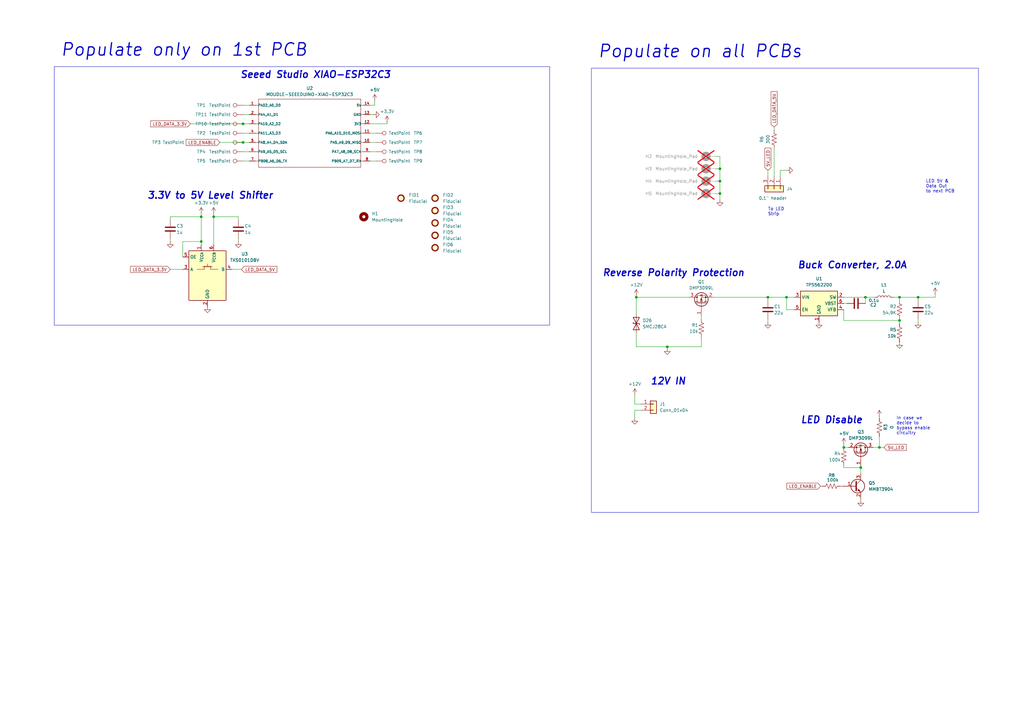
<source format=kicad_sch>
(kicad_sch
	(version 20231120)
	(generator "eeschema")
	(generator_version "8.0")
	(uuid "60311adb-3186-451e-b45a-34689bc2efc8")
	(paper "A3")
	(lib_symbols
		(symbol "1-RJC-RV:MOUDLE-SEEEDUINO-XIAO-ESP32C3"
			(pin_names
				(offset 1.016)
			)
			(exclude_from_sim no)
			(in_bom yes)
			(on_board yes)
			(property "Reference" "U"
				(at -21.59 15.24 0)
				(effects
					(font
						(size 1.27 1.27)
					)
					(justify left bottom)
				)
			)
			(property "Value" "MOUDLE-SEEEDUINO-XIAO-ESP32C3"
				(at -21.59 13.97 0)
				(effects
					(font
						(size 1.27 1.27)
					)
					(justify left bottom)
				)
			)
			(property "Footprint" "MOUDLE14P-SMD-2.54-21X17.8MM"
				(at 0 0 0)
				(effects
					(font
						(size 1.27 1.27)
					)
					(justify bottom)
					(hide yes)
				)
			)
			(property "Datasheet" ""
				(at 0 0 0)
				(effects
					(font
						(size 1.27 1.27)
					)
					(hide yes)
				)
			)
			(property "Description" ""
				(at 0 0 0)
				(effects
					(font
						(size 1.27 1.27)
					)
					(hide yes)
				)
			)
			(symbol "MOUDLE-SEEEDUINO-XIAO-ESP32C3_0_0"
				(polyline
					(pts
						(xy -21.59 -13.97) (xy -21.59 0)
					)
					(stroke
						(width 0.1524)
						(type default)
					)
					(fill
						(type none)
					)
				)
				(polyline
					(pts
						(xy -21.59 -11.43) (xy -22.86 -11.43)
					)
					(stroke
						(width 0.1524)
						(type default)
					)
					(fill
						(type none)
					)
				)
				(polyline
					(pts
						(xy -21.59 -7.62) (xy -22.86 -7.62)
					)
					(stroke
						(width 0.1524)
						(type default)
					)
					(fill
						(type none)
					)
				)
				(polyline
					(pts
						(xy -21.59 -3.81) (xy -22.86 -3.81)
					)
					(stroke
						(width 0.1524)
						(type default)
					)
					(fill
						(type none)
					)
				)
				(polyline
					(pts
						(xy -21.59 0) (xy -22.86 0)
					)
					(stroke
						(width 0.1524)
						(type default)
					)
					(fill
						(type none)
					)
				)
				(polyline
					(pts
						(xy -21.59 0) (xy -21.59 3.81)
					)
					(stroke
						(width 0.1524)
						(type default)
					)
					(fill
						(type none)
					)
				)
				(polyline
					(pts
						(xy -21.59 3.81) (xy -22.86 3.81)
					)
					(stroke
						(width 0.1524)
						(type default)
					)
					(fill
						(type none)
					)
				)
				(polyline
					(pts
						(xy -21.59 3.81) (xy -21.59 7.62)
					)
					(stroke
						(width 0.1524)
						(type default)
					)
					(fill
						(type none)
					)
				)
				(polyline
					(pts
						(xy -21.59 7.62) (xy -22.86 7.62)
					)
					(stroke
						(width 0.1524)
						(type default)
					)
					(fill
						(type none)
					)
				)
				(polyline
					(pts
						(xy -21.59 7.62) (xy -21.59 11.43)
					)
					(stroke
						(width 0.1524)
						(type default)
					)
					(fill
						(type none)
					)
				)
				(polyline
					(pts
						(xy -21.59 11.43) (xy -22.86 11.43)
					)
					(stroke
						(width 0.1524)
						(type default)
					)
					(fill
						(type none)
					)
				)
				(polyline
					(pts
						(xy -21.59 11.43) (xy -21.59 13.97)
					)
					(stroke
						(width 0.1524)
						(type default)
					)
					(fill
						(type none)
					)
				)
				(polyline
					(pts
						(xy -21.59 13.97) (xy 20.32 13.97)
					)
					(stroke
						(width 0.1524)
						(type default)
					)
					(fill
						(type none)
					)
				)
				(polyline
					(pts
						(xy 20.32 -13.97) (xy -21.59 -13.97)
					)
					(stroke
						(width 0.1524)
						(type default)
					)
					(fill
						(type none)
					)
				)
				(polyline
					(pts
						(xy 20.32 3.81) (xy 20.32 -13.97)
					)
					(stroke
						(width 0.1524)
						(type default)
					)
					(fill
						(type none)
					)
				)
				(polyline
					(pts
						(xy 20.32 7.62) (xy 20.32 3.81)
					)
					(stroke
						(width 0.1524)
						(type default)
					)
					(fill
						(type none)
					)
				)
				(polyline
					(pts
						(xy 20.32 11.43) (xy 20.32 7.62)
					)
					(stroke
						(width 0.1524)
						(type default)
					)
					(fill
						(type none)
					)
				)
				(polyline
					(pts
						(xy 20.32 13.97) (xy 20.32 11.43)
					)
					(stroke
						(width 0.1524)
						(type default)
					)
					(fill
						(type none)
					)
				)
				(polyline
					(pts
						(xy 21.59 -11.43) (xy 20.32 -11.43)
					)
					(stroke
						(width 0.1524)
						(type default)
					)
					(fill
						(type none)
					)
				)
				(polyline
					(pts
						(xy 21.59 -7.62) (xy 20.32 -7.62)
					)
					(stroke
						(width 0.1524)
						(type default)
					)
					(fill
						(type none)
					)
				)
				(polyline
					(pts
						(xy 21.59 -3.81) (xy 20.32 -3.81)
					)
					(stroke
						(width 0.1524)
						(type default)
					)
					(fill
						(type none)
					)
				)
				(polyline
					(pts
						(xy 21.59 0) (xy 20.32 0)
					)
					(stroke
						(width 0.1524)
						(type default)
					)
					(fill
						(type none)
					)
				)
				(polyline
					(pts
						(xy 21.59 3.81) (xy 20.32 3.81)
					)
					(stroke
						(width 0.1524)
						(type default)
					)
					(fill
						(type none)
					)
				)
				(polyline
					(pts
						(xy 21.59 7.62) (xy 20.32 7.62)
					)
					(stroke
						(width 0.1524)
						(type default)
					)
					(fill
						(type none)
					)
				)
				(polyline
					(pts
						(xy 21.59 11.43) (xy 20.32 11.43)
					)
					(stroke
						(width 0.1524)
						(type default)
					)
					(fill
						(type none)
					)
				)
				(pin bidirectional line
					(at -25.4 11.43 0)
					(length 2.54)
					(name "PA02_A0_D0"
						(effects
							(font
								(size 1.016 1.016)
							)
						)
					)
					(number "1"
						(effects
							(font
								(size 1.016 1.016)
							)
						)
					)
				)
				(pin bidirectional line
					(at 24.13 -3.81 180)
					(length 2.54)
					(name "PA5_A9_D9_MISO"
						(effects
							(font
								(size 1.016 1.016)
							)
						)
					)
					(number "10"
						(effects
							(font
								(size 1.016 1.016)
							)
						)
					)
				)
				(pin bidirectional line
					(at 24.13 0 180)
					(length 2.54)
					(name "PA6_A10_D10_MOSI"
						(effects
							(font
								(size 1.016 1.016)
							)
						)
					)
					(number "11"
						(effects
							(font
								(size 1.016 1.016)
							)
						)
					)
				)
				(pin bidirectional line
					(at 24.13 3.81 180)
					(length 2.54)
					(name "3V3"
						(effects
							(font
								(size 1.016 1.016)
							)
						)
					)
					(number "12"
						(effects
							(font
								(size 1.016 1.016)
							)
						)
					)
				)
				(pin bidirectional line
					(at 24.13 7.62 180)
					(length 2.54)
					(name "GND"
						(effects
							(font
								(size 1.016 1.016)
							)
						)
					)
					(number "13"
						(effects
							(font
								(size 1.016 1.016)
							)
						)
					)
				)
				(pin bidirectional line
					(at 24.13 11.43 180)
					(length 2.54)
					(name "5V"
						(effects
							(font
								(size 1.016 1.016)
							)
						)
					)
					(number "14"
						(effects
							(font
								(size 1.016 1.016)
							)
						)
					)
				)
				(pin bidirectional line
					(at -25.4 7.62 0)
					(length 2.54)
					(name "PA4_A1_D1"
						(effects
							(font
								(size 1.016 1.016)
							)
						)
					)
					(number "2"
						(effects
							(font
								(size 1.016 1.016)
							)
						)
					)
				)
				(pin bidirectional line
					(at -25.4 3.81 0)
					(length 2.54)
					(name "PA10_A2_D2"
						(effects
							(font
								(size 1.016 1.016)
							)
						)
					)
					(number "3"
						(effects
							(font
								(size 1.016 1.016)
							)
						)
					)
				)
				(pin bidirectional line
					(at -25.4 0 0)
					(length 2.54)
					(name "PA11_A3_D3"
						(effects
							(font
								(size 1.016 1.016)
							)
						)
					)
					(number "4"
						(effects
							(font
								(size 1.016 1.016)
							)
						)
					)
				)
				(pin bidirectional line
					(at -25.4 -3.81 0)
					(length 2.54)
					(name "PA8_A4_D4_SDA"
						(effects
							(font
								(size 1.016 1.016)
							)
						)
					)
					(number "5"
						(effects
							(font
								(size 1.016 1.016)
							)
						)
					)
				)
				(pin bidirectional line
					(at -25.4 -7.62 0)
					(length 2.54)
					(name "PA9_A5_D5_SCL"
						(effects
							(font
								(size 1.016 1.016)
							)
						)
					)
					(number "6"
						(effects
							(font
								(size 1.016 1.016)
							)
						)
					)
				)
				(pin bidirectional line
					(at -25.4 -11.43 0)
					(length 2.54)
					(name "PB08_A6_D6_TX"
						(effects
							(font
								(size 1.016 1.016)
							)
						)
					)
					(number "7"
						(effects
							(font
								(size 1.016 1.016)
							)
						)
					)
				)
				(pin bidirectional line
					(at 24.13 -11.43 180)
					(length 2.54)
					(name "PB09_A7_D7_RX"
						(effects
							(font
								(size 1.016 1.016)
							)
						)
					)
					(number "8"
						(effects
							(font
								(size 1.016 1.016)
							)
						)
					)
				)
				(pin bidirectional line
					(at 24.13 -7.62 180)
					(length 2.54)
					(name "PA7_A8_D8_SCK"
						(effects
							(font
								(size 1.016 1.016)
							)
						)
					)
					(number "9"
						(effects
							(font
								(size 1.016 1.016)
							)
						)
					)
				)
			)
		)
		(symbol "Connector:TestPoint"
			(pin_numbers hide)
			(pin_names
				(offset 0.762) hide)
			(exclude_from_sim no)
			(in_bom yes)
			(on_board yes)
			(property "Reference" "TP"
				(at 0 6.858 0)
				(effects
					(font
						(size 1.27 1.27)
					)
				)
			)
			(property "Value" "TestPoint"
				(at 0 5.08 0)
				(effects
					(font
						(size 1.27 1.27)
					)
				)
			)
			(property "Footprint" ""
				(at 5.08 0 0)
				(effects
					(font
						(size 1.27 1.27)
					)
					(hide yes)
				)
			)
			(property "Datasheet" "~"
				(at 5.08 0 0)
				(effects
					(font
						(size 1.27 1.27)
					)
					(hide yes)
				)
			)
			(property "Description" "test point"
				(at 0 0 0)
				(effects
					(font
						(size 1.27 1.27)
					)
					(hide yes)
				)
			)
			(property "ki_keywords" "test point tp"
				(at 0 0 0)
				(effects
					(font
						(size 1.27 1.27)
					)
					(hide yes)
				)
			)
			(property "ki_fp_filters" "Pin* Test*"
				(at 0 0 0)
				(effects
					(font
						(size 1.27 1.27)
					)
					(hide yes)
				)
			)
			(symbol "TestPoint_0_1"
				(circle
					(center 0 3.302)
					(radius 0.762)
					(stroke
						(width 0)
						(type default)
					)
					(fill
						(type none)
					)
				)
			)
			(symbol "TestPoint_1_1"
				(pin passive line
					(at 0 0 90)
					(length 2.54)
					(name "1"
						(effects
							(font
								(size 1.27 1.27)
							)
						)
					)
					(number "1"
						(effects
							(font
								(size 1.27 1.27)
							)
						)
					)
				)
			)
		)
		(symbol "Connector_Generic:Conn_01x02"
			(pin_names
				(offset 1.016) hide)
			(exclude_from_sim no)
			(in_bom yes)
			(on_board yes)
			(property "Reference" "J"
				(at 0 2.54 0)
				(effects
					(font
						(size 1.27 1.27)
					)
				)
			)
			(property "Value" "Conn_01x02"
				(at 0 -5.08 0)
				(effects
					(font
						(size 1.27 1.27)
					)
				)
			)
			(property "Footprint" ""
				(at 0 0 0)
				(effects
					(font
						(size 1.27 1.27)
					)
					(hide yes)
				)
			)
			(property "Datasheet" "~"
				(at 0 0 0)
				(effects
					(font
						(size 1.27 1.27)
					)
					(hide yes)
				)
			)
			(property "Description" "Generic connector, single row, 01x02, script generated (kicad-library-utils/schlib/autogen/connector/)"
				(at 0 0 0)
				(effects
					(font
						(size 1.27 1.27)
					)
					(hide yes)
				)
			)
			(property "ki_keywords" "connector"
				(at 0 0 0)
				(effects
					(font
						(size 1.27 1.27)
					)
					(hide yes)
				)
			)
			(property "ki_fp_filters" "Connector*:*_1x??_*"
				(at 0 0 0)
				(effects
					(font
						(size 1.27 1.27)
					)
					(hide yes)
				)
			)
			(symbol "Conn_01x02_1_1"
				(rectangle
					(start -1.27 -2.413)
					(end 0 -2.667)
					(stroke
						(width 0.1524)
						(type default)
					)
					(fill
						(type none)
					)
				)
				(rectangle
					(start -1.27 0.127)
					(end 0 -0.127)
					(stroke
						(width 0.1524)
						(type default)
					)
					(fill
						(type none)
					)
				)
				(rectangle
					(start -1.27 1.27)
					(end 1.27 -3.81)
					(stroke
						(width 0.254)
						(type default)
					)
					(fill
						(type background)
					)
				)
				(pin passive line
					(at -5.08 0 0)
					(length 3.81)
					(name "Pin_1"
						(effects
							(font
								(size 1.27 1.27)
							)
						)
					)
					(number "1"
						(effects
							(font
								(size 1.27 1.27)
							)
						)
					)
				)
				(pin passive line
					(at -5.08 -2.54 0)
					(length 3.81)
					(name "Pin_2"
						(effects
							(font
								(size 1.27 1.27)
							)
						)
					)
					(number "2"
						(effects
							(font
								(size 1.27 1.27)
							)
						)
					)
				)
			)
		)
		(symbol "Connector_Generic:Conn_01x03"
			(pin_names
				(offset 1.016) hide)
			(exclude_from_sim no)
			(in_bom yes)
			(on_board yes)
			(property "Reference" "J"
				(at 0 5.08 0)
				(effects
					(font
						(size 1.27 1.27)
					)
				)
			)
			(property "Value" "Conn_01x03"
				(at 0 -5.08 0)
				(effects
					(font
						(size 1.27 1.27)
					)
				)
			)
			(property "Footprint" ""
				(at 0 0 0)
				(effects
					(font
						(size 1.27 1.27)
					)
					(hide yes)
				)
			)
			(property "Datasheet" "~"
				(at 0 0 0)
				(effects
					(font
						(size 1.27 1.27)
					)
					(hide yes)
				)
			)
			(property "Description" "Generic connector, single row, 01x03, script generated (kicad-library-utils/schlib/autogen/connector/)"
				(at 0 0 0)
				(effects
					(font
						(size 1.27 1.27)
					)
					(hide yes)
				)
			)
			(property "ki_keywords" "connector"
				(at 0 0 0)
				(effects
					(font
						(size 1.27 1.27)
					)
					(hide yes)
				)
			)
			(property "ki_fp_filters" "Connector*:*_1x??_*"
				(at 0 0 0)
				(effects
					(font
						(size 1.27 1.27)
					)
					(hide yes)
				)
			)
			(symbol "Conn_01x03_1_1"
				(rectangle
					(start -1.27 -2.413)
					(end 0 -2.667)
					(stroke
						(width 0.1524)
						(type default)
					)
					(fill
						(type none)
					)
				)
				(rectangle
					(start -1.27 0.127)
					(end 0 -0.127)
					(stroke
						(width 0.1524)
						(type default)
					)
					(fill
						(type none)
					)
				)
				(rectangle
					(start -1.27 2.667)
					(end 0 2.413)
					(stroke
						(width 0.1524)
						(type default)
					)
					(fill
						(type none)
					)
				)
				(rectangle
					(start -1.27 3.81)
					(end 1.27 -3.81)
					(stroke
						(width 0.254)
						(type default)
					)
					(fill
						(type background)
					)
				)
				(pin passive line
					(at -5.08 2.54 0)
					(length 3.81)
					(name "Pin_1"
						(effects
							(font
								(size 1.27 1.27)
							)
						)
					)
					(number "1"
						(effects
							(font
								(size 1.27 1.27)
							)
						)
					)
				)
				(pin passive line
					(at -5.08 0 0)
					(length 3.81)
					(name "Pin_2"
						(effects
							(font
								(size 1.27 1.27)
							)
						)
					)
					(number "2"
						(effects
							(font
								(size 1.27 1.27)
							)
						)
					)
				)
				(pin passive line
					(at -5.08 -2.54 0)
					(length 3.81)
					(name "Pin_3"
						(effects
							(font
								(size 1.27 1.27)
							)
						)
					)
					(number "3"
						(effects
							(font
								(size 1.27 1.27)
							)
						)
					)
				)
			)
		)
		(symbol "Device:C"
			(pin_numbers hide)
			(pin_names
				(offset 0.254)
			)
			(exclude_from_sim no)
			(in_bom yes)
			(on_board yes)
			(property "Reference" "C"
				(at 0.635 2.54 0)
				(effects
					(font
						(size 1.27 1.27)
					)
					(justify left)
				)
			)
			(property "Value" "C"
				(at 0.635 -2.54 0)
				(effects
					(font
						(size 1.27 1.27)
					)
					(justify left)
				)
			)
			(property "Footprint" ""
				(at 0.9652 -3.81 0)
				(effects
					(font
						(size 1.27 1.27)
					)
					(hide yes)
				)
			)
			(property "Datasheet" "~"
				(at 0 0 0)
				(effects
					(font
						(size 1.27 1.27)
					)
					(hide yes)
				)
			)
			(property "Description" "Unpolarized capacitor"
				(at 0 0 0)
				(effects
					(font
						(size 1.27 1.27)
					)
					(hide yes)
				)
			)
			(property "ki_keywords" "cap capacitor"
				(at 0 0 0)
				(effects
					(font
						(size 1.27 1.27)
					)
					(hide yes)
				)
			)
			(property "ki_fp_filters" "C_*"
				(at 0 0 0)
				(effects
					(font
						(size 1.27 1.27)
					)
					(hide yes)
				)
			)
			(symbol "C_0_1"
				(polyline
					(pts
						(xy -2.032 -0.762) (xy 2.032 -0.762)
					)
					(stroke
						(width 0.508)
						(type default)
					)
					(fill
						(type none)
					)
				)
				(polyline
					(pts
						(xy -2.032 0.762) (xy 2.032 0.762)
					)
					(stroke
						(width 0.508)
						(type default)
					)
					(fill
						(type none)
					)
				)
			)
			(symbol "C_1_1"
				(pin passive line
					(at 0 3.81 270)
					(length 2.794)
					(name "~"
						(effects
							(font
								(size 1.27 1.27)
							)
						)
					)
					(number "1"
						(effects
							(font
								(size 1.27 1.27)
							)
						)
					)
				)
				(pin passive line
					(at 0 -3.81 90)
					(length 2.794)
					(name "~"
						(effects
							(font
								(size 1.27 1.27)
							)
						)
					)
					(number "2"
						(effects
							(font
								(size 1.27 1.27)
							)
						)
					)
				)
			)
		)
		(symbol "Device:D_TVS"
			(pin_numbers hide)
			(pin_names
				(offset 1.016) hide)
			(exclude_from_sim no)
			(in_bom yes)
			(on_board yes)
			(property "Reference" "D"
				(at 0 2.54 0)
				(effects
					(font
						(size 1.27 1.27)
					)
				)
			)
			(property "Value" "D_TVS"
				(at 0 -2.54 0)
				(effects
					(font
						(size 1.27 1.27)
					)
				)
			)
			(property "Footprint" ""
				(at 0 0 0)
				(effects
					(font
						(size 1.27 1.27)
					)
					(hide yes)
				)
			)
			(property "Datasheet" "~"
				(at 0 0 0)
				(effects
					(font
						(size 1.27 1.27)
					)
					(hide yes)
				)
			)
			(property "Description" "Bidirectional transient-voltage-suppression diode"
				(at 0 0 0)
				(effects
					(font
						(size 1.27 1.27)
					)
					(hide yes)
				)
			)
			(property "ki_keywords" "diode TVS thyrector"
				(at 0 0 0)
				(effects
					(font
						(size 1.27 1.27)
					)
					(hide yes)
				)
			)
			(property "ki_fp_filters" "TO-???* *_Diode_* *SingleDiode* D_*"
				(at 0 0 0)
				(effects
					(font
						(size 1.27 1.27)
					)
					(hide yes)
				)
			)
			(symbol "D_TVS_0_1"
				(polyline
					(pts
						(xy 1.27 0) (xy -1.27 0)
					)
					(stroke
						(width 0)
						(type default)
					)
					(fill
						(type none)
					)
				)
				(polyline
					(pts
						(xy 0.508 1.27) (xy 0 1.27) (xy 0 -1.27) (xy -0.508 -1.27)
					)
					(stroke
						(width 0.254)
						(type default)
					)
					(fill
						(type none)
					)
				)
				(polyline
					(pts
						(xy -2.54 1.27) (xy -2.54 -1.27) (xy 2.54 1.27) (xy 2.54 -1.27) (xy -2.54 1.27)
					)
					(stroke
						(width 0.254)
						(type default)
					)
					(fill
						(type none)
					)
				)
			)
			(symbol "D_TVS_1_1"
				(pin passive line
					(at -3.81 0 0)
					(length 2.54)
					(name "A1"
						(effects
							(font
								(size 1.27 1.27)
							)
						)
					)
					(number "1"
						(effects
							(font
								(size 1.27 1.27)
							)
						)
					)
				)
				(pin passive line
					(at 3.81 0 180)
					(length 2.54)
					(name "A2"
						(effects
							(font
								(size 1.27 1.27)
							)
						)
					)
					(number "2"
						(effects
							(font
								(size 1.27 1.27)
							)
						)
					)
				)
			)
		)
		(symbol "Device:L"
			(pin_numbers hide)
			(pin_names
				(offset 1.016) hide)
			(exclude_from_sim no)
			(in_bom yes)
			(on_board yes)
			(property "Reference" "L"
				(at -1.27 0 90)
				(effects
					(font
						(size 1.27 1.27)
					)
				)
			)
			(property "Value" "L"
				(at 1.905 0 90)
				(effects
					(font
						(size 1.27 1.27)
					)
				)
			)
			(property "Footprint" ""
				(at 0 0 0)
				(effects
					(font
						(size 1.27 1.27)
					)
					(hide yes)
				)
			)
			(property "Datasheet" "~"
				(at 0 0 0)
				(effects
					(font
						(size 1.27 1.27)
					)
					(hide yes)
				)
			)
			(property "Description" "Inductor"
				(at 0 0 0)
				(effects
					(font
						(size 1.27 1.27)
					)
					(hide yes)
				)
			)
			(property "ki_keywords" "inductor choke coil reactor magnetic"
				(at 0 0 0)
				(effects
					(font
						(size 1.27 1.27)
					)
					(hide yes)
				)
			)
			(property "ki_fp_filters" "Choke_* *Coil* Inductor_* L_*"
				(at 0 0 0)
				(effects
					(font
						(size 1.27 1.27)
					)
					(hide yes)
				)
			)
			(symbol "L_0_1"
				(arc
					(start 0 -2.54)
					(mid 0.6323 -1.905)
					(end 0 -1.27)
					(stroke
						(width 0)
						(type default)
					)
					(fill
						(type none)
					)
				)
				(arc
					(start 0 -1.27)
					(mid 0.6323 -0.635)
					(end 0 0)
					(stroke
						(width 0)
						(type default)
					)
					(fill
						(type none)
					)
				)
				(arc
					(start 0 0)
					(mid 0.6323 0.635)
					(end 0 1.27)
					(stroke
						(width 0)
						(type default)
					)
					(fill
						(type none)
					)
				)
				(arc
					(start 0 1.27)
					(mid 0.6323 1.905)
					(end 0 2.54)
					(stroke
						(width 0)
						(type default)
					)
					(fill
						(type none)
					)
				)
			)
			(symbol "L_1_1"
				(pin passive line
					(at 0 3.81 270)
					(length 1.27)
					(name "1"
						(effects
							(font
								(size 1.27 1.27)
							)
						)
					)
					(number "1"
						(effects
							(font
								(size 1.27 1.27)
							)
						)
					)
				)
				(pin passive line
					(at 0 -3.81 90)
					(length 1.27)
					(name "2"
						(effects
							(font
								(size 1.27 1.27)
							)
						)
					)
					(number "2"
						(effects
							(font
								(size 1.27 1.27)
							)
						)
					)
				)
			)
		)
		(symbol "Device:Q_PMOS_GSD"
			(pin_names
				(offset 0) hide)
			(exclude_from_sim no)
			(in_bom yes)
			(on_board yes)
			(property "Reference" "Q"
				(at 5.08 1.27 0)
				(effects
					(font
						(size 1.27 1.27)
					)
					(justify left)
				)
			)
			(property "Value" "Q_PMOS_GSD"
				(at 5.08 -1.27 0)
				(effects
					(font
						(size 1.27 1.27)
					)
					(justify left)
				)
			)
			(property "Footprint" ""
				(at 5.08 2.54 0)
				(effects
					(font
						(size 1.27 1.27)
					)
					(hide yes)
				)
			)
			(property "Datasheet" "~"
				(at 0 0 0)
				(effects
					(font
						(size 1.27 1.27)
					)
					(hide yes)
				)
			)
			(property "Description" "P-MOSFET transistor, gate/source/drain"
				(at 0 0 0)
				(effects
					(font
						(size 1.27 1.27)
					)
					(hide yes)
				)
			)
			(property "ki_keywords" "transistor PMOS P-MOS P-MOSFET"
				(at 0 0 0)
				(effects
					(font
						(size 1.27 1.27)
					)
					(hide yes)
				)
			)
			(symbol "Q_PMOS_GSD_0_1"
				(polyline
					(pts
						(xy 0.254 0) (xy -2.54 0)
					)
					(stroke
						(width 0)
						(type default)
					)
					(fill
						(type none)
					)
				)
				(polyline
					(pts
						(xy 0.254 1.905) (xy 0.254 -1.905)
					)
					(stroke
						(width 0.254)
						(type default)
					)
					(fill
						(type none)
					)
				)
				(polyline
					(pts
						(xy 0.762 -1.27) (xy 0.762 -2.286)
					)
					(stroke
						(width 0.254)
						(type default)
					)
					(fill
						(type none)
					)
				)
				(polyline
					(pts
						(xy 0.762 0.508) (xy 0.762 -0.508)
					)
					(stroke
						(width 0.254)
						(type default)
					)
					(fill
						(type none)
					)
				)
				(polyline
					(pts
						(xy 0.762 2.286) (xy 0.762 1.27)
					)
					(stroke
						(width 0.254)
						(type default)
					)
					(fill
						(type none)
					)
				)
				(polyline
					(pts
						(xy 2.54 2.54) (xy 2.54 1.778)
					)
					(stroke
						(width 0)
						(type default)
					)
					(fill
						(type none)
					)
				)
				(polyline
					(pts
						(xy 2.54 -2.54) (xy 2.54 0) (xy 0.762 0)
					)
					(stroke
						(width 0)
						(type default)
					)
					(fill
						(type none)
					)
				)
				(polyline
					(pts
						(xy 0.762 1.778) (xy 3.302 1.778) (xy 3.302 -1.778) (xy 0.762 -1.778)
					)
					(stroke
						(width 0)
						(type default)
					)
					(fill
						(type none)
					)
				)
				(polyline
					(pts
						(xy 2.286 0) (xy 1.27 0.381) (xy 1.27 -0.381) (xy 2.286 0)
					)
					(stroke
						(width 0)
						(type default)
					)
					(fill
						(type outline)
					)
				)
				(polyline
					(pts
						(xy 2.794 -0.508) (xy 2.921 -0.381) (xy 3.683 -0.381) (xy 3.81 -0.254)
					)
					(stroke
						(width 0)
						(type default)
					)
					(fill
						(type none)
					)
				)
				(polyline
					(pts
						(xy 3.302 -0.381) (xy 2.921 0.254) (xy 3.683 0.254) (xy 3.302 -0.381)
					)
					(stroke
						(width 0)
						(type default)
					)
					(fill
						(type none)
					)
				)
				(circle
					(center 1.651 0)
					(radius 2.794)
					(stroke
						(width 0.254)
						(type default)
					)
					(fill
						(type none)
					)
				)
				(circle
					(center 2.54 -1.778)
					(radius 0.254)
					(stroke
						(width 0)
						(type default)
					)
					(fill
						(type outline)
					)
				)
				(circle
					(center 2.54 1.778)
					(radius 0.254)
					(stroke
						(width 0)
						(type default)
					)
					(fill
						(type outline)
					)
				)
			)
			(symbol "Q_PMOS_GSD_1_1"
				(pin input line
					(at -5.08 0 0)
					(length 2.54)
					(name "G"
						(effects
							(font
								(size 1.27 1.27)
							)
						)
					)
					(number "1"
						(effects
							(font
								(size 1.27 1.27)
							)
						)
					)
				)
				(pin passive line
					(at 2.54 -5.08 90)
					(length 2.54)
					(name "S"
						(effects
							(font
								(size 1.27 1.27)
							)
						)
					)
					(number "2"
						(effects
							(font
								(size 1.27 1.27)
							)
						)
					)
				)
				(pin passive line
					(at 2.54 5.08 270)
					(length 2.54)
					(name "D"
						(effects
							(font
								(size 1.27 1.27)
							)
						)
					)
					(number "3"
						(effects
							(font
								(size 1.27 1.27)
							)
						)
					)
				)
			)
		)
		(symbol "Device:R_US"
			(pin_numbers hide)
			(pin_names
				(offset 0)
			)
			(exclude_from_sim no)
			(in_bom yes)
			(on_board yes)
			(property "Reference" "R"
				(at 2.54 0 90)
				(effects
					(font
						(size 1.27 1.27)
					)
				)
			)
			(property "Value" "R_US"
				(at -2.54 0 90)
				(effects
					(font
						(size 1.27 1.27)
					)
				)
			)
			(property "Footprint" ""
				(at 1.016 -0.254 90)
				(effects
					(font
						(size 1.27 1.27)
					)
					(hide yes)
				)
			)
			(property "Datasheet" "~"
				(at 0 0 0)
				(effects
					(font
						(size 1.27 1.27)
					)
					(hide yes)
				)
			)
			(property "Description" "Resistor, US symbol"
				(at 0 0 0)
				(effects
					(font
						(size 1.27 1.27)
					)
					(hide yes)
				)
			)
			(property "ki_keywords" "R res resistor"
				(at 0 0 0)
				(effects
					(font
						(size 1.27 1.27)
					)
					(hide yes)
				)
			)
			(property "ki_fp_filters" "R_*"
				(at 0 0 0)
				(effects
					(font
						(size 1.27 1.27)
					)
					(hide yes)
				)
			)
			(symbol "R_US_0_1"
				(polyline
					(pts
						(xy 0 -2.286) (xy 0 -2.54)
					)
					(stroke
						(width 0)
						(type default)
					)
					(fill
						(type none)
					)
				)
				(polyline
					(pts
						(xy 0 2.286) (xy 0 2.54)
					)
					(stroke
						(width 0)
						(type default)
					)
					(fill
						(type none)
					)
				)
				(polyline
					(pts
						(xy 0 -0.762) (xy 1.016 -1.143) (xy 0 -1.524) (xy -1.016 -1.905) (xy 0 -2.286)
					)
					(stroke
						(width 0)
						(type default)
					)
					(fill
						(type none)
					)
				)
				(polyline
					(pts
						(xy 0 0.762) (xy 1.016 0.381) (xy 0 0) (xy -1.016 -0.381) (xy 0 -0.762)
					)
					(stroke
						(width 0)
						(type default)
					)
					(fill
						(type none)
					)
				)
				(polyline
					(pts
						(xy 0 2.286) (xy 1.016 1.905) (xy 0 1.524) (xy -1.016 1.143) (xy 0 0.762)
					)
					(stroke
						(width 0)
						(type default)
					)
					(fill
						(type none)
					)
				)
			)
			(symbol "R_US_1_1"
				(pin passive line
					(at 0 3.81 270)
					(length 1.27)
					(name "~"
						(effects
							(font
								(size 1.27 1.27)
							)
						)
					)
					(number "1"
						(effects
							(font
								(size 1.27 1.27)
							)
						)
					)
				)
				(pin passive line
					(at 0 -3.81 90)
					(length 1.27)
					(name "~"
						(effects
							(font
								(size 1.27 1.27)
							)
						)
					)
					(number "2"
						(effects
							(font
								(size 1.27 1.27)
							)
						)
					)
				)
			)
		)
		(symbol "Logic_LevelTranslator:TXS0101DBV"
			(exclude_from_sim no)
			(in_bom yes)
			(on_board yes)
			(property "Reference" "U"
				(at -6.35 11.43 0)
				(effects
					(font
						(size 1.27 1.27)
					)
				)
			)
			(property "Value" "TXS0101DBV"
				(at 8.89 11.43 0)
				(effects
					(font
						(size 1.27 1.27)
					)
				)
			)
			(property "Footprint" "Package_TO_SOT_SMD:SOT-23-6"
				(at 1.27 -11.43 0)
				(effects
					(font
						(size 1.27 1.27)
					)
					(justify left)
					(hide yes)
				)
			)
			(property "Datasheet" "https://www.ti.com/lit/ds/symlink/txs0101.pdf"
				(at 0 -24.13 0)
				(effects
					(font
						(size 1.27 1.27)
					)
					(hide yes)
				)
			)
			(property "Description" "1-Bit Bidirectional Voltage-Level Shifter for Open-Drain and Push-Pull Application, SOT-23"
				(at 0 0 0)
				(effects
					(font
						(size 1.27 1.27)
					)
					(hide yes)
				)
			)
			(property "ki_keywords" "Level-Shifter CMOS-TTL-Translation"
				(at 0 0 0)
				(effects
					(font
						(size 1.27 1.27)
					)
					(hide yes)
				)
			)
			(property "ki_fp_filters" "SOT?23*"
				(at 0 0 0)
				(effects
					(font
						(size 1.27 1.27)
					)
					(hide yes)
				)
			)
			(symbol "TXS0101DBV_0_1"
				(rectangle
					(start -7.62 10.16)
					(end 7.62 -10.16)
					(stroke
						(width 0.254)
						(type default)
					)
					(fill
						(type background)
					)
				)
			)
			(symbol "TXS0101DBV_1_1"
				(polyline
					(pts
						(xy -4.318 2.54) (xy -1.27 2.54)
					)
					(stroke
						(width 0)
						(type default)
					)
					(fill
						(type none)
					)
				)
				(polyline
					(pts
						(xy -2.032 3.556) (xy 2.032 3.556)
					)
					(stroke
						(width 0)
						(type default)
					)
					(fill
						(type none)
					)
				)
				(polyline
					(pts
						(xy -1.524 3.81) (xy 1.524 3.81)
					)
					(stroke
						(width 0)
						(type default)
					)
					(fill
						(type none)
					)
				)
				(polyline
					(pts
						(xy -1.27 2.54) (xy -1.27 3.556)
					)
					(stroke
						(width 0)
						(type default)
					)
					(fill
						(type none)
					)
				)
				(polyline
					(pts
						(xy 0 3.81) (xy 0 4.826)
					)
					(stroke
						(width 0)
						(type default)
					)
					(fill
						(type none)
					)
				)
				(polyline
					(pts
						(xy 1.27 2.54) (xy 1.27 3.556)
					)
					(stroke
						(width 0)
						(type default)
					)
					(fill
						(type none)
					)
				)
				(polyline
					(pts
						(xy 4.318 2.54) (xy 1.27 2.54)
					)
					(stroke
						(width 0)
						(type default)
					)
					(fill
						(type none)
					)
				)
				(pin power_in line
					(at -2.54 12.7 270)
					(length 2.54)
					(name "V_{CCA}"
						(effects
							(font
								(size 1.27 1.27)
							)
						)
					)
					(number "1"
						(effects
							(font
								(size 1.27 1.27)
							)
						)
					)
				)
				(pin power_in line
					(at 0 -12.7 90)
					(length 2.54)
					(name "GND"
						(effects
							(font
								(size 1.27 1.27)
							)
						)
					)
					(number "2"
						(effects
							(font
								(size 1.27 1.27)
							)
						)
					)
				)
				(pin bidirectional line
					(at -10.16 2.54 0)
					(length 2.54)
					(name "A"
						(effects
							(font
								(size 1.27 1.27)
							)
						)
					)
					(number "3"
						(effects
							(font
								(size 1.27 1.27)
							)
						)
					)
				)
				(pin bidirectional line
					(at 10.16 2.54 180)
					(length 2.54)
					(name "B"
						(effects
							(font
								(size 1.27 1.27)
							)
						)
					)
					(number "4"
						(effects
							(font
								(size 1.27 1.27)
							)
						)
					)
				)
				(pin input line
					(at -10.16 7.62 0)
					(length 2.54)
					(name "OE"
						(effects
							(font
								(size 1.27 1.27)
							)
						)
					)
					(number "5"
						(effects
							(font
								(size 1.27 1.27)
							)
						)
					)
				)
				(pin power_in line
					(at 2.54 12.7 270)
					(length 2.54)
					(name "V_{CCB}"
						(effects
							(font
								(size 1.27 1.27)
							)
						)
					)
					(number "6"
						(effects
							(font
								(size 1.27 1.27)
							)
						)
					)
				)
			)
		)
		(symbol "Mechanical:Fiducial"
			(exclude_from_sim yes)
			(in_bom no)
			(on_board yes)
			(property "Reference" "FID"
				(at 0 5.08 0)
				(effects
					(font
						(size 1.27 1.27)
					)
				)
			)
			(property "Value" "Fiducial"
				(at 0 3.175 0)
				(effects
					(font
						(size 1.27 1.27)
					)
				)
			)
			(property "Footprint" ""
				(at 0 0 0)
				(effects
					(font
						(size 1.27 1.27)
					)
					(hide yes)
				)
			)
			(property "Datasheet" "~"
				(at 0 0 0)
				(effects
					(font
						(size 1.27 1.27)
					)
					(hide yes)
				)
			)
			(property "Description" "Fiducial Marker"
				(at 0 0 0)
				(effects
					(font
						(size 1.27 1.27)
					)
					(hide yes)
				)
			)
			(property "ki_keywords" "fiducial marker"
				(at 0 0 0)
				(effects
					(font
						(size 1.27 1.27)
					)
					(hide yes)
				)
			)
			(property "ki_fp_filters" "Fiducial*"
				(at 0 0 0)
				(effects
					(font
						(size 1.27 1.27)
					)
					(hide yes)
				)
			)
			(symbol "Fiducial_0_1"
				(circle
					(center 0 0)
					(radius 1.27)
					(stroke
						(width 0.508)
						(type default)
					)
					(fill
						(type background)
					)
				)
			)
		)
		(symbol "Mechanical:MountingHole"
			(pin_names
				(offset 1.016)
			)
			(exclude_from_sim yes)
			(in_bom no)
			(on_board yes)
			(property "Reference" "H"
				(at 0 5.08 0)
				(effects
					(font
						(size 1.27 1.27)
					)
				)
			)
			(property "Value" "MountingHole"
				(at 0 3.175 0)
				(effects
					(font
						(size 1.27 1.27)
					)
				)
			)
			(property "Footprint" ""
				(at 0 0 0)
				(effects
					(font
						(size 1.27 1.27)
					)
					(hide yes)
				)
			)
			(property "Datasheet" "~"
				(at 0 0 0)
				(effects
					(font
						(size 1.27 1.27)
					)
					(hide yes)
				)
			)
			(property "Description" "Mounting Hole without connection"
				(at 0 0 0)
				(effects
					(font
						(size 1.27 1.27)
					)
					(hide yes)
				)
			)
			(property "ki_keywords" "mounting hole"
				(at 0 0 0)
				(effects
					(font
						(size 1.27 1.27)
					)
					(hide yes)
				)
			)
			(property "ki_fp_filters" "MountingHole*"
				(at 0 0 0)
				(effects
					(font
						(size 1.27 1.27)
					)
					(hide yes)
				)
			)
			(symbol "MountingHole_0_1"
				(circle
					(center 0 0)
					(radius 1.27)
					(stroke
						(width 1.27)
						(type default)
					)
					(fill
						(type none)
					)
				)
			)
		)
		(symbol "Mechanical:MountingHole_Pad"
			(pin_numbers hide)
			(pin_names
				(offset 1.016) hide)
			(exclude_from_sim yes)
			(in_bom no)
			(on_board yes)
			(property "Reference" "H"
				(at 0 6.35 0)
				(effects
					(font
						(size 1.27 1.27)
					)
				)
			)
			(property "Value" "MountingHole_Pad"
				(at 0 4.445 0)
				(effects
					(font
						(size 1.27 1.27)
					)
				)
			)
			(property "Footprint" ""
				(at 0 0 0)
				(effects
					(font
						(size 1.27 1.27)
					)
					(hide yes)
				)
			)
			(property "Datasheet" "~"
				(at 0 0 0)
				(effects
					(font
						(size 1.27 1.27)
					)
					(hide yes)
				)
			)
			(property "Description" "Mounting Hole with connection"
				(at 0 0 0)
				(effects
					(font
						(size 1.27 1.27)
					)
					(hide yes)
				)
			)
			(property "ki_keywords" "mounting hole"
				(at 0 0 0)
				(effects
					(font
						(size 1.27 1.27)
					)
					(hide yes)
				)
			)
			(property "ki_fp_filters" "MountingHole*Pad*"
				(at 0 0 0)
				(effects
					(font
						(size 1.27 1.27)
					)
					(hide yes)
				)
			)
			(symbol "MountingHole_Pad_0_1"
				(circle
					(center 0 1.27)
					(radius 1.27)
					(stroke
						(width 1.27)
						(type default)
					)
					(fill
						(type none)
					)
				)
			)
			(symbol "MountingHole_Pad_1_1"
				(pin input line
					(at 0 -2.54 90)
					(length 2.54)
					(name "1"
						(effects
							(font
								(size 1.27 1.27)
							)
						)
					)
					(number "1"
						(effects
							(font
								(size 1.27 1.27)
							)
						)
					)
				)
			)
		)
		(symbol "Regulator_Switching:TPS562200"
			(exclude_from_sim no)
			(in_bom yes)
			(on_board yes)
			(property "Reference" "U"
				(at -7.62 6.35 0)
				(effects
					(font
						(size 1.27 1.27)
					)
					(justify left)
				)
			)
			(property "Value" "TPS562200"
				(at -2.54 6.35 0)
				(effects
					(font
						(size 1.27 1.27)
					)
					(justify left)
				)
			)
			(property "Footprint" "Package_TO_SOT_SMD:SOT-23-6"
				(at 1.27 -6.35 0)
				(effects
					(font
						(size 1.27 1.27)
					)
					(justify left)
					(hide yes)
				)
			)
			(property "Datasheet" "http://www.ti.com/lit/ds/symlink/tps563200.pdf"
				(at 0 0 0)
				(effects
					(font
						(size 1.27 1.27)
					)
					(hide yes)
				)
			)
			(property "Description" "2A Synchronous Step-Down Voltage Regulator, Adjustable Output Voltage, 4.5-17V Input Voltage, SOT-23-6"
				(at 0 0 0)
				(effects
					(font
						(size 1.27 1.27)
					)
					(hide yes)
				)
			)
			(property "ki_keywords" "step-down dcdc voltage regulator"
				(at 0 0 0)
				(effects
					(font
						(size 1.27 1.27)
					)
					(hide yes)
				)
			)
			(property "ki_fp_filters" "SOT?23*"
				(at 0 0 0)
				(effects
					(font
						(size 1.27 1.27)
					)
					(hide yes)
				)
			)
			(symbol "TPS562200_0_1"
				(rectangle
					(start -7.62 5.08)
					(end 7.62 -5.08)
					(stroke
						(width 0.254)
						(type default)
					)
					(fill
						(type background)
					)
				)
			)
			(symbol "TPS562200_1_1"
				(pin power_in line
					(at 0 -7.62 90)
					(length 2.54)
					(name "GND"
						(effects
							(font
								(size 1.27 1.27)
							)
						)
					)
					(number "1"
						(effects
							(font
								(size 1.27 1.27)
							)
						)
					)
				)
				(pin output line
					(at 10.16 2.54 180)
					(length 2.54)
					(name "SW"
						(effects
							(font
								(size 1.27 1.27)
							)
						)
					)
					(number "2"
						(effects
							(font
								(size 1.27 1.27)
							)
						)
					)
				)
				(pin power_in line
					(at -10.16 2.54 0)
					(length 2.54)
					(name "VIN"
						(effects
							(font
								(size 1.27 1.27)
							)
						)
					)
					(number "3"
						(effects
							(font
								(size 1.27 1.27)
							)
						)
					)
				)
				(pin input line
					(at 10.16 -2.54 180)
					(length 2.54)
					(name "VFB"
						(effects
							(font
								(size 1.27 1.27)
							)
						)
					)
					(number "4"
						(effects
							(font
								(size 1.27 1.27)
							)
						)
					)
				)
				(pin input line
					(at -10.16 -2.54 0)
					(length 2.54)
					(name "EN"
						(effects
							(font
								(size 1.27 1.27)
							)
						)
					)
					(number "5"
						(effects
							(font
								(size 1.27 1.27)
							)
						)
					)
				)
				(pin passive line
					(at 10.16 0 180)
					(length 2.54)
					(name "VBST"
						(effects
							(font
								(size 1.27 1.27)
							)
						)
					)
					(number "6"
						(effects
							(font
								(size 1.27 1.27)
							)
						)
					)
				)
			)
		)
		(symbol "Transistor_BJT:MMBT3904"
			(pin_names
				(offset 0) hide)
			(exclude_from_sim no)
			(in_bom yes)
			(on_board yes)
			(property "Reference" "Q"
				(at 5.08 1.905 0)
				(effects
					(font
						(size 1.27 1.27)
					)
					(justify left)
				)
			)
			(property "Value" "MMBT3904"
				(at 5.08 0 0)
				(effects
					(font
						(size 1.27 1.27)
					)
					(justify left)
				)
			)
			(property "Footprint" "Package_TO_SOT_SMD:SOT-23"
				(at 5.08 -1.905 0)
				(effects
					(font
						(size 1.27 1.27)
						(italic yes)
					)
					(justify left)
					(hide yes)
				)
			)
			(property "Datasheet" "https://www.onsemi.com/pdf/datasheet/pzt3904-d.pdf"
				(at 0 0 0)
				(effects
					(font
						(size 1.27 1.27)
					)
					(justify left)
					(hide yes)
				)
			)
			(property "Description" "0.2A Ic, 40V Vce, Small Signal NPN Transistor, SOT-23"
				(at 0 0 0)
				(effects
					(font
						(size 1.27 1.27)
					)
					(hide yes)
				)
			)
			(property "ki_keywords" "NPN Transistor"
				(at 0 0 0)
				(effects
					(font
						(size 1.27 1.27)
					)
					(hide yes)
				)
			)
			(property "ki_fp_filters" "SOT?23*"
				(at 0 0 0)
				(effects
					(font
						(size 1.27 1.27)
					)
					(hide yes)
				)
			)
			(symbol "MMBT3904_0_1"
				(polyline
					(pts
						(xy 0.635 0.635) (xy 2.54 2.54)
					)
					(stroke
						(width 0)
						(type default)
					)
					(fill
						(type none)
					)
				)
				(polyline
					(pts
						(xy 0.635 -0.635) (xy 2.54 -2.54) (xy 2.54 -2.54)
					)
					(stroke
						(width 0)
						(type default)
					)
					(fill
						(type none)
					)
				)
				(polyline
					(pts
						(xy 0.635 1.905) (xy 0.635 -1.905) (xy 0.635 -1.905)
					)
					(stroke
						(width 0.508)
						(type default)
					)
					(fill
						(type none)
					)
				)
				(polyline
					(pts
						(xy 1.27 -1.778) (xy 1.778 -1.27) (xy 2.286 -2.286) (xy 1.27 -1.778) (xy 1.27 -1.778)
					)
					(stroke
						(width 0)
						(type default)
					)
					(fill
						(type outline)
					)
				)
				(circle
					(center 1.27 0)
					(radius 2.8194)
					(stroke
						(width 0.254)
						(type default)
					)
					(fill
						(type none)
					)
				)
			)
			(symbol "MMBT3904_1_1"
				(pin input line
					(at -5.08 0 0)
					(length 5.715)
					(name "B"
						(effects
							(font
								(size 1.27 1.27)
							)
						)
					)
					(number "1"
						(effects
							(font
								(size 1.27 1.27)
							)
						)
					)
				)
				(pin passive line
					(at 2.54 -5.08 90)
					(length 2.54)
					(name "E"
						(effects
							(font
								(size 1.27 1.27)
							)
						)
					)
					(number "2"
						(effects
							(font
								(size 1.27 1.27)
							)
						)
					)
				)
				(pin passive line
					(at 2.54 5.08 270)
					(length 2.54)
					(name "C"
						(effects
							(font
								(size 1.27 1.27)
							)
						)
					)
					(number "3"
						(effects
							(font
								(size 1.27 1.27)
							)
						)
					)
				)
			)
		)
		(symbol "power:+12V"
			(power)
			(pin_numbers hide)
			(pin_names
				(offset 0) hide)
			(exclude_from_sim no)
			(in_bom yes)
			(on_board yes)
			(property "Reference" "#PWR"
				(at 0 -3.81 0)
				(effects
					(font
						(size 1.27 1.27)
					)
					(hide yes)
				)
			)
			(property "Value" "+12V"
				(at 0 3.556 0)
				(effects
					(font
						(size 1.27 1.27)
					)
				)
			)
			(property "Footprint" ""
				(at 0 0 0)
				(effects
					(font
						(size 1.27 1.27)
					)
					(hide yes)
				)
			)
			(property "Datasheet" ""
				(at 0 0 0)
				(effects
					(font
						(size 1.27 1.27)
					)
					(hide yes)
				)
			)
			(property "Description" "Power symbol creates a global label with name \"+12V\""
				(at 0 0 0)
				(effects
					(font
						(size 1.27 1.27)
					)
					(hide yes)
				)
			)
			(property "ki_keywords" "global power"
				(at 0 0 0)
				(effects
					(font
						(size 1.27 1.27)
					)
					(hide yes)
				)
			)
			(symbol "+12V_0_1"
				(polyline
					(pts
						(xy -0.762 1.27) (xy 0 2.54)
					)
					(stroke
						(width 0)
						(type default)
					)
					(fill
						(type none)
					)
				)
				(polyline
					(pts
						(xy 0 0) (xy 0 2.54)
					)
					(stroke
						(width 0)
						(type default)
					)
					(fill
						(type none)
					)
				)
				(polyline
					(pts
						(xy 0 2.54) (xy 0.762 1.27)
					)
					(stroke
						(width 0)
						(type default)
					)
					(fill
						(type none)
					)
				)
			)
			(symbol "+12V_1_1"
				(pin power_in line
					(at 0 0 90)
					(length 0)
					(name "~"
						(effects
							(font
								(size 1.27 1.27)
							)
						)
					)
					(number "1"
						(effects
							(font
								(size 1.27 1.27)
							)
						)
					)
				)
			)
		)
		(symbol "power:+3.3V"
			(power)
			(pin_numbers hide)
			(pin_names
				(offset 0) hide)
			(exclude_from_sim no)
			(in_bom yes)
			(on_board yes)
			(property "Reference" "#PWR"
				(at 0 -3.81 0)
				(effects
					(font
						(size 1.27 1.27)
					)
					(hide yes)
				)
			)
			(property "Value" "+3.3V"
				(at 0 3.556 0)
				(effects
					(font
						(size 1.27 1.27)
					)
				)
			)
			(property "Footprint" ""
				(at 0 0 0)
				(effects
					(font
						(size 1.27 1.27)
					)
					(hide yes)
				)
			)
			(property "Datasheet" ""
				(at 0 0 0)
				(effects
					(font
						(size 1.27 1.27)
					)
					(hide yes)
				)
			)
			(property "Description" "Power symbol creates a global label with name \"+3.3V\""
				(at 0 0 0)
				(effects
					(font
						(size 1.27 1.27)
					)
					(hide yes)
				)
			)
			(property "ki_keywords" "global power"
				(at 0 0 0)
				(effects
					(font
						(size 1.27 1.27)
					)
					(hide yes)
				)
			)
			(symbol "+3.3V_0_1"
				(polyline
					(pts
						(xy -0.762 1.27) (xy 0 2.54)
					)
					(stroke
						(width 0)
						(type default)
					)
					(fill
						(type none)
					)
				)
				(polyline
					(pts
						(xy 0 0) (xy 0 2.54)
					)
					(stroke
						(width 0)
						(type default)
					)
					(fill
						(type none)
					)
				)
				(polyline
					(pts
						(xy 0 2.54) (xy 0.762 1.27)
					)
					(stroke
						(width 0)
						(type default)
					)
					(fill
						(type none)
					)
				)
			)
			(symbol "+3.3V_1_1"
				(pin power_in line
					(at 0 0 90)
					(length 0)
					(name "~"
						(effects
							(font
								(size 1.27 1.27)
							)
						)
					)
					(number "1"
						(effects
							(font
								(size 1.27 1.27)
							)
						)
					)
				)
			)
		)
		(symbol "power:+5V"
			(power)
			(pin_numbers hide)
			(pin_names
				(offset 0) hide)
			(exclude_from_sim no)
			(in_bom yes)
			(on_board yes)
			(property "Reference" "#PWR"
				(at 0 -3.81 0)
				(effects
					(font
						(size 1.27 1.27)
					)
					(hide yes)
				)
			)
			(property "Value" "+5V"
				(at 0 3.556 0)
				(effects
					(font
						(size 1.27 1.27)
					)
				)
			)
			(property "Footprint" ""
				(at 0 0 0)
				(effects
					(font
						(size 1.27 1.27)
					)
					(hide yes)
				)
			)
			(property "Datasheet" ""
				(at 0 0 0)
				(effects
					(font
						(size 1.27 1.27)
					)
					(hide yes)
				)
			)
			(property "Description" "Power symbol creates a global label with name \"+5V\""
				(at 0 0 0)
				(effects
					(font
						(size 1.27 1.27)
					)
					(hide yes)
				)
			)
			(property "ki_keywords" "global power"
				(at 0 0 0)
				(effects
					(font
						(size 1.27 1.27)
					)
					(hide yes)
				)
			)
			(symbol "+5V_0_1"
				(polyline
					(pts
						(xy -0.762 1.27) (xy 0 2.54)
					)
					(stroke
						(width 0)
						(type default)
					)
					(fill
						(type none)
					)
				)
				(polyline
					(pts
						(xy 0 0) (xy 0 2.54)
					)
					(stroke
						(width 0)
						(type default)
					)
					(fill
						(type none)
					)
				)
				(polyline
					(pts
						(xy 0 2.54) (xy 0.762 1.27)
					)
					(stroke
						(width 0)
						(type default)
					)
					(fill
						(type none)
					)
				)
			)
			(symbol "+5V_1_1"
				(pin power_in line
					(at 0 0 90)
					(length 0)
					(name "~"
						(effects
							(font
								(size 1.27 1.27)
							)
						)
					)
					(number "1"
						(effects
							(font
								(size 1.27 1.27)
							)
						)
					)
				)
			)
		)
		(symbol "power:GND"
			(power)
			(pin_names
				(offset 0)
			)
			(exclude_from_sim no)
			(in_bom yes)
			(on_board yes)
			(property "Reference" "#PWR"
				(at 0 -6.35 0)
				(effects
					(font
						(size 1.27 1.27)
					)
					(hide yes)
				)
			)
			(property "Value" "GND"
				(at 0 -3.81 0)
				(effects
					(font
						(size 1.27 1.27)
					)
				)
			)
			(property "Footprint" ""
				(at 0 0 0)
				(effects
					(font
						(size 1.27 1.27)
					)
					(hide yes)
				)
			)
			(property "Datasheet" ""
				(at 0 0 0)
				(effects
					(font
						(size 1.27 1.27)
					)
					(hide yes)
				)
			)
			(property "Description" "Power symbol creates a global label with name \"GND\" , ground"
				(at 0 0 0)
				(effects
					(font
						(size 1.27 1.27)
					)
					(hide yes)
				)
			)
			(property "ki_keywords" "global power"
				(at 0 0 0)
				(effects
					(font
						(size 1.27 1.27)
					)
					(hide yes)
				)
			)
			(symbol "GND_0_1"
				(polyline
					(pts
						(xy 0 0) (xy 0 -1.27) (xy 1.27 -1.27) (xy 0 -2.54) (xy -1.27 -1.27) (xy 0 -1.27)
					)
					(stroke
						(width 0)
						(type default)
					)
					(fill
						(type none)
					)
				)
			)
			(symbol "GND_1_1"
				(pin power_in line
					(at 0 0 270)
					(length 0) hide
					(name "GND"
						(effects
							(font
								(size 1.27 1.27)
							)
						)
					)
					(number "1"
						(effects
							(font
								(size 1.27 1.27)
							)
						)
					)
				)
			)
		)
	)
	(junction
		(at 368.935 121.92)
		(diameter 0)
		(color 0 0 0 0)
		(uuid "08606a39-9631-421c-99be-bd9c2fc0a705")
	)
	(junction
		(at 82.55 88.9)
		(diameter 0)
		(color 0 0 0 0)
		(uuid "19cd9e54-a046-4104-ad42-5b66a41796f2")
	)
	(junction
		(at 295.275 74.295)
		(diameter 0)
		(color 0 0 0 0)
		(uuid "3a81ecf0-e062-4444-ba51-adad445899f1")
	)
	(junction
		(at 376.555 121.92)
		(diameter 0)
		(color 0 0 0 0)
		(uuid "6497ade7-8b5e-4148-809f-d556c1949f8f")
	)
	(junction
		(at 360.68 183.515)
		(diameter 0)
		(color 0 0 0 0)
		(uuid "6759a454-bd61-4c7a-9b48-fc4692abea36")
	)
	(junction
		(at 322.58 121.92)
		(diameter 0)
		(color 0 0 0 0)
		(uuid "753629a5-e785-4588-b962-a2d24dbca409")
	)
	(junction
		(at 273.685 142.24)
		(diameter 0)
		(color 0 0 0 0)
		(uuid "7f54b8b7-b42f-412c-b1ae-f8d5406377bf")
	)
	(junction
		(at 295.275 69.215)
		(diameter 0)
		(color 0 0 0 0)
		(uuid "8640a84e-b48b-4029-9da8-64cccaa8ced9")
	)
	(junction
		(at 346.075 183.515)
		(diameter 0)
		(color 0 0 0 0)
		(uuid "a96c14c8-b458-479f-8a4e-b18f9401e5e3")
	)
	(junction
		(at 295.275 79.375)
		(diameter 0)
		(color 0 0 0 0)
		(uuid "b906b2e7-ccce-4c0f-b6ac-7865288a23a9")
	)
	(junction
		(at 314.96 121.92)
		(diameter 0)
		(color 0 0 0 0)
		(uuid "ba4668cb-688e-41c9-99e7-9ec0a410d777")
	)
	(junction
		(at 99.695 50.8)
		(diameter 0)
		(color 0 0 0 0)
		(uuid "bd06acf9-2d4f-4711-b852-381f8557e4b4")
	)
	(junction
		(at 82.55 99.06)
		(diameter 0)
		(color 0 0 0 0)
		(uuid "c01db78f-2b60-4d11-817e-49fe0ead7bed")
	)
	(junction
		(at 99.695 58.42)
		(diameter 0)
		(color 0 0 0 0)
		(uuid "c14bffb7-eb63-4273-91da-d0c76858dff3")
	)
	(junction
		(at 87.63 88.9)
		(diameter 0)
		(color 0 0 0 0)
		(uuid "c54df7b1-ad44-47a6-a78c-66608384360a")
	)
	(junction
		(at 260.985 121.92)
		(diameter 0)
		(color 0 0 0 0)
		(uuid "d015cb9e-c9c9-43ab-b338-3eee1463a0cd")
	)
	(junction
		(at 353.06 191.77)
		(diameter 0)
		(color 0 0 0 0)
		(uuid "e8d7d8c8-8919-4e5b-96b1-7d5bdd780912")
	)
	(junction
		(at 368.935 131.445)
		(diameter 0)
		(color 0 0 0 0)
		(uuid "e90e83ff-0ed1-4305-a7c1-1e19d5ed09fb")
	)
	(junction
		(at 354.965 121.92)
		(diameter 0)
		(color 0 0 0 0)
		(uuid "fa910d20-3cfd-4134-9c7e-d7be8fbaa8aa")
	)
	(wire
		(pts
			(xy 366.395 121.92) (xy 368.935 121.92)
		)
		(stroke
			(width 0)
			(type default)
		)
		(uuid "00100ccd-2414-4c70-b045-c4262b48c99b")
	)
	(wire
		(pts
			(xy 69.85 110.49) (xy 74.93 110.49)
		)
		(stroke
			(width 0)
			(type default)
		)
		(uuid "0027f18f-65e2-4e57-9084-1d505c8bb09c")
	)
	(wire
		(pts
			(xy 376.555 123.19) (xy 376.555 121.92)
		)
		(stroke
			(width 0)
			(type default)
		)
		(uuid "02f6ed77-6127-4bc6-acb0-a654ab20ca68")
	)
	(wire
		(pts
			(xy 151.765 46.99) (xy 153.035 46.99)
		)
		(stroke
			(width 0)
			(type default)
		)
		(uuid "02fc885f-ff50-4e1c-8052-17befeaced0b")
	)
	(wire
		(pts
			(xy 99.695 50.8) (xy 102.235 50.8)
		)
		(stroke
			(width 0)
			(type default)
		)
		(uuid "0a261581-d6af-4b43-a503-57b2c73d5c77")
	)
	(wire
		(pts
			(xy 292.735 121.92) (xy 314.96 121.92)
		)
		(stroke
			(width 0)
			(type default)
		)
		(uuid "0ad906f7-feb3-4073-8325-0d792d9ab538")
	)
	(wire
		(pts
			(xy 353.06 205.105) (xy 353.06 204.47)
		)
		(stroke
			(width 0)
			(type default)
		)
		(uuid "0bf5d9dd-a324-4337-abf7-5ee38ab26921")
	)
	(wire
		(pts
			(xy 376.555 121.92) (xy 368.935 121.92)
		)
		(stroke
			(width 0)
			(type default)
		)
		(uuid "0e1e597e-92e7-4814-b712-93da141623e7")
	)
	(wire
		(pts
			(xy 260.985 121.285) (xy 260.985 121.92)
		)
		(stroke
			(width 0)
			(type default)
		)
		(uuid "0f0bc833-4142-4f21-905e-2d75d4a465f8")
	)
	(wire
		(pts
			(xy 260.985 136.525) (xy 260.985 142.24)
		)
		(stroke
			(width 0)
			(type default)
		)
		(uuid "0ffd80d9-7fdf-4df9-9e4b-51b6aed0d5f3")
	)
	(wire
		(pts
			(xy 154.305 62.23) (xy 151.765 62.23)
		)
		(stroke
			(width 0)
			(type default)
		)
		(uuid "13914fa3-6077-4d8e-b322-7721d82a8094")
	)
	(wire
		(pts
			(xy 346.075 127) (xy 346.075 131.445)
		)
		(stroke
			(width 0)
			(type default)
		)
		(uuid "13e0dda2-93b3-4de4-849a-020c5cd6da68")
	)
	(wire
		(pts
			(xy 325.755 127) (xy 322.58 127)
		)
		(stroke
			(width 0)
			(type default)
		)
		(uuid "1960c495-0178-40cf-9e0e-f3b23558896f")
	)
	(wire
		(pts
			(xy 87.63 87.63) (xy 87.63 88.9)
		)
		(stroke
			(width 0)
			(type default)
		)
		(uuid "1b0a0640-afd9-48a4-a0ff-ccc1d5aee697")
	)
	(wire
		(pts
			(xy 97.79 97.79) (xy 97.79 99.06)
		)
		(stroke
			(width 0)
			(type default)
		)
		(uuid "1ba3b515-78c4-4639-ae61-7aca00d0f886")
	)
	(wire
		(pts
			(xy 376.555 130.81) (xy 376.555 132.08)
		)
		(stroke
			(width 0)
			(type default)
		)
		(uuid "1d55e3e2-8aa4-4126-900c-a885a9001ffa")
	)
	(wire
		(pts
			(xy 322.58 127) (xy 322.58 121.92)
		)
		(stroke
			(width 0)
			(type default)
		)
		(uuid "1ecee96e-2a45-4ba3-99fb-e2973016ae86")
	)
	(wire
		(pts
			(xy 97.79 90.17) (xy 97.79 88.9)
		)
		(stroke
			(width 0)
			(type default)
		)
		(uuid "1f38409a-9122-45fa-9fdd-84ab407b0777")
	)
	(wire
		(pts
			(xy 74.93 105.41) (xy 74.93 99.06)
		)
		(stroke
			(width 0)
			(type default)
		)
		(uuid "222c7b06-98f9-44d8-bb06-2032865abbae")
	)
	(wire
		(pts
			(xy 346.075 124.46) (xy 347.345 124.46)
		)
		(stroke
			(width 0)
			(type default)
		)
		(uuid "2686e572-291d-4133-a178-362087e82b8d")
	)
	(wire
		(pts
			(xy 69.85 97.79) (xy 69.85 99.06)
		)
		(stroke
			(width 0)
			(type default)
		)
		(uuid "270cc1b7-aa01-4cf8-afbd-9f1b3522ed5a")
	)
	(wire
		(pts
			(xy 295.275 79.375) (xy 295.275 81.915)
		)
		(stroke
			(width 0)
			(type default)
		)
		(uuid "2d25ddda-2653-4232-a58a-801eb356e6bf")
	)
	(wire
		(pts
			(xy 354.965 121.92) (xy 358.775 121.92)
		)
		(stroke
			(width 0)
			(type default)
		)
		(uuid "2e22dd06-ea10-40ae-950c-0b0c6785a879")
	)
	(wire
		(pts
			(xy 293.37 79.375) (xy 295.275 79.375)
		)
		(stroke
			(width 0)
			(type default)
		)
		(uuid "2eb159fe-0a09-4662-8591-7bc11d9906fc")
	)
	(wire
		(pts
			(xy 74.93 99.06) (xy 82.55 99.06)
		)
		(stroke
			(width 0)
			(type default)
		)
		(uuid "322e0941-dc78-4407-9a5d-bdb0073d4c3d")
	)
	(wire
		(pts
			(xy 346.075 131.445) (xy 368.935 131.445)
		)
		(stroke
			(width 0)
			(type default)
		)
		(uuid "327e293f-1ab2-4207-8dd4-7ded0eab0757")
	)
	(wire
		(pts
			(xy 368.935 131.445) (xy 368.935 132.715)
		)
		(stroke
			(width 0)
			(type default)
		)
		(uuid "32f5dd82-2a2a-4a60-a4fa-edc633d39b7f")
	)
	(wire
		(pts
			(xy 353.06 191.77) (xy 353.06 194.31)
		)
		(stroke
			(width 0)
			(type default)
		)
		(uuid "340a9221-74f6-4f0f-a27a-9d157b250577")
	)
	(wire
		(pts
			(xy 314.96 123.19) (xy 314.96 121.92)
		)
		(stroke
			(width 0)
			(type default)
		)
		(uuid "35554ff0-f44f-499f-a078-59b2fbc20e86")
	)
	(wire
		(pts
			(xy 322.58 69.85) (xy 320.04 69.85)
		)
		(stroke
			(width 0)
			(type default)
		)
		(uuid "355d6d4d-d707-4211-8854-e2eec4b325d3")
	)
	(wire
		(pts
			(xy 87.63 88.9) (xy 87.63 100.33)
		)
		(stroke
			(width 0)
			(type default)
		)
		(uuid "3911bcdc-e7d7-402e-9cc4-526f52b5d6dd")
	)
	(wire
		(pts
			(xy 368.935 121.92) (xy 368.935 123.19)
		)
		(stroke
			(width 0)
			(type default)
		)
		(uuid "3f3a6ee7-0c58-4b0b-a90e-f72073608f70")
	)
	(wire
		(pts
			(xy 353.06 191.77) (xy 353.06 191.135)
		)
		(stroke
			(width 0)
			(type default)
		)
		(uuid "4564d5a5-746a-46e9-b701-501241a4e042")
	)
	(wire
		(pts
			(xy 358.14 183.515) (xy 360.68 183.515)
		)
		(stroke
			(width 0)
			(type default)
		)
		(uuid "484b148d-d104-490c-9a40-7c93e09f4651")
	)
	(wire
		(pts
			(xy 360.68 170.815) (xy 360.68 171.45)
		)
		(stroke
			(width 0)
			(type default)
		)
		(uuid "4ea76e9c-b46b-4d28-b194-a21c29de2039")
	)
	(wire
		(pts
			(xy 354.965 121.92) (xy 354.965 124.46)
		)
		(stroke
			(width 0)
			(type default)
		)
		(uuid "4ec43720-74a9-4136-bb00-1dd5e9248299")
	)
	(wire
		(pts
			(xy 346.075 121.92) (xy 354.965 121.92)
		)
		(stroke
			(width 0)
			(type default)
		)
		(uuid "528c9da1-901e-42e4-bcca-acaa1043d08d")
	)
	(wire
		(pts
			(xy 295.275 69.215) (xy 295.275 74.295)
		)
		(stroke
			(width 0)
			(type default)
		)
		(uuid "5320e8ca-af19-45b3-bc0d-59455cad15e9")
	)
	(wire
		(pts
			(xy 99.695 46.99) (xy 102.235 46.99)
		)
		(stroke
			(width 0)
			(type default)
		)
		(uuid "538b2d80-5e8c-46cf-8103-5ba328b8f976")
	)
	(wire
		(pts
			(xy 260.985 121.92) (xy 282.575 121.92)
		)
		(stroke
			(width 0)
			(type default)
		)
		(uuid "5556d76c-2034-44c8-92e5-5a6c70c19e7b")
	)
	(wire
		(pts
			(xy 153.67 41.275) (xy 153.67 43.18)
		)
		(stroke
			(width 0)
			(type default)
		)
		(uuid "5ebaba16-18e0-409b-b331-e4bc14543886")
	)
	(wire
		(pts
			(xy 320.04 69.85) (xy 320.04 72.39)
		)
		(stroke
			(width 0)
			(type default)
		)
		(uuid "60880e59-2d9c-4f2c-a450-7b7bae826a3a")
	)
	(wire
		(pts
			(xy 346.075 183.515) (xy 347.98 183.515)
		)
		(stroke
			(width 0)
			(type default)
		)
		(uuid "63d19528-baa5-4cbf-88b5-69e8d6b2e1bd")
	)
	(wire
		(pts
			(xy 295.275 74.295) (xy 295.275 79.375)
		)
		(stroke
			(width 0)
			(type default)
		)
		(uuid "670f1d27-81b5-4d98-89e0-84a1b39de684")
	)
	(wire
		(pts
			(xy 154.305 66.04) (xy 151.765 66.04)
		)
		(stroke
			(width 0)
			(type default)
		)
		(uuid "6e296f28-307e-4457-b480-4b50da055174")
	)
	(wire
		(pts
			(xy 383.54 121.92) (xy 376.555 121.92)
		)
		(stroke
			(width 0)
			(type default)
		)
		(uuid "72dad49b-92c0-48e3-b122-fbf77cbdc175")
	)
	(wire
		(pts
			(xy 344.805 199.39) (xy 345.44 199.39)
		)
		(stroke
			(width 0)
			(type default)
		)
		(uuid "73378b0d-cb60-44fa-8bb7-024d8421d479")
	)
	(wire
		(pts
			(xy 314.96 69.85) (xy 314.96 72.39)
		)
		(stroke
			(width 0)
			(type default)
		)
		(uuid "73f3c91f-216d-4843-8695-2b0fe15c10f2")
	)
	(wire
		(pts
			(xy 69.85 90.17) (xy 69.85 88.9)
		)
		(stroke
			(width 0)
			(type default)
		)
		(uuid "77d79678-b268-4bc9-9c97-fb94c19da400")
	)
	(wire
		(pts
			(xy 260.35 165.735) (xy 262.89 165.735)
		)
		(stroke
			(width 0)
			(type default)
		)
		(uuid "7c6d8a54-f11b-44ab-ac34-09c34d987b6c")
	)
	(wire
		(pts
			(xy 317.5 60.96) (xy 317.5 72.39)
		)
		(stroke
			(width 0)
			(type default)
		)
		(uuid "8108ce9c-d39a-45b8-891a-7b30565ad216")
	)
	(wire
		(pts
			(xy 99.695 43.18) (xy 102.235 43.18)
		)
		(stroke
			(width 0)
			(type default)
		)
		(uuid "82d389b6-e27b-473a-8896-5095320ee53a")
	)
	(wire
		(pts
			(xy 99.695 66.04) (xy 102.235 66.04)
		)
		(stroke
			(width 0)
			(type default)
		)
		(uuid "84b9f3a3-beee-42e6-9124-a0f7d5e97a52")
	)
	(wire
		(pts
			(xy 99.695 54.61) (xy 102.235 54.61)
		)
		(stroke
			(width 0)
			(type default)
		)
		(uuid "8582a1e4-d58b-4c1d-a88a-2f2b6480048a")
	)
	(wire
		(pts
			(xy 287.655 138.43) (xy 287.655 142.24)
		)
		(stroke
			(width 0)
			(type default)
		)
		(uuid "88f8df4d-6df9-4e2a-b39a-cb275c7eac0c")
	)
	(wire
		(pts
			(xy 153.67 43.18) (xy 151.765 43.18)
		)
		(stroke
			(width 0)
			(type default)
		)
		(uuid "89030b14-0835-4f73-99cd-084d7bf6bd1d")
	)
	(wire
		(pts
			(xy 260.985 142.24) (xy 273.685 142.24)
		)
		(stroke
			(width 0)
			(type default)
		)
		(uuid "8a303a80-2e1c-48d1-99c5-b85d4ff954f4")
	)
	(wire
		(pts
			(xy 151.765 50.8) (xy 158.75 50.8)
		)
		(stroke
			(width 0)
			(type default)
		)
		(uuid "8aa4eee6-49c4-4daa-914f-e9d0afcf967c")
	)
	(wire
		(pts
			(xy 87.63 88.9) (xy 97.79 88.9)
		)
		(stroke
			(width 0)
			(type default)
		)
		(uuid "8b914daa-c446-4ceb-899b-986907ef8b73")
	)
	(wire
		(pts
			(xy 95.25 110.49) (xy 99.06 110.49)
		)
		(stroke
			(width 0)
			(type default)
		)
		(uuid "91f75e1c-2bbc-4883-97c6-04c6bfa5d190")
	)
	(wire
		(pts
			(xy 260.35 168.275) (xy 260.35 171.45)
		)
		(stroke
			(width 0)
			(type default)
		)
		(uuid "9296497f-ab6f-410f-93e6-31cc8294322e")
	)
	(wire
		(pts
			(xy 336.55 199.39) (xy 337.185 199.39)
		)
		(stroke
			(width 0)
			(type default)
		)
		(uuid "92b8af59-6482-40ce-82f8-a04d6d6d1a62")
	)
	(wire
		(pts
			(xy 90.17 58.42) (xy 99.695 58.42)
		)
		(stroke
			(width 0)
			(type default)
		)
		(uuid "9942c330-b0bc-487b-b8ef-4cefd4abc099")
	)
	(wire
		(pts
			(xy 287.655 129.54) (xy 287.655 130.81)
		)
		(stroke
			(width 0)
			(type default)
		)
		(uuid "996f7ede-21d8-4ea4-ba1b-dabfa0c6b21e")
	)
	(wire
		(pts
			(xy 82.55 87.63) (xy 82.55 88.9)
		)
		(stroke
			(width 0)
			(type default)
		)
		(uuid "9a0624e3-46cf-4e22-b570-693398582d9f")
	)
	(wire
		(pts
			(xy 368.935 130.81) (xy 368.935 131.445)
		)
		(stroke
			(width 0)
			(type default)
		)
		(uuid "9b6c1d9c-75c7-4cb3-bd0e-a669ed568e22")
	)
	(wire
		(pts
			(xy 293.37 69.215) (xy 295.275 69.215)
		)
		(stroke
			(width 0)
			(type default)
		)
		(uuid "9d3b8442-9de6-49d7-a213-b2ff2777871f")
	)
	(wire
		(pts
			(xy 82.55 88.9) (xy 82.55 99.06)
		)
		(stroke
			(width 0)
			(type default)
		)
		(uuid "9ea3bccf-e59c-4b96-af6e-3bc3ae9a8b59")
	)
	(wire
		(pts
			(xy 154.305 54.61) (xy 151.765 54.61)
		)
		(stroke
			(width 0)
			(type default)
		)
		(uuid "a3a48da7-0fbd-4d6d-9de5-27574e8e4643")
	)
	(wire
		(pts
			(xy 346.075 182.245) (xy 346.075 183.515)
		)
		(stroke
			(width 0)
			(type default)
		)
		(uuid "aabf2581-97b7-42de-b490-911358e27041")
	)
	(wire
		(pts
			(xy 314.96 130.81) (xy 314.96 132.08)
		)
		(stroke
			(width 0)
			(type default)
		)
		(uuid "aac78499-fa20-491f-aed7-81c4834107ec")
	)
	(wire
		(pts
			(xy 99.695 58.42) (xy 102.235 58.42)
		)
		(stroke
			(width 0)
			(type default)
		)
		(uuid "adcea3fa-f4a1-4fc3-ba2d-67fedf5f5c19")
	)
	(wire
		(pts
			(xy 314.96 121.92) (xy 322.58 121.92)
		)
		(stroke
			(width 0)
			(type default)
		)
		(uuid "b02aadd9-2eb0-4441-b028-2b14392b3899")
	)
	(wire
		(pts
			(xy 260.985 121.92) (xy 260.985 128.905)
		)
		(stroke
			(width 0)
			(type default)
		)
		(uuid "b0eb5031-acd6-48cd-8a26-eca30f5205ad")
	)
	(wire
		(pts
			(xy 317.5 52.07) (xy 317.5 53.34)
		)
		(stroke
			(width 0)
			(type default)
		)
		(uuid "b20a78a3-4ee3-40ad-8ba1-143b9a27c3a7")
	)
	(wire
		(pts
			(xy 346.075 191.77) (xy 353.06 191.77)
		)
		(stroke
			(width 0)
			(type default)
		)
		(uuid "b40bad59-a689-4301-92f8-1e698e4f51f7")
	)
	(wire
		(pts
			(xy 322.58 121.92) (xy 325.755 121.92)
		)
		(stroke
			(width 0)
			(type default)
		)
		(uuid "b6928b6c-26db-4174-a78c-ddd34c7a8e1d")
	)
	(wire
		(pts
			(xy 273.685 142.875) (xy 273.685 142.24)
		)
		(stroke
			(width 0)
			(type default)
		)
		(uuid "ba93c9b1-37d7-47cd-b8cf-ba8ff5c17191")
	)
	(wire
		(pts
			(xy 360.68 179.07) (xy 360.68 183.515)
		)
		(stroke
			(width 0)
			(type default)
		)
		(uuid "c0a83f56-6590-4de6-8a7b-965353d9094f")
	)
	(wire
		(pts
			(xy 293.37 64.135) (xy 295.275 64.135)
		)
		(stroke
			(width 0)
			(type default)
		)
		(uuid "c56ec715-3c65-4a89-8533-4b0ce7e79af7")
	)
	(wire
		(pts
			(xy 158.75 50.8) (xy 158.75 50.165)
		)
		(stroke
			(width 0)
			(type default)
		)
		(uuid "c8398c6c-cccb-483d-bf84-dc37f6e1514a")
	)
	(wire
		(pts
			(xy 295.275 64.135) (xy 295.275 69.215)
		)
		(stroke
			(width 0)
			(type default)
		)
		(uuid "c83e2af7-c39c-4d02-897d-ba6d3fb943ed")
	)
	(wire
		(pts
			(xy 383.54 120.65) (xy 383.54 121.92)
		)
		(stroke
			(width 0)
			(type default)
		)
		(uuid "ca66c867-4718-4790-9ec7-5cb67459c952")
	)
	(wire
		(pts
			(xy 82.55 99.06) (xy 82.55 100.33)
		)
		(stroke
			(width 0)
			(type default)
		)
		(uuid "cfb42c9f-925e-4b2e-bc2e-8e8e6fed6d1e")
	)
	(wire
		(pts
			(xy 154.305 58.42) (xy 151.765 58.42)
		)
		(stroke
			(width 0)
			(type default)
		)
		(uuid "d700744a-5276-4dcd-a8c1-16c36f9fbfd2")
	)
	(wire
		(pts
			(xy 99.695 62.23) (xy 102.235 62.23)
		)
		(stroke
			(width 0)
			(type default)
		)
		(uuid "d7a2af7b-9857-4e96-b76e-cd8776b56aaa")
	)
	(wire
		(pts
			(xy 360.68 183.515) (xy 362.585 183.515)
		)
		(stroke
			(width 0)
			(type default)
		)
		(uuid "de757ea4-3af2-4e9a-b44c-f76e1d53232a")
	)
	(wire
		(pts
			(xy 287.655 142.24) (xy 273.685 142.24)
		)
		(stroke
			(width 0)
			(type default)
		)
		(uuid "e7ef8f77-2db5-4165-a96c-6048ad22431e")
	)
	(wire
		(pts
			(xy 346.075 191.135) (xy 346.075 191.77)
		)
		(stroke
			(width 0)
			(type default)
		)
		(uuid "eb17acf4-cf26-49f0-98df-2d9a2b73c221")
	)
	(wire
		(pts
			(xy 293.37 74.295) (xy 295.275 74.295)
		)
		(stroke
			(width 0)
			(type default)
		)
		(uuid "efa1c6fb-1cfe-47d2-8313-3306d1092bfa")
	)
	(wire
		(pts
			(xy 69.85 88.9) (xy 82.55 88.9)
		)
		(stroke
			(width 0)
			(type default)
		)
		(uuid "f0130c45-fc95-4f98-bbf0-d7e3b6414345")
	)
	(wire
		(pts
			(xy 260.35 161.925) (xy 260.35 165.735)
		)
		(stroke
			(width 0)
			(type default)
		)
		(uuid "f3c5c076-bbfd-42b5-919f-d11e056b8490")
	)
	(wire
		(pts
			(xy 78.105 50.8) (xy 99.695 50.8)
		)
		(stroke
			(width 0)
			(type default)
		)
		(uuid "f62ea657-3663-48db-b5eb-ebb3ff78307e")
	)
	(wire
		(pts
			(xy 260.35 168.275) (xy 262.89 168.275)
		)
		(stroke
			(width 0)
			(type default)
		)
		(uuid "fce2d639-2336-4bbd-b301-b1976ad0c89e")
	)
	(rectangle
		(start 242.57 27.94)
		(end 401.32 210.185)
		(stroke
			(width 0)
			(type default)
		)
		(fill
			(type none)
		)
		(uuid 7f63c7bc-56bd-4993-93ed-e2418815f4bf)
	)
	(rectangle
		(start 22.225 27.305)
		(end 225.425 133.35)
		(stroke
			(width 0)
			(type default)
		)
		(fill
			(type none)
		)
		(uuid d2caaa92-5cfa-467a-8402-af91cec54331)
	)
	(text "LED Disable"
		(exclude_from_sim no)
		(at 328.295 173.99 0)
		(effects
			(font
				(size 2.794 2.794)
				(thickness 0.5)
				(bold yes)
				(italic yes)
			)
			(justify left bottom)
		)
		(uuid "1e9e29a2-9787-4bd1-a570-764bfd8eeacb")
	)
	(text "Buck Converter, 2.0A"
		(exclude_from_sim no)
		(at 327.025 110.49 0)
		(effects
			(font
				(size 2.794 2.794)
				(thickness 0.5)
				(bold yes)
				(italic yes)
			)
			(justify left bottom)
		)
		(uuid "2349a13b-7402-483c-90af-f859c9234eae")
	)
	(text "Populate only on 1st PCB"
		(exclude_from_sim no)
		(at 24.765 23.495 0)
		(effects
			(font
				(size 5.08 5.08)
				(thickness 0.5)
				(bold yes)
				(italic yes)
			)
			(justify left bottom)
		)
		(uuid "5416085c-deeb-4037-b1a5-1b02b70eef93")
	)
	(text "Populate on all PCBs"
		(exclude_from_sim no)
		(at 245.11 24.13 0)
		(effects
			(font
				(size 5.08 5.08)
				(thickness 0.5)
				(bold yes)
				(italic yes)
			)
			(justify left bottom)
		)
		(uuid "7ad27d72-e70c-4bbe-849b-9d8c60fd7c78")
	)
	(text "In case we\ndecide to\nbypass enable\ncircuitry"
		(exclude_from_sim no)
		(at 367.665 178.435 0)
		(effects
			(font
				(size 1.27 1.27)
			)
			(justify left bottom)
		)
		(uuid "8723c4ad-6a29-46b5-926a-b525952b004d")
	)
	(text "12V IN"
		(exclude_from_sim no)
		(at 266.7 158.115 0)
		(effects
			(font
				(size 2.794 2.794)
				(thickness 0.5)
				(bold yes)
				(italic yes)
			)
			(justify left bottom)
		)
		(uuid "8fbbc6a8-d551-45d7-b7b7-5631c5aa70f3")
	)
	(text "LED 5V &\nData Out\nto next PCB"
		(exclude_from_sim no)
		(at 379.73 73.66 0)
		(effects
			(font
				(size 1.27 1.27)
				(thickness 0.1588)
			)
			(justify left top)
		)
		(uuid "92a61ea7-060f-45f7-85b3-3a0cced5f696")
	)
	(text "Seeed Studio XIAO-ESP32C3"
		(exclude_from_sim no)
		(at 98.425 32.385 0)
		(effects
			(font
				(size 2.794 2.794)
				(thickness 0.5)
				(bold yes)
				(italic yes)
			)
			(justify left bottom)
		)
		(uuid "9a882d5d-d077-4cff-a46c-407b8bc6806f")
	)
	(text "To LED\nStrip"
		(exclude_from_sim no)
		(at 314.96 85.09 0)
		(effects
			(font
				(size 1.27 1.27)
				(thickness 0.1588)
			)
			(justify left top)
		)
		(uuid "e56bc7b6-2ab6-424e-95cd-cd9d21fedd36")
	)
	(text "3.3V to 5V Level Shifter"
		(exclude_from_sim no)
		(at 60.325 81.915 0)
		(effects
			(font
				(size 2.794 2.794)
				(thickness 0.5)
				(bold yes)
				(italic yes)
			)
			(justify left bottom)
		)
		(uuid "e989aa1f-315a-4ed7-a586-7ece614fae03")
	)
	(text "Reverse Polarity Protection"
		(exclude_from_sim no)
		(at 247.015 113.665 0)
		(effects
			(font
				(size 2.794 2.794)
				(thickness 0.5)
				(bold yes)
				(italic yes)
			)
			(justify left bottom)
		)
		(uuid "f6501146-2f2e-4c45-8c29-608db90a5688")
	)
	(global_label "5V_LED"
		(shape input)
		(at 362.585 183.515 0)
		(fields_autoplaced yes)
		(effects
			(font
				(size 1.27 1.27)
			)
			(justify left)
		)
		(uuid "4a3995df-03cf-4e79-a2c0-4a9379094b37")
		(property "Intersheetrefs" "${INTERSHEET_REFS}"
			(at 372.283 183.515 0)
			(effects
				(font
					(size 1.27 1.27)
				)
				(justify left)
				(hide yes)
			)
		)
	)
	(global_label "LED_DATA_5V"
		(shape input)
		(at 99.06 110.49 0)
		(fields_autoplaced yes)
		(effects
			(font
				(size 1.27 1.27)
			)
			(justify left)
		)
		(uuid "4cd9339f-a687-498a-8be4-e93352cd2f97")
		(property "Intersheetrefs" "${INTERSHEET_REFS}"
			(at 114.1404 110.49 0)
			(effects
				(font
					(size 1.27 1.27)
				)
				(justify left)
				(hide yes)
			)
		)
	)
	(global_label "LED_DATA_3.3V"
		(shape input)
		(at 69.85 110.49 180)
		(fields_autoplaced yes)
		(effects
			(font
				(size 1.27 1.27)
			)
			(justify right)
		)
		(uuid "60fd393a-417e-4651-8dc9-22ebc6f20338")
		(property "Intersheetrefs" "${INTERSHEET_REFS}"
			(at 52.9553 110.49 0)
			(effects
				(font
					(size 1.27 1.27)
				)
				(justify right)
				(hide yes)
			)
		)
	)
	(global_label "5V_LED"
		(shape input)
		(at 314.96 69.85 90)
		(fields_autoplaced yes)
		(effects
			(font
				(size 1.27 1.27)
			)
			(justify left)
		)
		(uuid "69762127-da51-4de0-a102-48836d4ba83e")
		(property "Intersheetrefs" "${INTERSHEET_REFS}"
			(at 314.96 60.152 90)
			(effects
				(font
					(size 1.27 1.27)
				)
				(justify left)
				(hide yes)
			)
		)
	)
	(global_label "LED_ENABLE"
		(shape input)
		(at 336.55 199.39 180)
		(fields_autoplaced yes)
		(effects
			(font
				(size 1.27 1.27)
			)
			(justify right)
		)
		(uuid "9fc7ef4b-8702-43d8-be5e-be9b5c5509c4")
		(property "Intersheetrefs" "${INTERSHEET_REFS}"
			(at 322.1349 199.39 0)
			(effects
				(font
					(size 1.27 1.27)
				)
				(justify right)
				(hide yes)
			)
		)
	)
	(global_label "LED_ENABLE"
		(shape input)
		(at 90.17 58.42 180)
		(fields_autoplaced yes)
		(effects
			(font
				(size 1.27 1.27)
			)
			(justify right)
		)
		(uuid "bfe04f1e-eeff-4049-bb5c-30c99ebcd652")
		(property "Intersheetrefs" "${INTERSHEET_REFS}"
			(at 75.7549 58.42 0)
			(effects
				(font
					(size 1.27 1.27)
				)
				(justify right)
				(hide yes)
			)
		)
	)
	(global_label "LED_DATA_5V"
		(shape input)
		(at 317.5 52.07 90)
		(fields_autoplaced yes)
		(effects
			(font
				(size 1.27 1.27)
			)
			(justify left)
		)
		(uuid "e9931675-1348-420b-9314-c2a8985a9216")
		(property "Intersheetrefs" "${INTERSHEET_REFS}"
			(at 317.5 36.9896 90)
			(effects
				(font
					(size 1.27 1.27)
				)
				(justify left)
				(hide yes)
			)
		)
	)
	(global_label "LED_DATA_3.3V"
		(shape input)
		(at 78.105 50.8 180)
		(fields_autoplaced yes)
		(effects
			(font
				(size 1.27 1.27)
			)
			(justify right)
		)
		(uuid "f86704b5-fe4a-46c3-9fe6-dbce304e523f")
		(property "Intersheetrefs" "${INTERSHEET_REFS}"
			(at 61.2103 50.8 0)
			(effects
				(font
					(size 1.27 1.27)
				)
				(justify right)
				(hide yes)
			)
		)
	)
	(symbol
		(lib_id "power:GND")
		(at 295.275 81.915 0)
		(unit 1)
		(exclude_from_sim no)
		(in_bom yes)
		(on_board yes)
		(dnp no)
		(fields_autoplaced yes)
		(uuid "000736fd-9b9f-46af-89a6-1771a292f41d")
		(property "Reference" "#PWR02"
			(at 295.275 88.265 0)
			(effects
				(font
					(size 1.27 1.27)
				)
				(hide yes)
			)
		)
		(property "Value" "GND"
			(at 295.275 86.995 0)
			(effects
				(font
					(size 1.27 1.27)
				)
				(hide yes)
			)
		)
		(property "Footprint" ""
			(at 295.275 81.915 0)
			(effects
				(font
					(size 1.27 1.27)
				)
				(hide yes)
			)
		)
		(property "Datasheet" ""
			(at 295.275 81.915 0)
			(effects
				(font
					(size 1.27 1.27)
				)
				(hide yes)
			)
		)
		(property "Description" ""
			(at 295.275 81.915 0)
			(effects
				(font
					(size 1.27 1.27)
				)
				(hide yes)
			)
		)
		(pin "1"
			(uuid "5b8fe12d-813e-4d8e-a1dd-b2bfde43f75c")
		)
		(instances
			(project "rv_light"
				(path "/60311adb-3186-451e-b45a-34689bc2efc8"
					(reference "#PWR02")
					(unit 1)
				)
			)
		)
	)
	(symbol
		(lib_id "Connector:TestPoint")
		(at 154.305 58.42 270)
		(mirror x)
		(unit 1)
		(exclude_from_sim no)
		(in_bom no)
		(on_board yes)
		(dnp no)
		(uuid "0eceb913-4898-4179-84ff-5b0494b88a72")
		(property "Reference" "TP7"
			(at 171.45 58.42 90)
			(effects
				(font
					(size 1.27 1.27)
				)
			)
		)
		(property "Value" "TestPoint"
			(at 163.83 58.42 90)
			(effects
				(font
					(size 1.27 1.27)
				)
			)
		)
		(property "Footprint" "1-rjc-rv:TP_Wire-26ga"
			(at 154.305 53.34 0)
			(effects
				(font
					(size 1.27 1.27)
				)
				(hide yes)
			)
		)
		(property "Datasheet" "~"
			(at 154.305 53.34 0)
			(effects
				(font
					(size 1.27 1.27)
				)
				(hide yes)
			)
		)
		(property "Description" "test point"
			(at 154.305 58.42 0)
			(effects
				(font
					(size 1.27 1.27)
				)
				(hide yes)
			)
		)
		(property "SNAPEDA_PN" ""
			(at 154.305 58.42 0)
			(effects
				(font
					(size 1.27 1.27)
				)
				(hide yes)
			)
		)
		(property "MANUFACTURER" ""
			(at 154.305 58.42 0)
			(effects
				(font
					(size 1.27 1.27)
				)
				(hide yes)
			)
		)
		(property "MAXIMUM_PACKAGE_HEIGHT" ""
			(at 154.305 58.42 0)
			(effects
				(font
					(size 1.27 1.27)
				)
				(hide yes)
			)
		)
		(property "PARTREV" ""
			(at 154.305 58.42 0)
			(effects
				(font
					(size 1.27 1.27)
				)
				(hide yes)
			)
		)
		(property "STANDARD" ""
			(at 154.305 58.42 0)
			(effects
				(font
					(size 1.27 1.27)
				)
				(hide yes)
			)
		)
		(pin "1"
			(uuid "b8e59771-049c-4c28-bd48-757a6394c321")
		)
		(instances
			(project "rf_light"
				(path "/60311adb-3186-451e-b45a-34689bc2efc8"
					(reference "TP7")
					(unit 1)
				)
			)
		)
	)
	(symbol
		(lib_id "Mechanical:MountingHole_Pad")
		(at 290.83 69.215 90)
		(unit 1)
		(exclude_from_sim yes)
		(in_bom no)
		(on_board yes)
		(dnp yes)
		(uuid "1261399e-ba79-4b64-9d37-259238517ded")
		(property "Reference" "H3"
			(at 266.065 69.215 90)
			(effects
				(font
					(size 1.27 1.27)
				)
			)
		)
		(property "Value" "MountingHole_Pad"
			(at 277.495 69.215 90)
			(effects
				(font
					(size 1.27 1.27)
				)
			)
		)
		(property "Footprint" "KM-ESP-Kit:Mount-Hole-#4"
			(at 290.83 69.215 0)
			(effects
				(font
					(size 1.27 1.27)
				)
				(hide yes)
			)
		)
		(property "Datasheet" "~"
			(at 290.83 69.215 0)
			(effects
				(font
					(size 1.27 1.27)
				)
				(hide yes)
			)
		)
		(property "Description" "Mounting Hole with connection"
			(at 290.83 69.215 0)
			(effects
				(font
					(size 1.27 1.27)
				)
				(hide yes)
			)
		)
		(property "MANUFACTURER" ""
			(at 290.83 69.215 0)
			(effects
				(font
					(size 1.27 1.27)
				)
				(hide yes)
			)
		)
		(property "MAXIMUM_PACKAGE_HEIGHT" ""
			(at 290.83 69.215 0)
			(effects
				(font
					(size 1.27 1.27)
				)
				(hide yes)
			)
		)
		(property "PARTREV" ""
			(at 290.83 69.215 0)
			(effects
				(font
					(size 1.27 1.27)
				)
				(hide yes)
			)
		)
		(property "STANDARD" ""
			(at 290.83 69.215 0)
			(effects
				(font
					(size 1.27 1.27)
				)
				(hide yes)
			)
		)
		(pin "1"
			(uuid "46335424-b5f8-4d12-bc06-533a95bd658d")
		)
		(instances
			(project "rv_light"
				(path "/60311adb-3186-451e-b45a-34689bc2efc8"
					(reference "H3")
					(unit 1)
				)
			)
		)
	)
	(symbol
		(lib_id "Device:D_TVS")
		(at 260.985 132.715 90)
		(unit 1)
		(exclude_from_sim no)
		(in_bom yes)
		(on_board yes)
		(dnp no)
		(fields_autoplaced yes)
		(uuid "180b4e0c-a84d-42f5-99ef-f31b6665a3ed")
		(property "Reference" "D26"
			(at 263.525 131.4449 90)
			(effects
				(font
					(size 1.27 1.27)
				)
				(justify right)
			)
		)
		(property "Value" "SMCJ28CA"
			(at 263.525 133.9849 90)
			(effects
				(font
					(size 1.27 1.27)
				)
				(justify right)
			)
		)
		(property "Footprint" "Diode_SMD:D_SMC"
			(at 260.985 132.715 0)
			(effects
				(font
					(size 1.27 1.27)
				)
				(hide yes)
			)
		)
		(property "Datasheet" "https://www.digikey.com/en/products/detail/taiwan-semiconductor-corporation/SMCJ28CA/3042735"
			(at 260.985 132.715 0)
			(effects
				(font
					(size 1.27 1.27)
				)
				(hide yes)
			)
		)
		(property "Description" "Bidirectional transient-voltage-suppression diode"
			(at 260.985 132.715 0)
			(effects
				(font
					(size 1.27 1.27)
				)
				(hide yes)
			)
		)
		(property "SNAPEDA_PN" ""
			(at 260.985 132.715 0)
			(effects
				(font
					(size 1.27 1.27)
				)
				(hide yes)
			)
		)
		(property "MANUFACTURER" ""
			(at 260.985 132.715 0)
			(effects
				(font
					(size 1.27 1.27)
				)
				(hide yes)
			)
		)
		(property "MAXIMUM_PACKAGE_HEIGHT" ""
			(at 260.985 132.715 0)
			(effects
				(font
					(size 1.27 1.27)
				)
				(hide yes)
			)
		)
		(property "PARTREV" ""
			(at 260.985 132.715 0)
			(effects
				(font
					(size 1.27 1.27)
				)
				(hide yes)
			)
		)
		(property "STANDARD" ""
			(at 260.985 132.715 0)
			(effects
				(font
					(size 1.27 1.27)
				)
				(hide yes)
			)
		)
		(pin "2"
			(uuid "bf16c2cf-465e-4c2d-941b-b9e27f14a9af")
		)
		(pin "1"
			(uuid "9740e6b3-5159-40a5-962b-51249a7b22ef")
		)
		(instances
			(project ""
				(path "/60311adb-3186-451e-b45a-34689bc2efc8"
					(reference "D26")
					(unit 1)
				)
			)
		)
	)
	(symbol
		(lib_id "Connector:TestPoint")
		(at 154.305 54.61 270)
		(mirror x)
		(unit 1)
		(exclude_from_sim no)
		(in_bom no)
		(on_board yes)
		(dnp no)
		(uuid "1e135350-b178-4be4-99f2-0701d1bedbc6")
		(property "Reference" "TP6"
			(at 171.45 54.61 90)
			(effects
				(font
					(size 1.27 1.27)
				)
			)
		)
		(property "Value" "TestPoint"
			(at 163.83 54.61 90)
			(effects
				(font
					(size 1.27 1.27)
				)
			)
		)
		(property "Footprint" "1-rjc-rv:TP_Wire-26ga"
			(at 154.305 49.53 0)
			(effects
				(font
					(size 1.27 1.27)
				)
				(hide yes)
			)
		)
		(property "Datasheet" "~"
			(at 154.305 49.53 0)
			(effects
				(font
					(size 1.27 1.27)
				)
				(hide yes)
			)
		)
		(property "Description" "test point"
			(at 154.305 54.61 0)
			(effects
				(font
					(size 1.27 1.27)
				)
				(hide yes)
			)
		)
		(property "SNAPEDA_PN" ""
			(at 154.305 54.61 0)
			(effects
				(font
					(size 1.27 1.27)
				)
				(hide yes)
			)
		)
		(property "MANUFACTURER" ""
			(at 154.305 54.61 0)
			(effects
				(font
					(size 1.27 1.27)
				)
				(hide yes)
			)
		)
		(property "MAXIMUM_PACKAGE_HEIGHT" ""
			(at 154.305 54.61 0)
			(effects
				(font
					(size 1.27 1.27)
				)
				(hide yes)
			)
		)
		(property "PARTREV" ""
			(at 154.305 54.61 0)
			(effects
				(font
					(size 1.27 1.27)
				)
				(hide yes)
			)
		)
		(property "STANDARD" ""
			(at 154.305 54.61 0)
			(effects
				(font
					(size 1.27 1.27)
				)
				(hide yes)
			)
		)
		(pin "1"
			(uuid "721cea94-66b3-4125-8481-27fa0b6b67f9")
		)
		(instances
			(project "rf_light"
				(path "/60311adb-3186-451e-b45a-34689bc2efc8"
					(reference "TP6")
					(unit 1)
				)
			)
		)
	)
	(symbol
		(lib_id "Mechanical:Fiducial")
		(at 178.435 96.52 0)
		(unit 1)
		(exclude_from_sim yes)
		(in_bom no)
		(on_board yes)
		(dnp no)
		(fields_autoplaced yes)
		(uuid "1e861b89-023d-446b-958e-40b0d3741d16")
		(property "Reference" "FID5"
			(at 181.61 95.2499 0)
			(effects
				(font
					(size 1.27 1.27)
				)
				(justify left)
			)
		)
		(property "Value" "Fiducial"
			(at 181.61 97.7899 0)
			(effects
				(font
					(size 1.27 1.27)
				)
				(justify left)
			)
		)
		(property "Footprint" "1-rjc-rv:brokedit_icon_750x750"
			(at 178.435 96.52 0)
			(effects
				(font
					(size 1.27 1.27)
				)
				(hide yes)
			)
		)
		(property "Datasheet" "~"
			(at 178.435 96.52 0)
			(effects
				(font
					(size 1.27 1.27)
				)
				(hide yes)
			)
		)
		(property "Description" "Fiducial Marker"
			(at 178.435 96.52 0)
			(effects
				(font
					(size 1.27 1.27)
				)
				(hide yes)
			)
		)
		(property "SNAPEDA_PN" ""
			(at 178.435 96.52 0)
			(effects
				(font
					(size 1.27 1.27)
				)
				(hide yes)
			)
		)
		(property "MANUFACTURER" ""
			(at 178.435 96.52 0)
			(effects
				(font
					(size 1.27 1.27)
				)
				(hide yes)
			)
		)
		(property "MAXIMUM_PACKAGE_HEIGHT" ""
			(at 178.435 96.52 0)
			(effects
				(font
					(size 1.27 1.27)
				)
				(hide yes)
			)
		)
		(property "PARTREV" ""
			(at 178.435 96.52 0)
			(effects
				(font
					(size 1.27 1.27)
				)
				(hide yes)
			)
		)
		(property "STANDARD" ""
			(at 178.435 96.52 0)
			(effects
				(font
					(size 1.27 1.27)
				)
				(hide yes)
			)
		)
		(instances
			(project "rv_light"
				(path "/60311adb-3186-451e-b45a-34689bc2efc8"
					(reference "FID5")
					(unit 1)
				)
			)
		)
	)
	(symbol
		(lib_id "Device:R_US")
		(at 368.935 136.525 0)
		(unit 1)
		(exclude_from_sim no)
		(in_bom yes)
		(on_board yes)
		(dnp no)
		(uuid "1ecc8fff-3bdf-48bf-b242-a6035876c83e")
		(property "Reference" "R5"
			(at 367.665 135.255 0)
			(effects
				(font
					(size 1.27 1.27)
				)
				(justify right)
			)
		)
		(property "Value" "10k"
			(at 367.665 137.795 0)
			(effects
				(font
					(size 1.27 1.27)
				)
				(justify right)
			)
		)
		(property "Footprint" "Resistor_SMD:R_0603_1608Metric_Pad0.98x0.95mm_HandSolder"
			(at 369.951 136.779 90)
			(effects
				(font
					(size 1.27 1.27)
				)
				(hide yes)
			)
		)
		(property "Datasheet" "https://www.digikey.com/en/products/detail/yageo/RC0603FR-0754K9L/727298"
			(at 368.935 136.525 0)
			(effects
				(font
					(size 1.27 1.27)
				)
				(hide yes)
			)
		)
		(property "Description" ""
			(at 368.935 136.525 0)
			(effects
				(font
					(size 1.27 1.27)
				)
				(hide yes)
			)
		)
		(property "SNAPEDA_PN" ""
			(at 368.935 136.525 0)
			(effects
				(font
					(size 1.27 1.27)
				)
				(hide yes)
			)
		)
		(property "MANUFACTURER" ""
			(at 368.935 136.525 0)
			(effects
				(font
					(size 1.27 1.27)
				)
				(hide yes)
			)
		)
		(property "MAXIMUM_PACKAGE_HEIGHT" ""
			(at 368.935 136.525 0)
			(effects
				(font
					(size 1.27 1.27)
				)
				(hide yes)
			)
		)
		(property "PARTREV" ""
			(at 368.935 136.525 0)
			(effects
				(font
					(size 1.27 1.27)
				)
				(hide yes)
			)
		)
		(property "STANDARD" ""
			(at 368.935 136.525 0)
			(effects
				(font
					(size 1.27 1.27)
				)
				(hide yes)
			)
		)
		(pin "1"
			(uuid "26d37f25-b173-41e7-8b8c-da922408947b")
		)
		(pin "2"
			(uuid "a6f61f94-ac5e-4374-8ce6-ac4d540edaf7")
		)
		(instances
			(project "rv_light"
				(path "/60311adb-3186-451e-b45a-34689bc2efc8"
					(reference "R5")
					(unit 1)
				)
			)
		)
	)
	(symbol
		(lib_id "Device:Q_PMOS_GSD")
		(at 353.06 186.055 270)
		(mirror x)
		(unit 1)
		(exclude_from_sim no)
		(in_bom yes)
		(on_board yes)
		(dnp no)
		(uuid "24fa2142-7d0d-46d5-b03c-7250db1b702a")
		(property "Reference" "Q3"
			(at 353.06 177.165 90)
			(effects
				(font
					(size 1.27 1.27)
				)
			)
		)
		(property "Value" "DMP3099L"
			(at 353.06 179.705 90)
			(effects
				(font
					(size 1.27 1.27)
				)
			)
		)
		(property "Footprint" "Package_TO_SOT_SMD:TSOT-23"
			(at 355.6 180.975 0)
			(effects
				(font
					(size 1.27 1.27)
				)
				(hide yes)
			)
		)
		(property "Datasheet" "~"
			(at 353.06 186.055 0)
			(effects
				(font
					(size 1.27 1.27)
				)
				(hide yes)
			)
		)
		(property "Description" "P-MOSFET transistor, gate/source/drain"
			(at 353.06 186.055 0)
			(effects
				(font
					(size 1.27 1.27)
				)
				(hide yes)
			)
		)
		(property "SNAPEDA_PN" ""
			(at 353.06 186.055 0)
			(effects
				(font
					(size 1.27 1.27)
				)
				(hide yes)
			)
		)
		(property "MANUFACTURER" ""
			(at 353.06 186.055 0)
			(effects
				(font
					(size 1.27 1.27)
				)
				(hide yes)
			)
		)
		(property "MAXIMUM_PACKAGE_HEIGHT" ""
			(at 353.06 186.055 0)
			(effects
				(font
					(size 1.27 1.27)
				)
				(hide yes)
			)
		)
		(property "PARTREV" ""
			(at 353.06 186.055 0)
			(effects
				(font
					(size 1.27 1.27)
				)
				(hide yes)
			)
		)
		(property "STANDARD" ""
			(at 353.06 186.055 0)
			(effects
				(font
					(size 1.27 1.27)
				)
				(hide yes)
			)
		)
		(pin "1"
			(uuid "d31be4d4-2602-468a-bcb7-329608c592db")
		)
		(pin "2"
			(uuid "f91d1970-5a83-442f-8973-81bec67f562c")
		)
		(pin "3"
			(uuid "47158e40-6e35-4887-b1a2-1e778eb691b0")
		)
		(instances
			(project "rf_light"
				(path "/60311adb-3186-451e-b45a-34689bc2efc8"
					(reference "Q3")
					(unit 1)
				)
			)
		)
	)
	(symbol
		(lib_id "Transistor_BJT:MMBT3904")
		(at 350.52 199.39 0)
		(unit 1)
		(exclude_from_sim no)
		(in_bom yes)
		(on_board yes)
		(dnp no)
		(fields_autoplaced yes)
		(uuid "27442626-b9c7-4133-8d10-49f68e4ec019")
		(property "Reference" "Q5"
			(at 356.235 198.1199 0)
			(effects
				(font
					(size 1.27 1.27)
				)
				(justify left)
			)
		)
		(property "Value" "MMBT3904"
			(at 356.235 200.6599 0)
			(effects
				(font
					(size 1.27 1.27)
				)
				(justify left)
			)
		)
		(property "Footprint" "Package_TO_SOT_SMD:SOT-23"
			(at 355.6 201.295 0)
			(effects
				(font
					(size 1.27 1.27)
					(italic yes)
				)
				(justify left)
				(hide yes)
			)
		)
		(property "Datasheet" "https://www.digikey.com/en/products/detail/nexperia-usa-inc/MMBT3904-215/1156599"
			(at 350.52 199.39 0)
			(effects
				(font
					(size 1.27 1.27)
				)
				(justify left)
				(hide yes)
			)
		)
		(property "Description" "0.2A Ic, 40V Vce, Small Signal NPN Transistor, SOT-23"
			(at 350.52 199.39 0)
			(effects
				(font
					(size 1.27 1.27)
				)
				(hide yes)
			)
		)
		(property "SNAPEDA_PN" ""
			(at 350.52 199.39 0)
			(effects
				(font
					(size 1.27 1.27)
				)
				(hide yes)
			)
		)
		(property "MANUFACTURER" ""
			(at 350.52 199.39 0)
			(effects
				(font
					(size 1.27 1.27)
				)
				(hide yes)
			)
		)
		(property "MAXIMUM_PACKAGE_HEIGHT" ""
			(at 350.52 199.39 0)
			(effects
				(font
					(size 1.27 1.27)
				)
				(hide yes)
			)
		)
		(property "PARTREV" ""
			(at 350.52 199.39 0)
			(effects
				(font
					(size 1.27 1.27)
				)
				(hide yes)
			)
		)
		(property "STANDARD" ""
			(at 350.52 199.39 0)
			(effects
				(font
					(size 1.27 1.27)
				)
				(hide yes)
			)
		)
		(pin "1"
			(uuid "889494f7-d9fe-4421-a2d4-dfbf19b2ebca")
		)
		(pin "2"
			(uuid "8b166b4d-d129-4483-923e-00ee9d4d22a5")
		)
		(pin "3"
			(uuid "3844641d-9a89-4f5d-9ecd-93a5700e8f66")
		)
		(instances
			(project ""
				(path "/60311adb-3186-451e-b45a-34689bc2efc8"
					(reference "Q5")
					(unit 1)
				)
			)
		)
	)
	(symbol
		(lib_id "power:GND")
		(at 260.35 171.45 0)
		(unit 1)
		(exclude_from_sim no)
		(in_bom yes)
		(on_board yes)
		(dnp no)
		(fields_autoplaced yes)
		(uuid "2f16ea45-40ed-4c54-9f7a-42e5a11251cc")
		(property "Reference" "#PWR039"
			(at 260.35 177.8 0)
			(effects
				(font
					(size 1.27 1.27)
				)
				(hide yes)
			)
		)
		(property "Value" "GND"
			(at 260.35 176.53 0)
			(effects
				(font
					(size 1.27 1.27)
				)
				(hide yes)
			)
		)
		(property "Footprint" ""
			(at 260.35 171.45 0)
			(effects
				(font
					(size 1.27 1.27)
				)
				(hide yes)
			)
		)
		(property "Datasheet" ""
			(at 260.35 171.45 0)
			(effects
				(font
					(size 1.27 1.27)
				)
				(hide yes)
			)
		)
		(property "Description" ""
			(at 260.35 171.45 0)
			(effects
				(font
					(size 1.27 1.27)
				)
				(hide yes)
			)
		)
		(pin "1"
			(uuid "a5bf7f77-b0a4-4195-9c0e-7ef72313d798")
		)
		(instances
			(project "rf_light"
				(path "/60311adb-3186-451e-b45a-34689bc2efc8"
					(reference "#PWR039")
					(unit 1)
				)
			)
		)
	)
	(symbol
		(lib_id "Connector:TestPoint")
		(at 99.695 50.8 90)
		(unit 1)
		(exclude_from_sim no)
		(in_bom no)
		(on_board yes)
		(dnp no)
		(uuid "3165dffa-7364-4b8a-a018-062cab3c03ed")
		(property "Reference" "TP10"
			(at 82.55 50.8 90)
			(effects
				(font
					(size 1.27 1.27)
				)
			)
		)
		(property "Value" "TestPoint"
			(at 90.17 50.8 90)
			(effects
				(font
					(size 1.27 1.27)
				)
			)
		)
		(property "Footprint" "1-rjc-rv:TP_Wire-26ga"
			(at 99.695 45.72 0)
			(effects
				(font
					(size 1.27 1.27)
				)
				(hide yes)
			)
		)
		(property "Datasheet" "~"
			(at 99.695 45.72 0)
			(effects
				(font
					(size 1.27 1.27)
				)
				(hide yes)
			)
		)
		(property "Description" "test point"
			(at 99.695 50.8 0)
			(effects
				(font
					(size 1.27 1.27)
				)
				(hide yes)
			)
		)
		(property "SNAPEDA_PN" ""
			(at 99.695 50.8 0)
			(effects
				(font
					(size 1.27 1.27)
				)
				(hide yes)
			)
		)
		(property "MANUFACTURER" ""
			(at 99.695 50.8 0)
			(effects
				(font
					(size 1.27 1.27)
				)
				(hide yes)
			)
		)
		(property "MAXIMUM_PACKAGE_HEIGHT" ""
			(at 99.695 50.8 0)
			(effects
				(font
					(size 1.27 1.27)
				)
				(hide yes)
			)
		)
		(property "PARTREV" ""
			(at 99.695 50.8 0)
			(effects
				(font
					(size 1.27 1.27)
				)
				(hide yes)
			)
		)
		(property "STANDARD" ""
			(at 99.695 50.8 0)
			(effects
				(font
					(size 1.27 1.27)
				)
				(hide yes)
			)
		)
		(pin "1"
			(uuid "b9ea0cca-1361-4026-b686-3836319963cc")
		)
		(instances
			(project "rf_light"
				(path "/60311adb-3186-451e-b45a-34689bc2efc8"
					(reference "TP10")
					(unit 1)
				)
			)
		)
	)
	(symbol
		(lib_id "power:GND")
		(at 322.58 69.85 90)
		(mirror x)
		(unit 1)
		(exclude_from_sim no)
		(in_bom yes)
		(on_board yes)
		(dnp no)
		(fields_autoplaced yes)
		(uuid "32369032-792b-42e5-949d-e1212647fc66")
		(property "Reference" "#PWR036"
			(at 328.93 69.85 0)
			(effects
				(font
					(size 1.27 1.27)
				)
				(hide yes)
			)
		)
		(property "Value" "GND"
			(at 327.66 69.85 0)
			(effects
				(font
					(size 1.27 1.27)
				)
				(hide yes)
			)
		)
		(property "Footprint" ""
			(at 322.58 69.85 0)
			(effects
				(font
					(size 1.27 1.27)
				)
				(hide yes)
			)
		)
		(property "Datasheet" ""
			(at 322.58 69.85 0)
			(effects
				(font
					(size 1.27 1.27)
				)
				(hide yes)
			)
		)
		(property "Description" ""
			(at 322.58 69.85 0)
			(effects
				(font
					(size 1.27 1.27)
				)
				(hide yes)
			)
		)
		(pin "1"
			(uuid "82096d4c-c338-47ef-859b-0a0c5c794dc9")
		)
		(instances
			(project "rf_light"
				(path "/60311adb-3186-451e-b45a-34689bc2efc8"
					(reference "#PWR036")
					(unit 1)
				)
			)
		)
	)
	(symbol
		(lib_id "Device:R_US")
		(at 360.68 175.26 180)
		(unit 1)
		(exclude_from_sim no)
		(in_bom yes)
		(on_board yes)
		(dnp no)
		(uuid "3602656b-037e-440f-86de-c2e5a0234296")
		(property "Reference" "R3"
			(at 363.22 176.53 90)
			(effects
				(font
					(size 1.27 1.27)
				)
				(justify right)
			)
		)
		(property "Value" "0"
			(at 365.76 175.26 90)
			(effects
				(font
					(size 1.27 1.27)
				)
			)
		)
		(property "Footprint" "Resistor_SMD:R_0603_1608Metric_Pad0.98x0.95mm_HandSolder"
			(at 359.664 175.006 90)
			(effects
				(font
					(size 1.27 1.27)
				)
				(hide yes)
			)
		)
		(property "Datasheet" "https://www.digikey.com/en/products/detail/stackpole-electronics-inc/RMCF1210JT300R/1715129"
			(at 360.68 175.26 0)
			(effects
				(font
					(size 1.27 1.27)
				)
				(hide yes)
			)
		)
		(property "Description" ""
			(at 360.68 175.26 0)
			(effects
				(font
					(size 1.27 1.27)
				)
				(hide yes)
			)
		)
		(property "SNAPEDA_PN" ""
			(at 360.68 175.26 0)
			(effects
				(font
					(size 1.27 1.27)
				)
				(hide yes)
			)
		)
		(property "MANUFACTURER" ""
			(at 360.68 175.26 0)
			(effects
				(font
					(size 1.27 1.27)
				)
				(hide yes)
			)
		)
		(property "MAXIMUM_PACKAGE_HEIGHT" ""
			(at 360.68 175.26 0)
			(effects
				(font
					(size 1.27 1.27)
				)
				(hide yes)
			)
		)
		(property "PARTREV" ""
			(at 360.68 175.26 0)
			(effects
				(font
					(size 1.27 1.27)
				)
				(hide yes)
			)
		)
		(property "STANDARD" ""
			(at 360.68 175.26 0)
			(effects
				(font
					(size 1.27 1.27)
				)
				(hide yes)
			)
		)
		(pin "1"
			(uuid "4c1514cf-1ddf-452f-8986-93dfd2f6a6bc")
		)
		(pin "2"
			(uuid "2cd861be-2a4f-40df-953f-23c977d84d99")
		)
		(instances
			(project "rv_light"
				(path "/60311adb-3186-451e-b45a-34689bc2efc8"
					(reference "R3")
					(unit 1)
				)
			)
		)
	)
	(symbol
		(lib_id "Device:C")
		(at 97.79 93.98 0)
		(unit 1)
		(exclude_from_sim no)
		(in_bom yes)
		(on_board yes)
		(dnp no)
		(uuid "3951e3be-2055-4bfd-8065-35051bf4c0ea")
		(property "Reference" "C4"
			(at 100.33 92.71 0)
			(effects
				(font
					(size 1.27 1.27)
				)
				(justify left)
			)
		)
		(property "Value" "1u"
			(at 100.33 95.25 0)
			(effects
				(font
					(size 1.27 1.27)
				)
				(justify left)
			)
		)
		(property "Footprint" "Capacitor_SMD:C_0603_1608Metric_Pad1.08x0.95mm_HandSolder"
			(at 98.7552 97.79 0)
			(effects
				(font
					(size 1.27 1.27)
				)
				(hide yes)
			)
		)
		(property "Datasheet" "https://www.digikey.com/en/products/detail/samsung-electro-mechanics/CL31A226MOCLNNC/3888386"
			(at 97.79 93.98 0)
			(effects
				(font
					(size 1.27 1.27)
				)
				(hide yes)
			)
		)
		(property "Description" ""
			(at 97.79 93.98 0)
			(effects
				(font
					(size 1.27 1.27)
				)
				(hide yes)
			)
		)
		(property "SNAPEDA_PN" ""
			(at 97.79 93.98 0)
			(effects
				(font
					(size 1.27 1.27)
				)
				(hide yes)
			)
		)
		(property "MANUFACTURER" ""
			(at 97.79 93.98 0)
			(effects
				(font
					(size 1.27 1.27)
				)
				(hide yes)
			)
		)
		(property "MAXIMUM_PACKAGE_HEIGHT" ""
			(at 97.79 93.98 0)
			(effects
				(font
					(size 1.27 1.27)
				)
				(hide yes)
			)
		)
		(property "PARTREV" ""
			(at 97.79 93.98 0)
			(effects
				(font
					(size 1.27 1.27)
				)
				(hide yes)
			)
		)
		(property "STANDARD" ""
			(at 97.79 93.98 0)
			(effects
				(font
					(size 1.27 1.27)
				)
				(hide yes)
			)
		)
		(pin "1"
			(uuid "657af5fb-5809-493d-9558-bbe0705b883a")
		)
		(pin "2"
			(uuid "4707b659-5653-4a37-a91c-40109b8ad8bc")
		)
		(instances
			(project "rv_light"
				(path "/60311adb-3186-451e-b45a-34689bc2efc8"
					(reference "C4")
					(unit 1)
				)
			)
		)
	)
	(symbol
		(lib_id "Mechanical:Fiducial")
		(at 164.465 81.28 0)
		(unit 1)
		(exclude_from_sim yes)
		(in_bom no)
		(on_board yes)
		(dnp no)
		(fields_autoplaced yes)
		(uuid "3bbe7455-8d6c-477c-8a00-a91887e37d1a")
		(property "Reference" "FID1"
			(at 167.64 80.0099 0)
			(effects
				(font
					(size 1.27 1.27)
				)
				(justify left)
			)
		)
		(property "Value" "Fiducial"
			(at 167.64 82.5499 0)
			(effects
				(font
					(size 1.27 1.27)
				)
				(justify left)
			)
		)
		(property "Footprint" "1-rjc-rv:brokedit_icon_750x750"
			(at 164.465 81.28 0)
			(effects
				(font
					(size 1.27 1.27)
				)
				(hide yes)
			)
		)
		(property "Datasheet" "~"
			(at 164.465 81.28 0)
			(effects
				(font
					(size 1.27 1.27)
				)
				(hide yes)
			)
		)
		(property "Description" "Fiducial Marker"
			(at 164.465 81.28 0)
			(effects
				(font
					(size 1.27 1.27)
				)
				(hide yes)
			)
		)
		(property "SNAPEDA_PN" ""
			(at 164.465 81.28 0)
			(effects
				(font
					(size 1.27 1.27)
				)
				(hide yes)
			)
		)
		(property "MANUFACTURER" ""
			(at 164.465 81.28 0)
			(effects
				(font
					(size 1.27 1.27)
				)
				(hide yes)
			)
		)
		(property "MAXIMUM_PACKAGE_HEIGHT" ""
			(at 164.465 81.28 0)
			(effects
				(font
					(size 1.27 1.27)
				)
				(hide yes)
			)
		)
		(property "PARTREV" ""
			(at 164.465 81.28 0)
			(effects
				(font
					(size 1.27 1.27)
				)
				(hide yes)
			)
		)
		(property "STANDARD" ""
			(at 164.465 81.28 0)
			(effects
				(font
					(size 1.27 1.27)
				)
				(hide yes)
			)
		)
		(instances
			(project ""
				(path "/60311adb-3186-451e-b45a-34689bc2efc8"
					(reference "FID1")
					(unit 1)
				)
			)
		)
	)
	(symbol
		(lib_id "power:GND")
		(at 273.685 142.875 0)
		(unit 1)
		(exclude_from_sim no)
		(in_bom yes)
		(on_board yes)
		(dnp no)
		(fields_autoplaced yes)
		(uuid "4f7a75e9-98db-4fbd-89be-f7ebc81648e0")
		(property "Reference" "#PWR03"
			(at 273.685 149.225 0)
			(effects
				(font
					(size 1.27 1.27)
				)
				(hide yes)
			)
		)
		(property "Value" "GND"
			(at 273.685 147.955 0)
			(effects
				(font
					(size 1.27 1.27)
				)
				(hide yes)
			)
		)
		(property "Footprint" ""
			(at 273.685 142.875 0)
			(effects
				(font
					(size 1.27 1.27)
				)
				(hide yes)
			)
		)
		(property "Datasheet" ""
			(at 273.685 142.875 0)
			(effects
				(font
					(size 1.27 1.27)
				)
				(hide yes)
			)
		)
		(property "Description" ""
			(at 273.685 142.875 0)
			(effects
				(font
					(size 1.27 1.27)
				)
				(hide yes)
			)
		)
		(pin "1"
			(uuid "d796370b-6cad-444a-9411-ba751ccd4de0")
		)
		(instances
			(project "rf_light"
				(path "/60311adb-3186-451e-b45a-34689bc2efc8"
					(reference "#PWR03")
					(unit 1)
				)
			)
		)
	)
	(symbol
		(lib_id "power:+3.3V")
		(at 158.75 50.165 0)
		(unit 1)
		(exclude_from_sim no)
		(in_bom yes)
		(on_board yes)
		(dnp no)
		(fields_autoplaced yes)
		(uuid "52b576b7-2b76-44bb-a633-42a8fa61d833")
		(property "Reference" "#PWR063"
			(at 158.75 53.975 0)
			(effects
				(font
					(size 1.27 1.27)
				)
				(hide yes)
			)
		)
		(property "Value" "+3.3V"
			(at 158.75 45.72 0)
			(effects
				(font
					(size 1.27 1.27)
				)
			)
		)
		(property "Footprint" ""
			(at 158.75 50.165 0)
			(effects
				(font
					(size 1.27 1.27)
				)
				(hide yes)
			)
		)
		(property "Datasheet" ""
			(at 158.75 50.165 0)
			(effects
				(font
					(size 1.27 1.27)
				)
				(hide yes)
			)
		)
		(property "Description" "Power symbol creates a global label with name \"+3.3V\""
			(at 158.75 50.165 0)
			(effects
				(font
					(size 1.27 1.27)
				)
				(hide yes)
			)
		)
		(pin "1"
			(uuid "c4c7d59b-ec7b-49ff-96c4-b960548168dd")
		)
		(instances
			(project "rf_light"
				(path "/60311adb-3186-451e-b45a-34689bc2efc8"
					(reference "#PWR063")
					(unit 1)
				)
			)
		)
	)
	(symbol
		(lib_id "power:GND")
		(at 335.915 132.08 0)
		(unit 1)
		(exclude_from_sim no)
		(in_bom yes)
		(on_board yes)
		(dnp no)
		(fields_autoplaced yes)
		(uuid "53bd42ad-0afa-450e-a8ec-72db507d462b")
		(property "Reference" "#PWR08"
			(at 335.915 138.43 0)
			(effects
				(font
					(size 1.27 1.27)
				)
				(hide yes)
			)
		)
		(property "Value" "GND"
			(at 335.915 137.16 0)
			(effects
				(font
					(size 1.27 1.27)
				)
				(hide yes)
			)
		)
		(property "Footprint" ""
			(at 335.915 132.08 0)
			(effects
				(font
					(size 1.27 1.27)
				)
				(hide yes)
			)
		)
		(property "Datasheet" ""
			(at 335.915 132.08 0)
			(effects
				(font
					(size 1.27 1.27)
				)
				(hide yes)
			)
		)
		(property "Description" ""
			(at 335.915 132.08 0)
			(effects
				(font
					(size 1.27 1.27)
				)
				(hide yes)
			)
		)
		(pin "1"
			(uuid "3150b264-4baa-43aa-aac7-b64eac7bd2bf")
		)
		(instances
			(project "rv_light"
				(path "/60311adb-3186-451e-b45a-34689bc2efc8"
					(reference "#PWR08")
					(unit 1)
				)
			)
		)
	)
	(symbol
		(lib_id "Device:R_US")
		(at 368.935 127 0)
		(unit 1)
		(exclude_from_sim no)
		(in_bom yes)
		(on_board yes)
		(dnp no)
		(uuid "5485452a-21f6-4e36-ad90-0fc554d528fb")
		(property "Reference" "R2"
			(at 367.665 125.73 0)
			(effects
				(font
					(size 1.27 1.27)
				)
				(justify right)
			)
		)
		(property "Value" "54.9K"
			(at 367.665 128.27 0)
			(effects
				(font
					(size 1.27 1.27)
				)
				(justify right)
			)
		)
		(property "Footprint" "Resistor_SMD:R_0603_1608Metric_Pad0.98x0.95mm_HandSolder"
			(at 369.951 127.254 90)
			(effects
				(font
					(size 1.27 1.27)
				)
				(hide yes)
			)
		)
		(property "Datasheet" "https://www.digikey.com/en/products/detail/stackpole-electronics-inc/RMCF1210JT10K0/1757294"
			(at 368.935 127 0)
			(effects
				(font
					(size 1.27 1.27)
				)
				(hide yes)
			)
		)
		(property "Description" ""
			(at 368.935 127 0)
			(effects
				(font
					(size 1.27 1.27)
				)
				(hide yes)
			)
		)
		(property "SNAPEDA_PN" ""
			(at 368.935 127 0)
			(effects
				(font
					(size 1.27 1.27)
				)
				(hide yes)
			)
		)
		(property "MANUFACTURER" ""
			(at 368.935 127 0)
			(effects
				(font
					(size 1.27 1.27)
				)
				(hide yes)
			)
		)
		(property "MAXIMUM_PACKAGE_HEIGHT" ""
			(at 368.935 127 0)
			(effects
				(font
					(size 1.27 1.27)
				)
				(hide yes)
			)
		)
		(property "PARTREV" ""
			(at 368.935 127 0)
			(effects
				(font
					(size 1.27 1.27)
				)
				(hide yes)
			)
		)
		(property "STANDARD" ""
			(at 368.935 127 0)
			(effects
				(font
					(size 1.27 1.27)
				)
				(hide yes)
			)
		)
		(pin "1"
			(uuid "fafcdf75-a3c7-4ac3-874e-c3e825b60182")
		)
		(pin "2"
			(uuid "3689ccaf-84cd-4c64-b1df-e2d23e2d837e")
		)
		(instances
			(project "rv_light"
				(path "/60311adb-3186-451e-b45a-34689bc2efc8"
					(reference "R2")
					(unit 1)
				)
			)
		)
	)
	(symbol
		(lib_id "Connector:TestPoint")
		(at 99.695 54.61 90)
		(unit 1)
		(exclude_from_sim no)
		(in_bom no)
		(on_board yes)
		(dnp no)
		(uuid "57cc5c55-48e3-4c81-905f-662f50077669")
		(property "Reference" "TP2"
			(at 82.55 54.61 90)
			(effects
				(font
					(size 1.27 1.27)
				)
			)
		)
		(property "Value" "TestPoint"
			(at 90.17 54.61 90)
			(effects
				(font
					(size 1.27 1.27)
				)
			)
		)
		(property "Footprint" "1-rjc-rv:TP_Wire-26ga"
			(at 99.695 49.53 0)
			(effects
				(font
					(size 1.27 1.27)
				)
				(hide yes)
			)
		)
		(property "Datasheet" "~"
			(at 99.695 49.53 0)
			(effects
				(font
					(size 1.27 1.27)
				)
				(hide yes)
			)
		)
		(property "Description" "test point"
			(at 99.695 54.61 0)
			(effects
				(font
					(size 1.27 1.27)
				)
				(hide yes)
			)
		)
		(property "SNAPEDA_PN" ""
			(at 99.695 54.61 0)
			(effects
				(font
					(size 1.27 1.27)
				)
				(hide yes)
			)
		)
		(property "MANUFACTURER" ""
			(at 99.695 54.61 0)
			(effects
				(font
					(size 1.27 1.27)
				)
				(hide yes)
			)
		)
		(property "MAXIMUM_PACKAGE_HEIGHT" ""
			(at 99.695 54.61 0)
			(effects
				(font
					(size 1.27 1.27)
				)
				(hide yes)
			)
		)
		(property "PARTREV" ""
			(at 99.695 54.61 0)
			(effects
				(font
					(size 1.27 1.27)
				)
				(hide yes)
			)
		)
		(property "STANDARD" ""
			(at 99.695 54.61 0)
			(effects
				(font
					(size 1.27 1.27)
				)
				(hide yes)
			)
		)
		(pin "1"
			(uuid "3f6c031b-b4d2-40b7-8aff-3bfcd9cbb2ad")
		)
		(instances
			(project "rf_light"
				(path "/60311adb-3186-451e-b45a-34689bc2efc8"
					(reference "TP2")
					(unit 1)
				)
			)
		)
	)
	(symbol
		(lib_id "Mechanical:Fiducial")
		(at 178.435 86.36 0)
		(unit 1)
		(exclude_from_sim yes)
		(in_bom no)
		(on_board yes)
		(dnp no)
		(fields_autoplaced yes)
		(uuid "58c35c26-a085-4327-ae3f-55e84a72c0d9")
		(property "Reference" "FID3"
			(at 181.61 85.0899 0)
			(effects
				(font
					(size 1.27 1.27)
				)
				(justify left)
			)
		)
		(property "Value" "Fiducial"
			(at 181.61 87.6299 0)
			(effects
				(font
					(size 1.27 1.27)
				)
				(justify left)
			)
		)
		(property "Footprint" "1-rjc-rv:brokedit_icon_750x750"
			(at 178.435 86.36 0)
			(effects
				(font
					(size 1.27 1.27)
				)
				(hide yes)
			)
		)
		(property "Datasheet" "~"
			(at 178.435 86.36 0)
			(effects
				(font
					(size 1.27 1.27)
				)
				(hide yes)
			)
		)
		(property "Description" "Fiducial Marker"
			(at 178.435 86.36 0)
			(effects
				(font
					(size 1.27 1.27)
				)
				(hide yes)
			)
		)
		(property "SNAPEDA_PN" ""
			(at 178.435 86.36 0)
			(effects
				(font
					(size 1.27 1.27)
				)
				(hide yes)
			)
		)
		(property "MANUFACTURER" ""
			(at 178.435 86.36 0)
			(effects
				(font
					(size 1.27 1.27)
				)
				(hide yes)
			)
		)
		(property "MAXIMUM_PACKAGE_HEIGHT" ""
			(at 178.435 86.36 0)
			(effects
				(font
					(size 1.27 1.27)
				)
				(hide yes)
			)
		)
		(property "PARTREV" ""
			(at 178.435 86.36 0)
			(effects
				(font
					(size 1.27 1.27)
				)
				(hide yes)
			)
		)
		(property "STANDARD" ""
			(at 178.435 86.36 0)
			(effects
				(font
					(size 1.27 1.27)
				)
				(hide yes)
			)
		)
		(instances
			(project "rv_light"
				(path "/60311adb-3186-451e-b45a-34689bc2efc8"
					(reference "FID3")
					(unit 1)
				)
			)
		)
	)
	(symbol
		(lib_id "Connector:TestPoint")
		(at 99.695 62.23 90)
		(unit 1)
		(exclude_from_sim no)
		(in_bom no)
		(on_board yes)
		(dnp no)
		(uuid "59889278-eb9b-4a61-9f7f-1c3411c996e3")
		(property "Reference" "TP4"
			(at 82.55 62.23 90)
			(effects
				(font
					(size 1.27 1.27)
				)
			)
		)
		(property "Value" "TestPoint"
			(at 90.17 62.23 90)
			(effects
				(font
					(size 1.27 1.27)
				)
			)
		)
		(property "Footprint" "1-rjc-rv:TP_Wire-26ga"
			(at 99.695 57.15 0)
			(effects
				(font
					(size 1.27 1.27)
				)
				(hide yes)
			)
		)
		(property "Datasheet" "~"
			(at 99.695 57.15 0)
			(effects
				(font
					(size 1.27 1.27)
				)
				(hide yes)
			)
		)
		(property "Description" "test point"
			(at 99.695 62.23 0)
			(effects
				(font
					(size 1.27 1.27)
				)
				(hide yes)
			)
		)
		(property "SNAPEDA_PN" ""
			(at 99.695 62.23 0)
			(effects
				(font
					(size 1.27 1.27)
				)
				(hide yes)
			)
		)
		(property "MANUFACTURER" ""
			(at 99.695 62.23 0)
			(effects
				(font
					(size 1.27 1.27)
				)
				(hide yes)
			)
		)
		(property "MAXIMUM_PACKAGE_HEIGHT" ""
			(at 99.695 62.23 0)
			(effects
				(font
					(size 1.27 1.27)
				)
				(hide yes)
			)
		)
		(property "PARTREV" ""
			(at 99.695 62.23 0)
			(effects
				(font
					(size 1.27 1.27)
				)
				(hide yes)
			)
		)
		(property "STANDARD" ""
			(at 99.695 62.23 0)
			(effects
				(font
					(size 1.27 1.27)
				)
				(hide yes)
			)
		)
		(pin "1"
			(uuid "e3c3837b-66f9-4ebd-a6f7-2e30ee8450bc")
		)
		(instances
			(project "rf_light"
				(path "/60311adb-3186-451e-b45a-34689bc2efc8"
					(reference "TP4")
					(unit 1)
				)
			)
		)
	)
	(symbol
		(lib_id "Mechanical:Fiducial")
		(at 178.435 91.44 0)
		(unit 1)
		(exclude_from_sim yes)
		(in_bom no)
		(on_board yes)
		(dnp no)
		(fields_autoplaced yes)
		(uuid "5ba36e78-7f06-43f0-a407-5bd6693011ae")
		(property "Reference" "FID4"
			(at 181.61 90.1699 0)
			(effects
				(font
					(size 1.27 1.27)
				)
				(justify left)
			)
		)
		(property "Value" "Fiducial"
			(at 181.61 92.7099 0)
			(effects
				(font
					(size 1.27 1.27)
				)
				(justify left)
			)
		)
		(property "Footprint" "1-rjc-rv:brokedit_icon_750x750"
			(at 178.435 91.44 0)
			(effects
				(font
					(size 1.27 1.27)
				)
				(hide yes)
			)
		)
		(property "Datasheet" "~"
			(at 178.435 91.44 0)
			(effects
				(font
					(size 1.27 1.27)
				)
				(hide yes)
			)
		)
		(property "Description" "Fiducial Marker"
			(at 178.435 91.44 0)
			(effects
				(font
					(size 1.27 1.27)
				)
				(hide yes)
			)
		)
		(property "SNAPEDA_PN" ""
			(at 178.435 91.44 0)
			(effects
				(font
					(size 1.27 1.27)
				)
				(hide yes)
			)
		)
		(property "MANUFACTURER" ""
			(at 178.435 91.44 0)
			(effects
				(font
					(size 1.27 1.27)
				)
				(hide yes)
			)
		)
		(property "MAXIMUM_PACKAGE_HEIGHT" ""
			(at 178.435 91.44 0)
			(effects
				(font
					(size 1.27 1.27)
				)
				(hide yes)
			)
		)
		(property "PARTREV" ""
			(at 178.435 91.44 0)
			(effects
				(font
					(size 1.27 1.27)
				)
				(hide yes)
			)
		)
		(property "STANDARD" ""
			(at 178.435 91.44 0)
			(effects
				(font
					(size 1.27 1.27)
				)
				(hide yes)
			)
		)
		(instances
			(project "rv_light"
				(path "/60311adb-3186-451e-b45a-34689bc2efc8"
					(reference "FID4")
					(unit 1)
				)
			)
		)
	)
	(symbol
		(lib_id "Device:L")
		(at 362.585 121.92 90)
		(unit 1)
		(exclude_from_sim no)
		(in_bom yes)
		(on_board yes)
		(dnp no)
		(fields_autoplaced yes)
		(uuid "5bdfeda0-e472-4b7f-ae04-dcbf46846279")
		(property "Reference" "L1"
			(at 362.585 116.84 90)
			(effects
				(font
					(size 1.27 1.27)
				)
			)
		)
		(property "Value" "L"
			(at 362.585 119.38 90)
			(effects
				(font
					(size 1.27 1.27)
				)
			)
		)
		(property "Footprint" "Inductor_SMD:L_Bourns_SRN8040TA"
			(at 362.585 121.92 0)
			(effects
				(font
					(size 1.27 1.27)
				)
				(hide yes)
			)
		)
		(property "Datasheet" "https://www.digikey.com/en/products/detail/bourns-inc/SRN8040TA-6R8M/6155128"
			(at 362.585 121.92 0)
			(effects
				(font
					(size 1.27 1.27)
				)
				(hide yes)
			)
		)
		(property "Description" "Inductor"
			(at 362.585 121.92 0)
			(effects
				(font
					(size 1.27 1.27)
				)
				(hide yes)
			)
		)
		(property "MANUFACTURER" ""
			(at 362.585 121.92 0)
			(effects
				(font
					(size 1.27 1.27)
				)
				(hide yes)
			)
		)
		(property "MAXIMUM_PACKAGE_HEIGHT" ""
			(at 362.585 121.92 0)
			(effects
				(font
					(size 1.27 1.27)
				)
				(hide yes)
			)
		)
		(property "PARTREV" ""
			(at 362.585 121.92 0)
			(effects
				(font
					(size 1.27 1.27)
				)
				(hide yes)
			)
		)
		(property "STANDARD" ""
			(at 362.585 121.92 0)
			(effects
				(font
					(size 1.27 1.27)
				)
				(hide yes)
			)
		)
		(pin "2"
			(uuid "ffa535b0-abfe-475a-b943-16182f56d3f3")
		)
		(pin "1"
			(uuid "7e8dde5a-48de-42be-98b9-291631b962d0")
		)
		(instances
			(project "rv_light"
				(path "/60311adb-3186-451e-b45a-34689bc2efc8"
					(reference "L1")
					(unit 1)
				)
			)
		)
	)
	(symbol
		(lib_id "Device:C")
		(at 69.85 93.98 0)
		(unit 1)
		(exclude_from_sim no)
		(in_bom yes)
		(on_board yes)
		(dnp no)
		(uuid "5c1e8822-7914-4c53-9567-a2bb21fd7174")
		(property "Reference" "C3"
			(at 72.39 92.71 0)
			(effects
				(font
					(size 1.27 1.27)
				)
				(justify left)
			)
		)
		(property "Value" "1u"
			(at 72.39 95.25 0)
			(effects
				(font
					(size 1.27 1.27)
				)
				(justify left)
			)
		)
		(property "Footprint" "Capacitor_SMD:C_0603_1608Metric_Pad1.08x0.95mm_HandSolder"
			(at 70.8152 97.79 0)
			(effects
				(font
					(size 1.27 1.27)
				)
				(hide yes)
			)
		)
		(property "Datasheet" "https://www.digikey.com/en/products/detail/samsung-electro-mechanics/CL31A226MOCLNNC/3888386"
			(at 69.85 93.98 0)
			(effects
				(font
					(size 1.27 1.27)
				)
				(hide yes)
			)
		)
		(property "Description" ""
			(at 69.85 93.98 0)
			(effects
				(font
					(size 1.27 1.27)
				)
				(hide yes)
			)
		)
		(property "SNAPEDA_PN" ""
			(at 69.85 93.98 0)
			(effects
				(font
					(size 1.27 1.27)
				)
				(hide yes)
			)
		)
		(property "MANUFACTURER" ""
			(at 69.85 93.98 0)
			(effects
				(font
					(size 1.27 1.27)
				)
				(hide yes)
			)
		)
		(property "MAXIMUM_PACKAGE_HEIGHT" ""
			(at 69.85 93.98 0)
			(effects
				(font
					(size 1.27 1.27)
				)
				(hide yes)
			)
		)
		(property "PARTREV" ""
			(at 69.85 93.98 0)
			(effects
				(font
					(size 1.27 1.27)
				)
				(hide yes)
			)
		)
		(property "STANDARD" ""
			(at 69.85 93.98 0)
			(effects
				(font
					(size 1.27 1.27)
				)
				(hide yes)
			)
		)
		(pin "1"
			(uuid "a60dfb9c-905d-4bb5-833d-628bb34825c3")
		)
		(pin "2"
			(uuid "5064dad8-8e34-4886-811f-4d979972ee34")
		)
		(instances
			(project "rv_light"
				(path "/60311adb-3186-451e-b45a-34689bc2efc8"
					(reference "C3")
					(unit 1)
				)
			)
		)
	)
	(symbol
		(lib_id "Device:Q_PMOS_GSD")
		(at 287.655 124.46 90)
		(unit 1)
		(exclude_from_sim no)
		(in_bom yes)
		(on_board yes)
		(dnp no)
		(uuid "614099a4-4a34-46b3-8478-3e4f430e9d26")
		(property "Reference" "Q1"
			(at 287.655 115.57 90)
			(effects
				(font
					(size 1.27 1.27)
				)
			)
		)
		(property "Value" "DMP3099L"
			(at 287.655 118.11 90)
			(effects
				(font
					(size 1.27 1.27)
				)
			)
		)
		(property "Footprint" "Package_TO_SOT_SMD:TSOT-23"
			(at 285.115 119.38 0)
			(effects
				(font
					(size 1.27 1.27)
				)
				(hide yes)
			)
		)
		(property "Datasheet" "~"
			(at 287.655 124.46 0)
			(effects
				(font
					(size 1.27 1.27)
				)
				(hide yes)
			)
		)
		(property "Description" "P-MOSFET transistor, gate/source/drain"
			(at 287.655 124.46 0)
			(effects
				(font
					(size 1.27 1.27)
				)
				(hide yes)
			)
		)
		(property "SNAPEDA_PN" ""
			(at 287.655 124.46 0)
			(effects
				(font
					(size 1.27 1.27)
				)
				(hide yes)
			)
		)
		(property "MANUFACTURER" ""
			(at 287.655 124.46 0)
			(effects
				(font
					(size 1.27 1.27)
				)
				(hide yes)
			)
		)
		(property "MAXIMUM_PACKAGE_HEIGHT" ""
			(at 287.655 124.46 0)
			(effects
				(font
					(size 1.27 1.27)
				)
				(hide yes)
			)
		)
		(property "PARTREV" ""
			(at 287.655 124.46 0)
			(effects
				(font
					(size 1.27 1.27)
				)
				(hide yes)
			)
		)
		(property "STANDARD" ""
			(at 287.655 124.46 0)
			(effects
				(font
					(size 1.27 1.27)
				)
				(hide yes)
			)
		)
		(pin "1"
			(uuid "5cfa976f-c130-4054-9d6e-12ee0d22c910")
		)
		(pin "2"
			(uuid "7123959a-edd6-4fab-9ef8-efd601815f9f")
		)
		(pin "3"
			(uuid "60b3e429-362c-48af-9085-d3dc7d6d9ef5")
		)
		(instances
			(project "rf_light"
				(path "/60311adb-3186-451e-b45a-34689bc2efc8"
					(reference "Q1")
					(unit 1)
				)
			)
		)
	)
	(symbol
		(lib_id "power:+3.3V")
		(at 82.55 87.63 0)
		(unit 1)
		(exclude_from_sim no)
		(in_bom yes)
		(on_board yes)
		(dnp no)
		(fields_autoplaced yes)
		(uuid "6970ebbb-0faa-48d1-9263-6b4e91627a9a")
		(property "Reference" "#PWR011"
			(at 82.55 91.44 0)
			(effects
				(font
					(size 1.27 1.27)
				)
				(hide yes)
			)
		)
		(property "Value" "+3.3V"
			(at 82.55 83.185 0)
			(effects
				(font
					(size 1.27 1.27)
				)
			)
		)
		(property "Footprint" ""
			(at 82.55 87.63 0)
			(effects
				(font
					(size 1.27 1.27)
				)
				(hide yes)
			)
		)
		(property "Datasheet" ""
			(at 82.55 87.63 0)
			(effects
				(font
					(size 1.27 1.27)
				)
				(hide yes)
			)
		)
		(property "Description" "Power symbol creates a global label with name \"+3.3V\""
			(at 82.55 87.63 0)
			(effects
				(font
					(size 1.27 1.27)
				)
				(hide yes)
			)
		)
		(pin "1"
			(uuid "1b1d2600-83bc-433a-8955-b0423c0659f0")
		)
		(instances
			(project "rf_light"
				(path "/60311adb-3186-451e-b45a-34689bc2efc8"
					(reference "#PWR011")
					(unit 1)
				)
			)
		)
	)
	(symbol
		(lib_id "Logic_LevelTranslator:TXS0101DBV")
		(at 85.09 113.03 0)
		(unit 1)
		(exclude_from_sim no)
		(in_bom yes)
		(on_board yes)
		(dnp no)
		(fields_autoplaced yes)
		(uuid "6b71a9b0-87a9-46e3-ad36-35dc70093862")
		(property "Reference" "U3"
			(at 100.33 104.1714 0)
			(effects
				(font
					(size 1.27 1.27)
				)
			)
		)
		(property "Value" "TXS0101DBV"
			(at 100.33 106.7114 0)
			(effects
				(font
					(size 1.27 1.27)
				)
			)
		)
		(property "Footprint" "Package_TO_SOT_SMD:SOT-23-6"
			(at 86.36 124.46 0)
			(effects
				(font
					(size 1.27 1.27)
				)
				(justify left)
				(hide yes)
			)
		)
		(property "Datasheet" "https://www.ti.com/lit/ds/symlink/txs0101.pdf"
			(at 85.09 137.16 0)
			(effects
				(font
					(size 1.27 1.27)
				)
				(hide yes)
			)
		)
		(property "Description" "1-Bit Bidirectional Voltage-Level Shifter for Open-Drain and Push-Pull Application, SOT-23"
			(at 85.09 113.03 0)
			(effects
				(font
					(size 1.27 1.27)
				)
				(hide yes)
			)
		)
		(property "SNAPEDA_PN" ""
			(at 85.09 113.03 0)
			(effects
				(font
					(size 1.27 1.27)
				)
				(hide yes)
			)
		)
		(property "MANUFACTURER" ""
			(at 85.09 113.03 0)
			(effects
				(font
					(size 1.27 1.27)
				)
				(hide yes)
			)
		)
		(property "MAXIMUM_PACKAGE_HEIGHT" ""
			(at 85.09 113.03 0)
			(effects
				(font
					(size 1.27 1.27)
				)
				(hide yes)
			)
		)
		(property "PARTREV" ""
			(at 85.09 113.03 0)
			(effects
				(font
					(size 1.27 1.27)
				)
				(hide yes)
			)
		)
		(property "STANDARD" ""
			(at 85.09 113.03 0)
			(effects
				(font
					(size 1.27 1.27)
				)
				(hide yes)
			)
		)
		(pin "2"
			(uuid "150addd9-4249-4d59-9c70-674fa27a3289")
		)
		(pin "6"
			(uuid "2ab3a746-f5d9-4332-8c21-e51f1adea5ec")
		)
		(pin "3"
			(uuid "aa1a9bd1-3781-4f8b-94ed-f7ec3b9ace7f")
		)
		(pin "1"
			(uuid "e01293f1-ac3d-4681-975a-cc351672c6cb")
		)
		(pin "4"
			(uuid "64ecc812-36f3-4383-a25a-5f1c0af4b25f")
		)
		(pin "5"
			(uuid "956343c9-75f1-4473-af01-bc61ec208d57")
		)
		(instances
			(project ""
				(path "/60311adb-3186-451e-b45a-34689bc2efc8"
					(reference "U3")
					(unit 1)
				)
			)
		)
	)
	(symbol
		(lib_id "Device:C")
		(at 314.96 127 0)
		(unit 1)
		(exclude_from_sim no)
		(in_bom yes)
		(on_board yes)
		(dnp no)
		(uuid "6d21ed30-32f3-49c8-9431-1efdfe8a6217")
		(property "Reference" "C1"
			(at 317.5 125.73 0)
			(effects
				(font
					(size 1.27 1.27)
				)
				(justify left)
			)
		)
		(property "Value" "22u"
			(at 317.5 128.27 0)
			(effects
				(font
					(size 1.27 1.27)
				)
				(justify left)
			)
		)
		(property "Footprint" "Capacitor_SMD:C_0603_1608Metric_Pad1.08x0.95mm_HandSolder"
			(at 315.9252 130.81 0)
			(effects
				(font
					(size 1.27 1.27)
				)
				(hide yes)
			)
		)
		(property "Datasheet" "https://www.digikey.com/en/products/detail/murata-electronics/GRM188C61E226ME01W/22528414"
			(at 314.96 127 0)
			(effects
				(font
					(size 1.27 1.27)
				)
				(hide yes)
			)
		)
		(property "Description" ""
			(at 314.96 127 0)
			(effects
				(font
					(size 1.27 1.27)
				)
				(hide yes)
			)
		)
		(property "SNAPEDA_PN" ""
			(at 314.96 127 0)
			(effects
				(font
					(size 1.27 1.27)
				)
				(hide yes)
			)
		)
		(property "MANUFACTURER" ""
			(at 314.96 127 0)
			(effects
				(font
					(size 1.27 1.27)
				)
				(hide yes)
			)
		)
		(property "MAXIMUM_PACKAGE_HEIGHT" ""
			(at 314.96 127 0)
			(effects
				(font
					(size 1.27 1.27)
				)
				(hide yes)
			)
		)
		(property "PARTREV" ""
			(at 314.96 127 0)
			(effects
				(font
					(size 1.27 1.27)
				)
				(hide yes)
			)
		)
		(property "STANDARD" ""
			(at 314.96 127 0)
			(effects
				(font
					(size 1.27 1.27)
				)
				(hide yes)
			)
		)
		(pin "1"
			(uuid "34ec4f79-0ded-4737-aaca-7df7e0b1b61b")
		)
		(pin "2"
			(uuid "3fa59bd3-d080-40d0-8a22-3dedffb98911")
		)
		(instances
			(project "rv_light"
				(path "/60311adb-3186-451e-b45a-34689bc2efc8"
					(reference "C1")
					(unit 1)
				)
			)
		)
	)
	(symbol
		(lib_id "Connector_Generic:Conn_01x03")
		(at 317.5 77.47 270)
		(unit 1)
		(exclude_from_sim no)
		(in_bom yes)
		(on_board yes)
		(dnp no)
		(uuid "721b531b-85ae-404d-ab8f-737c525cd18e")
		(property "Reference" "J4"
			(at 322.58 77.47 90)
			(effects
				(font
					(size 1.27 1.27)
				)
				(justify left)
			)
		)
		(property "Value" "0.1\" header"
			(at 311.15 81.28 90)
			(effects
				(font
					(size 1.27 1.27)
				)
				(justify left)
			)
		)
		(property "Footprint" "Connector_JST:JST_EH_B3B-EH-A_1x03_P2.50mm_Vertical"
			(at 317.5 77.47 0)
			(effects
				(font
					(size 1.27 1.27)
				)
				(hide yes)
			)
		)
		(property "Datasheet" "https://www.digikey.com/en/products/detail/jst-sales-america-inc/b3b-eh-a/926521"
			(at 317.5 77.47 0)
			(effects
				(font
					(size 1.27 1.27)
				)
				(hide yes)
			)
		)
		(property "Description" "Generic connector, single row, 01x03, script generated (kicad-library-utils/schlib/autogen/connector/)"
			(at 317.5 77.47 0)
			(effects
				(font
					(size 1.27 1.27)
				)
				(hide yes)
			)
		)
		(property "SNAPEDA_PN" ""
			(at 317.5 77.47 0)
			(effects
				(font
					(size 1.27 1.27)
				)
				(hide yes)
			)
		)
		(property "MANUFACTURER" ""
			(at 317.5 77.47 0)
			(effects
				(font
					(size 1.27 1.27)
				)
				(hide yes)
			)
		)
		(property "MAXIMUM_PACKAGE_HEIGHT" ""
			(at 317.5 77.47 0)
			(effects
				(font
					(size 1.27 1.27)
				)
				(hide yes)
			)
		)
		(property "PARTREV" ""
			(at 317.5 77.47 0)
			(effects
				(font
					(size 1.27 1.27)
				)
				(hide yes)
			)
		)
		(property "STANDARD" ""
			(at 317.5 77.47 0)
			(effects
				(font
					(size 1.27 1.27)
				)
				(hide yes)
			)
		)
		(pin "3"
			(uuid "1f6febc8-8852-4545-8995-ff46d4da9847")
		)
		(pin "1"
			(uuid "e288cf40-75de-4725-966c-ab6096399aa3")
		)
		(pin "2"
			(uuid "07eb13b6-5fe6-4435-9811-1f0abcc1fa2d")
		)
		(instances
			(project ""
				(path "/60311adb-3186-451e-b45a-34689bc2efc8"
					(reference "J4")
					(unit 1)
				)
			)
		)
	)
	(symbol
		(lib_id "Connector:TestPoint")
		(at 99.695 43.18 90)
		(unit 1)
		(exclude_from_sim no)
		(in_bom no)
		(on_board yes)
		(dnp no)
		(uuid "7be77815-b9bb-4056-9001-becc87c2388c")
		(property "Reference" "TP1"
			(at 82.55 43.18 90)
			(effects
				(font
					(size 1.27 1.27)
				)
			)
		)
		(property "Value" "TestPoint"
			(at 90.17 43.18 90)
			(effects
				(font
					(size 1.27 1.27)
				)
			)
		)
		(property "Footprint" "1-rjc-rv:TP_Wire-26ga"
			(at 99.695 38.1 0)
			(effects
				(font
					(size 1.27 1.27)
				)
				(hide yes)
			)
		)
		(property "Datasheet" "~"
			(at 99.695 38.1 0)
			(effects
				(font
					(size 1.27 1.27)
				)
				(hide yes)
			)
		)
		(property "Description" "test point"
			(at 99.695 43.18 0)
			(effects
				(font
					(size 1.27 1.27)
				)
				(hide yes)
			)
		)
		(property "SNAPEDA_PN" ""
			(at 99.695 43.18 0)
			(effects
				(font
					(size 1.27 1.27)
				)
				(hide yes)
			)
		)
		(property "MANUFACTURER" ""
			(at 99.695 43.18 0)
			(effects
				(font
					(size 1.27 1.27)
				)
				(hide yes)
			)
		)
		(property "MAXIMUM_PACKAGE_HEIGHT" ""
			(at 99.695 43.18 0)
			(effects
				(font
					(size 1.27 1.27)
				)
				(hide yes)
			)
		)
		(property "PARTREV" ""
			(at 99.695 43.18 0)
			(effects
				(font
					(size 1.27 1.27)
				)
				(hide yes)
			)
		)
		(property "STANDARD" ""
			(at 99.695 43.18 0)
			(effects
				(font
					(size 1.27 1.27)
				)
				(hide yes)
			)
		)
		(pin "1"
			(uuid "5b316a80-860e-4f80-ba99-21b01bc29552")
		)
		(instances
			(project ""
				(path "/60311adb-3186-451e-b45a-34689bc2efc8"
					(reference "TP1")
					(unit 1)
				)
			)
		)
	)
	(symbol
		(lib_id "Connector_Generic:Conn_01x02")
		(at 267.97 165.735 0)
		(unit 1)
		(exclude_from_sim no)
		(in_bom yes)
		(on_board yes)
		(dnp no)
		(fields_autoplaced yes)
		(uuid "7e53dad5-4510-4f3d-9c20-d71f0c5fe3bc")
		(property "Reference" "J1"
			(at 270.51 165.7349 0)
			(effects
				(font
					(size 1.27 1.27)
				)
				(justify left)
			)
		)
		(property "Value" "Conn_01x04"
			(at 270.51 168.2749 0)
			(effects
				(font
					(size 1.27 1.27)
				)
				(justify left)
			)
		)
		(property "Footprint" "Connector_PinHeader_2.54mm:PinHeader_1x02_P2.54mm_Vertical"
			(at 267.97 165.735 0)
			(effects
				(font
					(size 1.27 1.27)
				)
				(hide yes)
			)
		)
		(property "Datasheet" "~"
			(at 267.97 165.735 0)
			(effects
				(font
					(size 1.27 1.27)
				)
				(hide yes)
			)
		)
		(property "Description" "Generic connector, single row, 01x02, script generated (kicad-library-utils/schlib/autogen/connector/)"
			(at 267.97 165.735 0)
			(effects
				(font
					(size 1.27 1.27)
				)
				(hide yes)
			)
		)
		(property "SNAPEDA_PN" ""
			(at 267.97 165.735 0)
			(effects
				(font
					(size 1.27 1.27)
				)
				(hide yes)
			)
		)
		(property "MANUFACTURER" ""
			(at 267.97 165.735 0)
			(effects
				(font
					(size 1.27 1.27)
				)
				(hide yes)
			)
		)
		(property "MAXIMUM_PACKAGE_HEIGHT" ""
			(at 267.97 165.735 0)
			(effects
				(font
					(size 1.27 1.27)
				)
				(hide yes)
			)
		)
		(property "PARTREV" ""
			(at 267.97 165.735 0)
			(effects
				(font
					(size 1.27 1.27)
				)
				(hide yes)
			)
		)
		(property "STANDARD" ""
			(at 267.97 165.735 0)
			(effects
				(font
					(size 1.27 1.27)
				)
				(hide yes)
			)
		)
		(pin "1"
			(uuid "8d8bfb51-e73a-4de0-a820-9a500e624260")
		)
		(pin "2"
			(uuid "10bc3f23-75d3-4170-ae38-b2bdf445537c")
		)
		(instances
			(project "rv_light"
				(path "/60311adb-3186-451e-b45a-34689bc2efc8"
					(reference "J1")
					(unit 1)
				)
			)
		)
	)
	(symbol
		(lib_id "Connector:TestPoint")
		(at 99.695 58.42 90)
		(unit 1)
		(exclude_from_sim no)
		(in_bom no)
		(on_board yes)
		(dnp no)
		(uuid "866fa671-41c3-407f-bddd-805d053800f8")
		(property "Reference" "TP3"
			(at 64.135 58.42 90)
			(effects
				(font
					(size 1.27 1.27)
				)
			)
		)
		(property "Value" "TestPoint"
			(at 71.12 58.42 90)
			(effects
				(font
					(size 1.27 1.27)
				)
			)
		)
		(property "Footprint" "1-rjc-rv:TP_Wire-26ga"
			(at 99.695 53.34 0)
			(effects
				(font
					(size 1.27 1.27)
				)
				(hide yes)
			)
		)
		(property "Datasheet" "~"
			(at 99.695 53.34 0)
			(effects
				(font
					(size 1.27 1.27)
				)
				(hide yes)
			)
		)
		(property "Description" "test point"
			(at 99.695 58.42 0)
			(effects
				(font
					(size 1.27 1.27)
				)
				(hide yes)
			)
		)
		(property "SNAPEDA_PN" ""
			(at 99.695 58.42 0)
			(effects
				(font
					(size 1.27 1.27)
				)
				(hide yes)
			)
		)
		(property "MANUFACTURER" ""
			(at 99.695 58.42 0)
			(effects
				(font
					(size 1.27 1.27)
				)
				(hide yes)
			)
		)
		(property "MAXIMUM_PACKAGE_HEIGHT" ""
			(at 99.695 58.42 0)
			(effects
				(font
					(size 1.27 1.27)
				)
				(hide yes)
			)
		)
		(property "PARTREV" ""
			(at 99.695 58.42 0)
			(effects
				(font
					(size 1.27 1.27)
				)
				(hide yes)
			)
		)
		(property "STANDARD" ""
			(at 99.695 58.42 0)
			(effects
				(font
					(size 1.27 1.27)
				)
				(hide yes)
			)
		)
		(pin "1"
			(uuid "b491749b-2cfc-446d-b0b3-e24b0f7561ac")
		)
		(instances
			(project "rf_light"
				(path "/60311adb-3186-451e-b45a-34689bc2efc8"
					(reference "TP3")
					(unit 1)
				)
			)
		)
	)
	(symbol
		(lib_id "Device:R_US")
		(at 340.995 199.39 90)
		(unit 1)
		(exclude_from_sim no)
		(in_bom yes)
		(on_board yes)
		(dnp no)
		(uuid "88589831-e5b1-4f27-a645-c60c5dfda8d3")
		(property "Reference" "R8"
			(at 339.725 194.945 90)
			(effects
				(font
					(size 1.27 1.27)
				)
				(justify right)
			)
		)
		(property "Value" "100k"
			(at 339.09 196.85 90)
			(effects
				(font
					(size 1.27 1.27)
				)
				(justify right)
			)
		)
		(property "Footprint" "Resistor_SMD:R_0603_1608Metric_Pad0.98x0.95mm_HandSolder"
			(at 341.249 198.374 90)
			(effects
				(font
					(size 1.27 1.27)
				)
				(hide yes)
			)
		)
		(property "Datasheet" "https://www.digikey.com/en/products/detail/stackpole-electronics-inc/RMCF1210JT100K/1757301"
			(at 340.995 199.39 0)
			(effects
				(font
					(size 1.27 1.27)
				)
				(hide yes)
			)
		)
		(property "Description" ""
			(at 340.995 199.39 0)
			(effects
				(font
					(size 1.27 1.27)
				)
				(hide yes)
			)
		)
		(property "SNAPEDA_PN" ""
			(at 340.995 199.39 0)
			(effects
				(font
					(size 1.27 1.27)
				)
				(hide yes)
			)
		)
		(property "MANUFACTURER" ""
			(at 340.995 199.39 0)
			(effects
				(font
					(size 1.27 1.27)
				)
				(hide yes)
			)
		)
		(property "MAXIMUM_PACKAGE_HEIGHT" ""
			(at 340.995 199.39 0)
			(effects
				(font
					(size 1.27 1.27)
				)
				(hide yes)
			)
		)
		(property "PARTREV" ""
			(at 340.995 199.39 0)
			(effects
				(font
					(size 1.27 1.27)
				)
				(hide yes)
			)
		)
		(property "STANDARD" ""
			(at 340.995 199.39 0)
			(effects
				(font
					(size 1.27 1.27)
				)
				(hide yes)
			)
		)
		(pin "1"
			(uuid "3ee5bf1c-6690-4103-bfff-bfed4d202993")
		)
		(pin "2"
			(uuid "8a8f5824-5977-49c1-93c7-5145f6aa316f")
		)
		(instances
			(project "rf_light"
				(path "/60311adb-3186-451e-b45a-34689bc2efc8"
					(reference "R8")
					(unit 1)
				)
			)
		)
	)
	(symbol
		(lib_id "Connector:TestPoint")
		(at 99.695 66.04 90)
		(unit 1)
		(exclude_from_sim no)
		(in_bom no)
		(on_board yes)
		(dnp no)
		(uuid "8aa0fb45-fa22-46a2-8163-9cca99d6ae6f")
		(property "Reference" "TP5"
			(at 82.55 66.04 90)
			(effects
				(font
					(size 1.27 1.27)
				)
			)
		)
		(property "Value" "TestPoint"
			(at 90.17 66.04 90)
			(effects
				(font
					(size 1.27 1.27)
				)
			)
		)
		(property "Footprint" "1-rjc-rv:TP_Wire-26ga"
			(at 99.695 60.96 0)
			(effects
				(font
					(size 1.27 1.27)
				)
				(hide yes)
			)
		)
		(property "Datasheet" "~"
			(at 99.695 60.96 0)
			(effects
				(font
					(size 1.27 1.27)
				)
				(hide yes)
			)
		)
		(property "Description" "test point"
			(at 99.695 66.04 0)
			(effects
				(font
					(size 1.27 1.27)
				)
				(hide yes)
			)
		)
		(property "SNAPEDA_PN" ""
			(at 99.695 66.04 0)
			(effects
				(font
					(size 1.27 1.27)
				)
				(hide yes)
			)
		)
		(property "MANUFACTURER" ""
			(at 99.695 66.04 0)
			(effects
				(font
					(size 1.27 1.27)
				)
				(hide yes)
			)
		)
		(property "MAXIMUM_PACKAGE_HEIGHT" ""
			(at 99.695 66.04 0)
			(effects
				(font
					(size 1.27 1.27)
				)
				(hide yes)
			)
		)
		(property "PARTREV" ""
			(at 99.695 66.04 0)
			(effects
				(font
					(size 1.27 1.27)
				)
				(hide yes)
			)
		)
		(property "STANDARD" ""
			(at 99.695 66.04 0)
			(effects
				(font
					(size 1.27 1.27)
				)
				(hide yes)
			)
		)
		(pin "1"
			(uuid "53c64cd4-c348-40c3-9adb-4536e17dcb47")
		)
		(instances
			(project "rf_light"
				(path "/60311adb-3186-451e-b45a-34689bc2efc8"
					(reference "TP5")
					(unit 1)
				)
			)
		)
	)
	(symbol
		(lib_id "Device:R_US")
		(at 346.075 187.325 0)
		(unit 1)
		(exclude_from_sim no)
		(in_bom yes)
		(on_board yes)
		(dnp no)
		(uuid "8ae60320-4688-40c2-a412-921c1749b485")
		(property "Reference" "R4"
			(at 344.805 186.055 0)
			(effects
				(font
					(size 1.27 1.27)
				)
				(justify right)
			)
		)
		(property "Value" "100k"
			(at 344.805 188.595 0)
			(effects
				(font
					(size 1.27 1.27)
				)
				(justify right)
			)
		)
		(property "Footprint" "Resistor_SMD:R_0603_1608Metric_Pad0.98x0.95mm_HandSolder"
			(at 347.091 187.579 90)
			(effects
				(font
					(size 1.27 1.27)
				)
				(hide yes)
			)
		)
		(property "Datasheet" "https://www.digikey.com/en/products/detail/stackpole-electronics-inc/RMCF1210JT100K/1757301"
			(at 346.075 187.325 0)
			(effects
				(font
					(size 1.27 1.27)
				)
				(hide yes)
			)
		)
		(property "Description" ""
			(at 346.075 187.325 0)
			(effects
				(font
					(size 1.27 1.27)
				)
				(hide yes)
			)
		)
		(property "SNAPEDA_PN" ""
			(at 346.075 187.325 0)
			(effects
				(font
					(size 1.27 1.27)
				)
				(hide yes)
			)
		)
		(property "MANUFACTURER" ""
			(at 346.075 187.325 0)
			(effects
				(font
					(size 1.27 1.27)
				)
				(hide yes)
			)
		)
		(property "MAXIMUM_PACKAGE_HEIGHT" ""
			(at 346.075 187.325 0)
			(effects
				(font
					(size 1.27 1.27)
				)
				(hide yes)
			)
		)
		(property "PARTREV" ""
			(at 346.075 187.325 0)
			(effects
				(font
					(size 1.27 1.27)
				)
				(hide yes)
			)
		)
		(property "STANDARD" ""
			(at 346.075 187.325 0)
			(effects
				(font
					(size 1.27 1.27)
				)
				(hide yes)
			)
		)
		(pin "1"
			(uuid "6ac58705-0aab-4591-afb0-67f51e507525")
		)
		(pin "2"
			(uuid "e5da560f-bd97-4b9c-ad06-78d989e75d80")
		)
		(instances
			(project "rf_light"
				(path "/60311adb-3186-451e-b45a-34689bc2efc8"
					(reference "R4")
					(unit 1)
				)
			)
		)
	)
	(symbol
		(lib_id "Connector:TestPoint")
		(at 99.695 46.99 90)
		(unit 1)
		(exclude_from_sim no)
		(in_bom no)
		(on_board yes)
		(dnp no)
		(uuid "8d9cbfa3-69ed-41ae-8228-31c58001ace9")
		(property "Reference" "TP11"
			(at 82.55 46.99 90)
			(effects
				(font
					(size 1.27 1.27)
				)
			)
		)
		(property "Value" "TestPoint"
			(at 90.17 46.99 90)
			(effects
				(font
					(size 1.27 1.27)
				)
			)
		)
		(property "Footprint" "1-rjc-rv:TP_Wire-26ga"
			(at 99.695 41.91 0)
			(effects
				(font
					(size 1.27 1.27)
				)
				(hide yes)
			)
		)
		(property "Datasheet" "~"
			(at 99.695 41.91 0)
			(effects
				(font
					(size 1.27 1.27)
				)
				(hide yes)
			)
		)
		(property "Description" "test point"
			(at 99.695 46.99 0)
			(effects
				(font
					(size 1.27 1.27)
				)
				(hide yes)
			)
		)
		(property "SNAPEDA_PN" ""
			(at 99.695 46.99 0)
			(effects
				(font
					(size 1.27 1.27)
				)
				(hide yes)
			)
		)
		(property "MANUFACTURER" ""
			(at 99.695 46.99 0)
			(effects
				(font
					(size 1.27 1.27)
				)
				(hide yes)
			)
		)
		(property "MAXIMUM_PACKAGE_HEIGHT" ""
			(at 99.695 46.99 0)
			(effects
				(font
					(size 1.27 1.27)
				)
				(hide yes)
			)
		)
		(property "PARTREV" ""
			(at 99.695 46.99 0)
			(effects
				(font
					(size 1.27 1.27)
				)
				(hide yes)
			)
		)
		(property "STANDARD" ""
			(at 99.695 46.99 0)
			(effects
				(font
					(size 1.27 1.27)
				)
				(hide yes)
			)
		)
		(pin "1"
			(uuid "4ab9460d-a0ca-41c3-8a2f-ecff071e0342")
		)
		(instances
			(project "rf_light"
				(path "/60311adb-3186-451e-b45a-34689bc2efc8"
					(reference "TP11")
					(unit 1)
				)
			)
		)
	)
	(symbol
		(lib_id "power:GND")
		(at 153.035 46.99 90)
		(unit 1)
		(exclude_from_sim no)
		(in_bom yes)
		(on_board yes)
		(dnp no)
		(fields_autoplaced yes)
		(uuid "8fcb5ca1-e1e0-4f06-8c50-dcacd67a67a2")
		(property "Reference" "#PWR0124"
			(at 159.385 46.99 0)
			(effects
				(font
					(size 1.27 1.27)
				)
				(hide yes)
			)
		)
		(property "Value" "GND"
			(at 158.115 46.99 0)
			(effects
				(font
					(size 1.27 1.27)
				)
				(hide yes)
			)
		)
		(property "Footprint" ""
			(at 153.035 46.99 0)
			(effects
				(font
					(size 1.27 1.27)
				)
				(hide yes)
			)
		)
		(property "Datasheet" ""
			(at 153.035 46.99 0)
			(effects
				(font
					(size 1.27 1.27)
				)
				(hide yes)
			)
		)
		(property "Description" ""
			(at 153.035 46.99 0)
			(effects
				(font
					(size 1.27 1.27)
				)
				(hide yes)
			)
		)
		(pin "1"
			(uuid "bafc1ee1-e750-4d1a-92c1-f33f54e55b6c")
		)
		(instances
			(project ""
				(path "/60311adb-3186-451e-b45a-34689bc2efc8"
					(reference "#PWR0124")
					(unit 1)
				)
			)
		)
	)
	(symbol
		(lib_id "power:GND")
		(at 69.85 99.06 0)
		(unit 1)
		(exclude_from_sim no)
		(in_bom yes)
		(on_board yes)
		(dnp no)
		(fields_autoplaced yes)
		(uuid "93a1dd99-f759-4148-842b-9a1c2fd3f2cd")
		(property "Reference" "#PWR044"
			(at 69.85 105.41 0)
			(effects
				(font
					(size 1.27 1.27)
				)
				(hide yes)
			)
		)
		(property "Value" "GND"
			(at 69.85 104.14 0)
			(effects
				(font
					(size 1.27 1.27)
				)
				(hide yes)
			)
		)
		(property "Footprint" ""
			(at 69.85 99.06 0)
			(effects
				(font
					(size 1.27 1.27)
				)
				(hide yes)
			)
		)
		(property "Datasheet" ""
			(at 69.85 99.06 0)
			(effects
				(font
					(size 1.27 1.27)
				)
				(hide yes)
			)
		)
		(property "Description" ""
			(at 69.85 99.06 0)
			(effects
				(font
					(size 1.27 1.27)
				)
				(hide yes)
			)
		)
		(pin "1"
			(uuid "87f9b071-35e9-4cff-98dd-f48ac00df2b4")
		)
		(instances
			(project "rv_light"
				(path "/60311adb-3186-451e-b45a-34689bc2efc8"
					(reference "#PWR044")
					(unit 1)
				)
			)
		)
	)
	(symbol
		(lib_id "power:GND")
		(at 85.09 125.73 0)
		(unit 1)
		(exclude_from_sim no)
		(in_bom yes)
		(on_board yes)
		(dnp no)
		(fields_autoplaced yes)
		(uuid "97df479f-295b-4311-b3a7-5238a5e7ccd3")
		(property "Reference" "#PWR043"
			(at 85.09 132.08 0)
			(effects
				(font
					(size 1.27 1.27)
				)
				(hide yes)
			)
		)
		(property "Value" "GND"
			(at 85.09 130.81 0)
			(effects
				(font
					(size 1.27 1.27)
				)
				(hide yes)
			)
		)
		(property "Footprint" ""
			(at 85.09 125.73 0)
			(effects
				(font
					(size 1.27 1.27)
				)
				(hide yes)
			)
		)
		(property "Datasheet" ""
			(at 85.09 125.73 0)
			(effects
				(font
					(size 1.27 1.27)
				)
				(hide yes)
			)
		)
		(property "Description" ""
			(at 85.09 125.73 0)
			(effects
				(font
					(size 1.27 1.27)
				)
				(hide yes)
			)
		)
		(pin "1"
			(uuid "b3e54cbe-d7e1-4c50-af00-2754050606f2")
		)
		(instances
			(project "rv_light"
				(path "/60311adb-3186-451e-b45a-34689bc2efc8"
					(reference "#PWR043")
					(unit 1)
				)
			)
		)
	)
	(symbol
		(lib_id "power:+5V")
		(at 346.075 182.245 0)
		(unit 1)
		(exclude_from_sim no)
		(in_bom yes)
		(on_board yes)
		(dnp no)
		(fields_autoplaced yes)
		(uuid "997ef439-4df6-41b8-9b63-47b8927c74f1")
		(property "Reference" "#PWR037"
			(at 346.075 186.055 0)
			(effects
				(font
					(size 1.27 1.27)
				)
				(hide yes)
			)
		)
		(property "Value" "+5V"
			(at 346.075 177.8 0)
			(effects
				(font
					(size 1.27 1.27)
				)
			)
		)
		(property "Footprint" ""
			(at 346.075 182.245 0)
			(effects
				(font
					(size 1.27 1.27)
				)
				(hide yes)
			)
		)
		(property "Datasheet" ""
			(at 346.075 182.245 0)
			(effects
				(font
					(size 1.27 1.27)
				)
				(hide yes)
			)
		)
		(property "Description" "Power symbol creates a global label with name \"+5V\""
			(at 346.075 182.245 0)
			(effects
				(font
					(size 1.27 1.27)
				)
				(hide yes)
			)
		)
		(pin "1"
			(uuid "4f0754b3-4762-4a56-a355-9d56a2402b16")
		)
		(instances
			(project "rf_light"
				(path "/60311adb-3186-451e-b45a-34689bc2efc8"
					(reference "#PWR037")
					(unit 1)
				)
			)
		)
	)
	(symbol
		(lib_id "power:GND")
		(at 368.935 140.335 0)
		(unit 1)
		(exclude_from_sim no)
		(in_bom yes)
		(on_board yes)
		(dnp no)
		(fields_autoplaced yes)
		(uuid "9ba6baef-4822-4f10-980a-7e6433b9656c")
		(property "Reference" "#PWR09"
			(at 368.935 146.685 0)
			(effects
				(font
					(size 1.27 1.27)
				)
				(hide yes)
			)
		)
		(property "Value" "GND"
			(at 368.935 145.415 0)
			(effects
				(font
					(size 1.27 1.27)
				)
				(hide yes)
			)
		)
		(property "Footprint" ""
			(at 368.935 140.335 0)
			(effects
				(font
					(size 1.27 1.27)
				)
				(hide yes)
			)
		)
		(property "Datasheet" ""
			(at 368.935 140.335 0)
			(effects
				(font
					(size 1.27 1.27)
				)
				(hide yes)
			)
		)
		(property "Description" ""
			(at 368.935 140.335 0)
			(effects
				(font
					(size 1.27 1.27)
				)
				(hide yes)
			)
		)
		(pin "1"
			(uuid "8aad8b30-c782-43c2-88c9-95bb922f1adf")
		)
		(instances
			(project "rv_light"
				(path "/60311adb-3186-451e-b45a-34689bc2efc8"
					(reference "#PWR09")
					(unit 1)
				)
			)
		)
	)
	(symbol
		(lib_id "Device:C")
		(at 351.155 124.46 270)
		(unit 1)
		(exclude_from_sim no)
		(in_bom yes)
		(on_board yes)
		(dnp no)
		(uuid "9ec2eb8c-bfcd-4980-ad98-3922f78287ee")
		(property "Reference" "C2"
			(at 356.87 125.095 90)
			(effects
				(font
					(size 1.27 1.27)
				)
				(justify left)
			)
		)
		(property "Value" "0.1u"
			(at 356.235 123.19 90)
			(effects
				(font
					(size 1.27 1.27)
				)
				(justify left)
			)
		)
		(property "Footprint" "Capacitor_SMD:C_0603_1608Metric_Pad1.08x0.95mm_HandSolder"
			(at 347.345 125.4252 0)
			(effects
				(font
					(size 1.27 1.27)
				)
				(hide yes)
			)
		)
		(property "Datasheet" "https://www.digikey.com/en/products/detail/samsung-electro-mechanics/CL10B104KA8NNNC/3886664"
			(at 351.155 124.46 0)
			(effects
				(font
					(size 1.27 1.27)
				)
				(hide yes)
			)
		)
		(property "Description" ""
			(at 351.155 124.46 0)
			(effects
				(font
					(size 1.27 1.27)
				)
				(hide yes)
			)
		)
		(property "SNAPEDA_PN" ""
			(at 351.155 124.46 0)
			(effects
				(font
					(size 1.27 1.27)
				)
				(hide yes)
			)
		)
		(property "MANUFACTURER" ""
			(at 351.155 124.46 0)
			(effects
				(font
					(size 1.27 1.27)
				)
				(hide yes)
			)
		)
		(property "MAXIMUM_PACKAGE_HEIGHT" ""
			(at 351.155 124.46 0)
			(effects
				(font
					(size 1.27 1.27)
				)
				(hide yes)
			)
		)
		(property "PARTREV" ""
			(at 351.155 124.46 0)
			(effects
				(font
					(size 1.27 1.27)
				)
				(hide yes)
			)
		)
		(property "STANDARD" ""
			(at 351.155 124.46 0)
			(effects
				(font
					(size 1.27 1.27)
				)
				(hide yes)
			)
		)
		(pin "1"
			(uuid "337659f0-ad4f-4a17-865b-0b6fdd044970")
		)
		(pin "2"
			(uuid "d18a6cd5-afe0-4842-a86f-1621aafc2bb3")
		)
		(instances
			(project "rv_light"
				(path "/60311adb-3186-451e-b45a-34689bc2efc8"
					(reference "C2")
					(unit 1)
				)
			)
		)
	)
	(symbol
		(lib_id "Mechanical:Fiducial")
		(at 178.435 101.6 0)
		(unit 1)
		(exclude_from_sim yes)
		(in_bom no)
		(on_board yes)
		(dnp no)
		(fields_autoplaced yes)
		(uuid "a26b5332-3e66-483c-a23e-50a06da6eaf8")
		(property "Reference" "FID6"
			(at 181.61 100.3299 0)
			(effects
				(font
					(size 1.27 1.27)
				)
				(justify left)
			)
		)
		(property "Value" "Fiducial"
			(at 181.61 102.8699 0)
			(effects
				(font
					(size 1.27 1.27)
				)
				(justify left)
			)
		)
		(property "Footprint" "1-rjc-rv:brokedit_icon_750x750"
			(at 178.435 101.6 0)
			(effects
				(font
					(size 1.27 1.27)
				)
				(hide yes)
			)
		)
		(property "Datasheet" "~"
			(at 178.435 101.6 0)
			(effects
				(font
					(size 1.27 1.27)
				)
				(hide yes)
			)
		)
		(property "Description" "Fiducial Marker"
			(at 178.435 101.6 0)
			(effects
				(font
					(size 1.27 1.27)
				)
				(hide yes)
			)
		)
		(property "SNAPEDA_PN" ""
			(at 178.435 101.6 0)
			(effects
				(font
					(size 1.27 1.27)
				)
				(hide yes)
			)
		)
		(property "MANUFACTURER" ""
			(at 178.435 101.6 0)
			(effects
				(font
					(size 1.27 1.27)
				)
				(hide yes)
			)
		)
		(property "MAXIMUM_PACKAGE_HEIGHT" ""
			(at 178.435 101.6 0)
			(effects
				(font
					(size 1.27 1.27)
				)
				(hide yes)
			)
		)
		(property "PARTREV" ""
			(at 178.435 101.6 0)
			(effects
				(font
					(size 1.27 1.27)
				)
				(hide yes)
			)
		)
		(property "STANDARD" ""
			(at 178.435 101.6 0)
			(effects
				(font
					(size 1.27 1.27)
				)
				(hide yes)
			)
		)
		(instances
			(project "rv_light"
				(path "/60311adb-3186-451e-b45a-34689bc2efc8"
					(reference "FID6")
					(unit 1)
				)
			)
		)
	)
	(symbol
		(lib_id "power:GND")
		(at 353.06 205.105 0)
		(unit 1)
		(exclude_from_sim no)
		(in_bom yes)
		(on_board yes)
		(dnp no)
		(fields_autoplaced yes)
		(uuid "a3e3abe4-f976-4a63-b510-b7e39d44ef81")
		(property "Reference" "#PWR040"
			(at 353.06 211.455 0)
			(effects
				(font
					(size 1.27 1.27)
				)
				(hide yes)
			)
		)
		(property "Value" "GND"
			(at 353.06 210.185 0)
			(effects
				(font
					(size 1.27 1.27)
				)
				(hide yes)
			)
		)
		(property "Footprint" ""
			(at 353.06 205.105 0)
			(effects
				(font
					(size 1.27 1.27)
				)
				(hide yes)
			)
		)
		(property "Datasheet" ""
			(at 353.06 205.105 0)
			(effects
				(font
					(size 1.27 1.27)
				)
				(hide yes)
			)
		)
		(property "Description" ""
			(at 353.06 205.105 0)
			(effects
				(font
					(size 1.27 1.27)
				)
				(hide yes)
			)
		)
		(pin "1"
			(uuid "73e17c65-8113-471f-9a36-19169c391ffd")
		)
		(instances
			(project "rf_light"
				(path "/60311adb-3186-451e-b45a-34689bc2efc8"
					(reference "#PWR040")
					(unit 1)
				)
			)
		)
	)
	(symbol
		(lib_id "power:+12V")
		(at 260.35 161.925 0)
		(unit 1)
		(exclude_from_sim no)
		(in_bom yes)
		(on_board yes)
		(dnp no)
		(fields_autoplaced yes)
		(uuid "abcda7dd-af1c-4b77-8096-29d84f73149e")
		(property "Reference" "#PWR01"
			(at 260.35 165.735 0)
			(effects
				(font
					(size 1.27 1.27)
				)
				(hide yes)
			)
		)
		(property "Value" "+12V"
			(at 260.35 157.48 0)
			(effects
				(font
					(size 1.27 1.27)
				)
			)
		)
		(property "Footprint" ""
			(at 260.35 161.925 0)
			(effects
				(font
					(size 1.27 1.27)
				)
				(hide yes)
			)
		)
		(property "Datasheet" ""
			(at 260.35 161.925 0)
			(effects
				(font
					(size 1.27 1.27)
				)
				(hide yes)
			)
		)
		(property "Description" "Power symbol creates a global label with name \"+12V\""
			(at 260.35 161.925 0)
			(effects
				(font
					(size 1.27 1.27)
				)
				(hide yes)
			)
		)
		(pin "1"
			(uuid "1e5837d1-cc2b-427b-8788-edbfc670b3ce")
		)
		(instances
			(project ""
				(path "/60311adb-3186-451e-b45a-34689bc2efc8"
					(reference "#PWR01")
					(unit 1)
				)
			)
		)
	)
	(symbol
		(lib_id "power:+5V")
		(at 360.68 170.815 0)
		(unit 1)
		(exclude_from_sim no)
		(in_bom yes)
		(on_board yes)
		(dnp no)
		(fields_autoplaced yes)
		(uuid "ae0a9ca2-9a20-4921-b165-c3bbf9ba1778")
		(property "Reference" "#PWR05"
			(at 360.68 174.625 0)
			(effects
				(font
					(size 1.27 1.27)
				)
				(hide yes)
			)
		)
		(property "Value" "+5V"
			(at 360.68 166.37 0)
			(effects
				(font
					(size 1.27 1.27)
				)
				(hide yes)
			)
		)
		(property "Footprint" ""
			(at 360.68 170.815 0)
			(effects
				(font
					(size 1.27 1.27)
				)
				(hide yes)
			)
		)
		(property "Datasheet" ""
			(at 360.68 170.815 0)
			(effects
				(font
					(size 1.27 1.27)
				)
				(hide yes)
			)
		)
		(property "Description" "Power symbol creates a global label with name \"+5V\""
			(at 360.68 170.815 0)
			(effects
				(font
					(size 1.27 1.27)
				)
				(hide yes)
			)
		)
		(pin "1"
			(uuid "b8862d56-c99f-4183-bd3b-5f2e5725e625")
		)
		(instances
			(project "rv_light"
				(path "/60311adb-3186-451e-b45a-34689bc2efc8"
					(reference "#PWR05")
					(unit 1)
				)
			)
		)
	)
	(symbol
		(lib_id "Mechanical:MountingHole_Pad")
		(at 290.83 74.295 90)
		(unit 1)
		(exclude_from_sim yes)
		(in_bom no)
		(on_board yes)
		(dnp yes)
		(uuid "b0c37c2a-db5d-4839-907f-7700793aaab9")
		(property "Reference" "H4"
			(at 266.065 74.295 90)
			(effects
				(font
					(size 1.27 1.27)
				)
			)
		)
		(property "Value" "MountingHole_Pad"
			(at 277.495 74.295 90)
			(effects
				(font
					(size 1.27 1.27)
				)
			)
		)
		(property "Footprint" "KM-ESP-Kit:Mount-Hole-#4"
			(at 290.83 74.295 0)
			(effects
				(font
					(size 1.27 1.27)
				)
				(hide yes)
			)
		)
		(property "Datasheet" "~"
			(at 290.83 74.295 0)
			(effects
				(font
					(size 1.27 1.27)
				)
				(hide yes)
			)
		)
		(property "Description" "Mounting Hole with connection"
			(at 290.83 74.295 0)
			(effects
				(font
					(size 1.27 1.27)
				)
				(hide yes)
			)
		)
		(property "MANUFACTURER" ""
			(at 290.83 74.295 0)
			(effects
				(font
					(size 1.27 1.27)
				)
				(hide yes)
			)
		)
		(property "MAXIMUM_PACKAGE_HEIGHT" ""
			(at 290.83 74.295 0)
			(effects
				(font
					(size 1.27 1.27)
				)
				(hide yes)
			)
		)
		(property "PARTREV" ""
			(at 290.83 74.295 0)
			(effects
				(font
					(size 1.27 1.27)
				)
				(hide yes)
			)
		)
		(property "STANDARD" ""
			(at 290.83 74.295 0)
			(effects
				(font
					(size 1.27 1.27)
				)
				(hide yes)
			)
		)
		(pin "1"
			(uuid "b8e588c3-ddfb-41f0-98ff-6f28b9c71ec9")
		)
		(instances
			(project "rv_light"
				(path "/60311adb-3186-451e-b45a-34689bc2efc8"
					(reference "H4")
					(unit 1)
				)
			)
		)
	)
	(symbol
		(lib_id "power:GND")
		(at 314.96 132.08 0)
		(unit 1)
		(exclude_from_sim no)
		(in_bom yes)
		(on_board yes)
		(dnp no)
		(fields_autoplaced yes)
		(uuid "b175ace2-1500-4d7f-8166-b6d2a6d6d5b1")
		(property "Reference" "#PWR06"
			(at 314.96 138.43 0)
			(effects
				(font
					(size 1.27 1.27)
				)
				(hide yes)
			)
		)
		(property "Value" "GND"
			(at 314.96 137.16 0)
			(effects
				(font
					(size 1.27 1.27)
				)
				(hide yes)
			)
		)
		(property "Footprint" ""
			(at 314.96 132.08 0)
			(effects
				(font
					(size 1.27 1.27)
				)
				(hide yes)
			)
		)
		(property "Datasheet" ""
			(at 314.96 132.08 0)
			(effects
				(font
					(size 1.27 1.27)
				)
				(hide yes)
			)
		)
		(property "Description" ""
			(at 314.96 132.08 0)
			(effects
				(font
					(size 1.27 1.27)
				)
				(hide yes)
			)
		)
		(pin "1"
			(uuid "87ced4df-72b7-42ab-b0c2-cb1e8ffd53c7")
		)
		(instances
			(project "rv_light"
				(path "/60311adb-3186-451e-b45a-34689bc2efc8"
					(reference "#PWR06")
					(unit 1)
				)
			)
		)
	)
	(symbol
		(lib_id "Mechanical:MountingHole")
		(at 149.225 88.9 0)
		(unit 1)
		(exclude_from_sim yes)
		(in_bom no)
		(on_board yes)
		(dnp no)
		(fields_autoplaced yes)
		(uuid "b397011e-46d3-4b41-aab8-c02405261d9b")
		(property "Reference" "H1"
			(at 152.4 87.6299 0)
			(effects
				(font
					(size 1.27 1.27)
				)
				(justify left)
			)
		)
		(property "Value" "MountingHole"
			(at 152.4 90.1699 0)
			(effects
				(font
					(size 1.27 1.27)
				)
				(justify left)
			)
		)
		(property "Footprint" "KM-ESP-Kit:Mount-Hole-#4-NoPad"
			(at 149.225 88.9 0)
			(effects
				(font
					(size 1.27 1.27)
				)
				(hide yes)
			)
		)
		(property "Datasheet" "~"
			(at 149.225 88.9 0)
			(effects
				(font
					(size 1.27 1.27)
				)
				(hide yes)
			)
		)
		(property "Description" "Mounting Hole without connection"
			(at 149.225 88.9 0)
			(effects
				(font
					(size 1.27 1.27)
				)
				(hide yes)
			)
		)
		(property "MANUFACTURER" ""
			(at 149.225 88.9 0)
			(effects
				(font
					(size 1.27 1.27)
				)
				(hide yes)
			)
		)
		(property "MAXIMUM_PACKAGE_HEIGHT" ""
			(at 149.225 88.9 0)
			(effects
				(font
					(size 1.27 1.27)
				)
				(hide yes)
			)
		)
		(property "PARTREV" ""
			(at 149.225 88.9 0)
			(effects
				(font
					(size 1.27 1.27)
				)
				(hide yes)
			)
		)
		(property "STANDARD" ""
			(at 149.225 88.9 0)
			(effects
				(font
					(size 1.27 1.27)
				)
				(hide yes)
			)
		)
		(instances
			(project ""
				(path "/60311adb-3186-451e-b45a-34689bc2efc8"
					(reference "H1")
					(unit 1)
				)
			)
		)
	)
	(symbol
		(lib_id "Device:R_US")
		(at 317.5 57.15 0)
		(unit 1)
		(exclude_from_sim no)
		(in_bom yes)
		(on_board yes)
		(dnp no)
		(uuid "b8d09dfa-7c16-4a3b-a576-6a1f9e9eb902")
		(property "Reference" "R6"
			(at 312.42 57.15 90)
			(effects
				(font
					(size 1.27 1.27)
				)
			)
		)
		(property "Value" "300"
			(at 314.96 57.15 90)
			(effects
				(font
					(size 1.27 1.27)
				)
			)
		)
		(property "Footprint" "Resistor_SMD:R_0603_1608Metric_Pad0.98x0.95mm_HandSolder"
			(at 318.516 57.404 90)
			(effects
				(font
					(size 1.27 1.27)
				)
				(hide yes)
			)
		)
		(property "Datasheet" "https://www.digikey.com/en/products/detail/stackpole-electronics-inc/RMCF1210JT300R/1715129"
			(at 317.5 57.15 0)
			(effects
				(font
					(size 1.27 1.27)
				)
				(hide yes)
			)
		)
		(property "Description" ""
			(at 317.5 57.15 0)
			(effects
				(font
					(size 1.27 1.27)
				)
				(hide yes)
			)
		)
		(property "SNAPEDA_PN" ""
			(at 317.5 57.15 0)
			(effects
				(font
					(size 1.27 1.27)
				)
				(hide yes)
			)
		)
		(property "MANUFACTURER" ""
			(at 317.5 57.15 0)
			(effects
				(font
					(size 1.27 1.27)
				)
				(hide yes)
			)
		)
		(property "MAXIMUM_PACKAGE_HEIGHT" ""
			(at 317.5 57.15 0)
			(effects
				(font
					(size 1.27 1.27)
				)
				(hide yes)
			)
		)
		(property "PARTREV" ""
			(at 317.5 57.15 0)
			(effects
				(font
					(size 1.27 1.27)
				)
				(hide yes)
			)
		)
		(property "STANDARD" ""
			(at 317.5 57.15 0)
			(effects
				(font
					(size 1.27 1.27)
				)
				(hide yes)
			)
		)
		(pin "1"
			(uuid "7cca30bc-d1ef-4a02-b246-7a10075853bf")
		)
		(pin "2"
			(uuid "20dc7d9e-5c92-4ec4-adb4-fc61e4f11775")
		)
		(instances
			(project "rf_light"
				(path "/60311adb-3186-451e-b45a-34689bc2efc8"
					(reference "R6")
					(unit 1)
				)
			)
		)
	)
	(symbol
		(lib_id "power:GND")
		(at 376.555 132.08 0)
		(unit 1)
		(exclude_from_sim no)
		(in_bom yes)
		(on_board yes)
		(dnp no)
		(fields_autoplaced yes)
		(uuid "becaa8bf-8408-4392-b11a-45d9325ffb19")
		(property "Reference" "#PWR012"
			(at 376.555 138.43 0)
			(effects
				(font
					(size 1.27 1.27)
				)
				(hide yes)
			)
		)
		(property "Value" "GND"
			(at 376.555 137.16 0)
			(effects
				(font
					(size 1.27 1.27)
				)
				(hide yes)
			)
		)
		(property "Footprint" ""
			(at 376.555 132.08 0)
			(effects
				(font
					(size 1.27 1.27)
				)
				(hide yes)
			)
		)
		(property "Datasheet" ""
			(at 376.555 132.08 0)
			(effects
				(font
					(size 1.27 1.27)
				)
				(hide yes)
			)
		)
		(property "Description" ""
			(at 376.555 132.08 0)
			(effects
				(font
					(size 1.27 1.27)
				)
				(hide yes)
			)
		)
		(pin "1"
			(uuid "25bc49f9-8121-4640-ba0b-c702285f7f7b")
		)
		(instances
			(project "rv_light"
				(path "/60311adb-3186-451e-b45a-34689bc2efc8"
					(reference "#PWR012")
					(unit 1)
				)
			)
		)
	)
	(symbol
		(lib_id "Connector:TestPoint")
		(at 154.305 66.04 270)
		(mirror x)
		(unit 1)
		(exclude_from_sim no)
		(in_bom no)
		(on_board yes)
		(dnp no)
		(uuid "c32343b9-283b-4b1e-b258-b1e5acd65d7e")
		(property "Reference" "TP9"
			(at 171.45 66.04 90)
			(effects
				(font
					(size 1.27 1.27)
				)
			)
		)
		(property "Value" "TestPoint"
			(at 163.83 66.04 90)
			(effects
				(font
					(size 1.27 1.27)
				)
			)
		)
		(property "Footprint" "1-rjc-rv:TP_Wire-26ga"
			(at 154.305 60.96 0)
			(effects
				(font
					(size 1.27 1.27)
				)
				(hide yes)
			)
		)
		(property "Datasheet" "~"
			(at 154.305 60.96 0)
			(effects
				(font
					(size 1.27 1.27)
				)
				(hide yes)
			)
		)
		(property "Description" "test point"
			(at 154.305 66.04 0)
			(effects
				(font
					(size 1.27 1.27)
				)
				(hide yes)
			)
		)
		(property "SNAPEDA_PN" ""
			(at 154.305 66.04 0)
			(effects
				(font
					(size 1.27 1.27)
				)
				(hide yes)
			)
		)
		(property "MANUFACTURER" ""
			(at 154.305 66.04 0)
			(effects
				(font
					(size 1.27 1.27)
				)
				(hide yes)
			)
		)
		(property "MAXIMUM_PACKAGE_HEIGHT" ""
			(at 154.305 66.04 0)
			(effects
				(font
					(size 1.27 1.27)
				)
				(hide yes)
			)
		)
		(property "PARTREV" ""
			(at 154.305 66.04 0)
			(effects
				(font
					(size 1.27 1.27)
				)
				(hide yes)
			)
		)
		(property "STANDARD" ""
			(at 154.305 66.04 0)
			(effects
				(font
					(size 1.27 1.27)
				)
				(hide yes)
			)
		)
		(pin "1"
			(uuid "87bd09a2-48c9-437e-99e8-64a284cd5d53")
		)
		(instances
			(project "rf_light"
				(path "/60311adb-3186-451e-b45a-34689bc2efc8"
					(reference "TP9")
					(unit 1)
				)
			)
		)
	)
	(symbol
		(lib_id "1-RJC-RV:MOUDLE-SEEEDUINO-XIAO-ESP32C3")
		(at 127.635 54.61 0)
		(unit 1)
		(exclude_from_sim no)
		(in_bom no)
		(on_board yes)
		(dnp no)
		(fields_autoplaced yes)
		(uuid "c3a5ce64-7898-45ce-a7eb-b483893ff39f")
		(property "Reference" "U2"
			(at 127 36.195 0)
			(effects
				(font
					(size 1.27 1.27)
				)
			)
		)
		(property "Value" "MOUDLE-SEEEDUINO-XIAO-ESP32C3"
			(at 127 38.735 0)
			(effects
				(font
					(size 1.27 1.27)
				)
			)
		)
		(property "Footprint" "KM-ESP-Kit:SeeedStudio-MOUDLE14P-SMD-2.54-21X17.8MM"
			(at 127.635 54.61 0)
			(effects
				(font
					(size 1.27 1.27)
				)
				(justify bottom)
				(hide yes)
			)
		)
		(property "Datasheet" ""
			(at 127.635 54.61 0)
			(effects
				(font
					(size 1.27 1.27)
				)
				(hide yes)
			)
		)
		(property "Description" ""
			(at 127.635 54.61 0)
			(effects
				(font
					(size 1.27 1.27)
				)
				(hide yes)
			)
		)
		(property "SNAPEDA_PN" ""
			(at 127.635 54.61 0)
			(effects
				(font
					(size 1.27 1.27)
				)
				(hide yes)
			)
		)
		(property "MANUFACTURER" ""
			(at 127.635 54.61 0)
			(effects
				(font
					(size 1.27 1.27)
				)
				(hide yes)
			)
		)
		(property "MAXIMUM_PACKAGE_HEIGHT" ""
			(at 127.635 54.61 0)
			(effects
				(font
					(size 1.27 1.27)
				)
				(hide yes)
			)
		)
		(property "PARTREV" ""
			(at 127.635 54.61 0)
			(effects
				(font
					(size 1.27 1.27)
				)
				(hide yes)
			)
		)
		(property "STANDARD" ""
			(at 127.635 54.61 0)
			(effects
				(font
					(size 1.27 1.27)
				)
				(hide yes)
			)
		)
		(pin "14"
			(uuid "c651c0ab-cbcf-4874-af43-0ce6985ffc4a")
		)
		(pin "7"
			(uuid "bc7a887e-764a-47f0-9514-bde0318ac040")
		)
		(pin "6"
			(uuid "6c9bd675-50a8-4eea-bcb7-a97372a1e444")
		)
		(pin "3"
			(uuid "74a0b043-4544-4d46-b571-924908b46817")
		)
		(pin "11"
			(uuid "2a2db49f-68a3-436b-8502-64cbdffca285")
		)
		(pin "8"
			(uuid "74eef27e-a197-4e42-a9c3-143a453fe5a3")
		)
		(pin "1"
			(uuid "68c65949-1b22-4946-9943-01a37a7af6c0")
		)
		(pin "10"
			(uuid "f503c5cb-73d1-49cb-9dee-a87644e0358a")
		)
		(pin "2"
			(uuid "7bfa7dba-b0a6-44c5-957b-2c0ae6f0b02e")
		)
		(pin "4"
			(uuid "aea0b39b-8cdc-44b8-95d0-72e994facfe8")
		)
		(pin "5"
			(uuid "966fea16-2a9e-4cea-b77d-6f9fc164ec08")
		)
		(pin "9"
			(uuid "9bc467cb-654c-408b-a83d-e73ba9eb6577")
		)
		(pin "13"
			(uuid "ea3b42ee-df80-4110-88fb-904ab1d49a24")
		)
		(pin "12"
			(uuid "5fd5a86c-03bb-4a85-b3f3-70868ca9892f")
		)
		(instances
			(project ""
				(path "/60311adb-3186-451e-b45a-34689bc2efc8"
					(reference "U2")
					(unit 1)
				)
			)
		)
	)
	(symbol
		(lib_id "Connector:TestPoint")
		(at 154.305 62.23 270)
		(mirror x)
		(unit 1)
		(exclude_from_sim no)
		(in_bom no)
		(on_board yes)
		(dnp no)
		(uuid "c55701b7-c21b-412d-bcb1-709844b07149")
		(property "Reference" "TP8"
			(at 171.45 62.23 90)
			(effects
				(font
					(size 1.27 1.27)
				)
			)
		)
		(property "Value" "TestPoint"
			(at 163.83 62.23 90)
			(effects
				(font
					(size 1.27 1.27)
				)
			)
		)
		(property "Footprint" "1-rjc-rv:TP_Wire-26ga"
			(at 154.305 57.15 0)
			(effects
				(font
					(size 1.27 1.27)
				)
				(hide yes)
			)
		)
		(property "Datasheet" "~"
			(at 154.305 57.15 0)
			(effects
				(font
					(size 1.27 1.27)
				)
				(hide yes)
			)
		)
		(property "Description" "test point"
			(at 154.305 62.23 0)
			(effects
				(font
					(size 1.27 1.27)
				)
				(hide yes)
			)
		)
		(property "SNAPEDA_PN" ""
			(at 154.305 62.23 0)
			(effects
				(font
					(size 1.27 1.27)
				)
				(hide yes)
			)
		)
		(property "MANUFACTURER" ""
			(at 154.305 62.23 0)
			(effects
				(font
					(size 1.27 1.27)
				)
				(hide yes)
			)
		)
		(property "MAXIMUM_PACKAGE_HEIGHT" ""
			(at 154.305 62.23 0)
			(effects
				(font
					(size 1.27 1.27)
				)
				(hide yes)
			)
		)
		(property "PARTREV" ""
			(at 154.305 62.23 0)
			(effects
				(font
					(size 1.27 1.27)
				)
				(hide yes)
			)
		)
		(property "STANDARD" ""
			(at 154.305 62.23 0)
			(effects
				(font
					(size 1.27 1.27)
				)
				(hide yes)
			)
		)
		(pin "1"
			(uuid "c8770d0e-32e4-4f92-8496-0c5b96dd4311")
		)
		(instances
			(project "rf_light"
				(path "/60311adb-3186-451e-b45a-34689bc2efc8"
					(reference "TP8")
					(unit 1)
				)
			)
		)
	)
	(symbol
		(lib_id "Regulator_Switching:TPS562200")
		(at 335.915 124.46 0)
		(unit 1)
		(exclude_from_sim no)
		(in_bom yes)
		(on_board yes)
		(dnp no)
		(fields_autoplaced yes)
		(uuid "ca8a0fb1-04d5-4a90-a903-f617eb375757")
		(property "Reference" "U1"
			(at 335.915 114.3 0)
			(effects
				(font
					(size 1.27 1.27)
				)
			)
		)
		(property "Value" "TPS562200"
			(at 335.915 116.84 0)
			(effects
				(font
					(size 1.27 1.27)
				)
			)
		)
		(property "Footprint" "Package_TO_SOT_SMD:SOT-23-6"
			(at 337.185 130.81 0)
			(effects
				(font
					(size 1.27 1.27)
				)
				(justify left)
				(hide yes)
			)
		)
		(property "Datasheet" "https://www.digikey.com/en/products/detail/texas-instruments/TPS562201DDCR/5808210"
			(at 335.915 124.46 0)
			(effects
				(font
					(size 1.27 1.27)
				)
				(hide yes)
			)
		)
		(property "Description" ""
			(at 335.915 124.46 0)
			(effects
				(font
					(size 1.27 1.27)
				)
				(hide yes)
			)
		)
		(property "MANUFACTURER" ""
			(at 335.915 124.46 0)
			(effects
				(font
					(size 1.27 1.27)
				)
				(hide yes)
			)
		)
		(property "MAXIMUM_PACKAGE_HEIGHT" ""
			(at 335.915 124.46 0)
			(effects
				(font
					(size 1.27 1.27)
				)
				(hide yes)
			)
		)
		(property "PARTREV" ""
			(at 335.915 124.46 0)
			(effects
				(font
					(size 1.27 1.27)
				)
				(hide yes)
			)
		)
		(property "STANDARD" ""
			(at 335.915 124.46 0)
			(effects
				(font
					(size 1.27 1.27)
				)
				(hide yes)
			)
		)
		(pin "1"
			(uuid "3c41fd85-cc3c-400c-ac5f-e92db39cee7f")
		)
		(pin "6"
			(uuid "3d2951be-e154-40b5-b788-92285e5351fe")
		)
		(pin "5"
			(uuid "6c00230c-cb02-48c7-8e9e-e73f3756fb85")
		)
		(pin "3"
			(uuid "570ea6de-270c-4a49-92d7-43286dcba6b3")
		)
		(pin "4"
			(uuid "1ef86496-20dd-412b-b0ac-e97b687bde19")
		)
		(pin "2"
			(uuid "14b648a4-b541-4a3c-a299-f6635d9eb6a0")
		)
		(instances
			(project "rv_light"
				(path "/60311adb-3186-451e-b45a-34689bc2efc8"
					(reference "U1")
					(unit 1)
				)
			)
		)
	)
	(symbol
		(lib_id "power:+5V")
		(at 87.63 87.63 0)
		(unit 1)
		(exclude_from_sim no)
		(in_bom yes)
		(on_board yes)
		(dnp no)
		(fields_autoplaced yes)
		(uuid "d3141d75-04ac-4311-9e48-123cc95a419b")
		(property "Reference" "#PWR010"
			(at 87.63 91.44 0)
			(effects
				(font
					(size 1.27 1.27)
				)
				(hide yes)
			)
		)
		(property "Value" "+5V"
			(at 87.63 83.185 0)
			(effects
				(font
					(size 1.27 1.27)
				)
			)
		)
		(property "Footprint" ""
			(at 87.63 87.63 0)
			(effects
				(font
					(size 1.27 1.27)
				)
				(hide yes)
			)
		)
		(property "Datasheet" ""
			(at 87.63 87.63 0)
			(effects
				(font
					(size 1.27 1.27)
				)
				(hide yes)
			)
		)
		(property "Description" "Power symbol creates a global label with name \"+5V\""
			(at 87.63 87.63 0)
			(effects
				(font
					(size 1.27 1.27)
				)
				(hide yes)
			)
		)
		(pin "1"
			(uuid "b08f7121-ef53-41f5-96fe-87466501f5f7")
		)
		(instances
			(project "rf_light"
				(path "/60311adb-3186-451e-b45a-34689bc2efc8"
					(reference "#PWR010")
					(unit 1)
				)
			)
		)
	)
	(symbol
		(lib_id "power:+5V")
		(at 383.54 120.65 0)
		(unit 1)
		(exclude_from_sim no)
		(in_bom yes)
		(on_board yes)
		(dnp no)
		(fields_autoplaced yes)
		(uuid "d6d2d803-4c5b-4500-9e68-212e172de54d")
		(property "Reference" "#PWR013"
			(at 383.54 124.46 0)
			(effects
				(font
					(size 1.27 1.27)
				)
				(hide yes)
			)
		)
		(property "Value" "+5V"
			(at 383.54 116.205 0)
			(effects
				(font
					(size 1.27 1.27)
				)
			)
		)
		(property "Footprint" ""
			(at 383.54 120.65 0)
			(effects
				(font
					(size 1.27 1.27)
				)
				(hide yes)
			)
		)
		(property "Datasheet" ""
			(at 383.54 120.65 0)
			(effects
				(font
					(size 1.27 1.27)
				)
				(hide yes)
			)
		)
		(property "Description" "Power symbol creates a global label with name \"+5V\""
			(at 383.54 120.65 0)
			(effects
				(font
					(size 1.27 1.27)
				)
				(hide yes)
			)
		)
		(pin "1"
			(uuid "c684bdd6-c23d-4e5e-ab3d-208179dd900e")
		)
		(instances
			(project "rv_light"
				(path "/60311adb-3186-451e-b45a-34689bc2efc8"
					(reference "#PWR013")
					(unit 1)
				)
			)
		)
	)
	(symbol
		(lib_id "Mechanical:Fiducial")
		(at 178.435 81.28 0)
		(unit 1)
		(exclude_from_sim yes)
		(in_bom no)
		(on_board yes)
		(dnp no)
		(fields_autoplaced yes)
		(uuid "e2a1a162-b409-4271-af27-8fb871937d0c")
		(property "Reference" "FID2"
			(at 181.61 80.0099 0)
			(effects
				(font
					(size 1.27 1.27)
				)
				(justify left)
			)
		)
		(property "Value" "Fiducial"
			(at 181.61 82.5499 0)
			(effects
				(font
					(size 1.27 1.27)
				)
				(justify left)
			)
		)
		(property "Footprint" "1-rjc-rv:brokedit_icon_750x750"
			(at 178.435 81.28 0)
			(effects
				(font
					(size 1.27 1.27)
				)
				(hide yes)
			)
		)
		(property "Datasheet" "~"
			(at 178.435 81.28 0)
			(effects
				(font
					(size 1.27 1.27)
				)
				(hide yes)
			)
		)
		(property "Description" "Fiducial Marker"
			(at 178.435 81.28 0)
			(effects
				(font
					(size 1.27 1.27)
				)
				(hide yes)
			)
		)
		(property "SNAPEDA_PN" ""
			(at 178.435 81.28 0)
			(effects
				(font
					(size 1.27 1.27)
				)
				(hide yes)
			)
		)
		(property "MANUFACTURER" ""
			(at 178.435 81.28 0)
			(effects
				(font
					(size 1.27 1.27)
				)
				(hide yes)
			)
		)
		(property "MAXIMUM_PACKAGE_HEIGHT" ""
			(at 178.435 81.28 0)
			(effects
				(font
					(size 1.27 1.27)
				)
				(hide yes)
			)
		)
		(property "PARTREV" ""
			(at 178.435 81.28 0)
			(effects
				(font
					(size 1.27 1.27)
				)
				(hide yes)
			)
		)
		(property "STANDARD" ""
			(at 178.435 81.28 0)
			(effects
				(font
					(size 1.27 1.27)
				)
				(hide yes)
			)
		)
		(instances
			(project "rv_light"
				(path "/60311adb-3186-451e-b45a-34689bc2efc8"
					(reference "FID2")
					(unit 1)
				)
			)
		)
	)
	(symbol
		(lib_id "Device:C")
		(at 376.555 127 0)
		(unit 1)
		(exclude_from_sim no)
		(in_bom yes)
		(on_board yes)
		(dnp no)
		(uuid "e707be4c-b3d1-4992-9cb6-180c7b26af77")
		(property "Reference" "C5"
			(at 379.095 125.73 0)
			(effects
				(font
					(size 1.27 1.27)
				)
				(justify left)
			)
		)
		(property "Value" "22u"
			(at 379.095 128.27 0)
			(effects
				(font
					(size 1.27 1.27)
				)
				(justify left)
			)
		)
		(property "Footprint" "Capacitor_SMD:C_0603_1608Metric_Pad1.08x0.95mm_HandSolder"
			(at 377.5202 130.81 0)
			(effects
				(font
					(size 1.27 1.27)
				)
				(hide yes)
			)
		)
		(property "Datasheet" "https://www.digikey.com/en/products/detail/murata-electronics/GRM188C61E226ME01W/22528414"
			(at 376.555 127 0)
			(effects
				(font
					(size 1.27 1.27)
				)
				(hide yes)
			)
		)
		(property "Description" ""
			(at 376.555 127 0)
			(effects
				(font
					(size 1.27 1.27)
				)
				(hide yes)
			)
		)
		(property "SNAPEDA_PN" ""
			(at 376.555 127 0)
			(effects
				(font
					(size 1.27 1.27)
				)
				(hide yes)
			)
		)
		(property "MANUFACTURER" ""
			(at 376.555 127 0)
			(effects
				(font
					(size 1.27 1.27)
				)
				(hide yes)
			)
		)
		(property "MAXIMUM_PACKAGE_HEIGHT" ""
			(at 376.555 127 0)
			(effects
				(font
					(size 1.27 1.27)
				)
				(hide yes)
			)
		)
		(property "PARTREV" ""
			(at 376.555 127 0)
			(effects
				(font
					(size 1.27 1.27)
				)
				(hide yes)
			)
		)
		(property "STANDARD" ""
			(at 376.555 127 0)
			(effects
				(font
					(size 1.27 1.27)
				)
				(hide yes)
			)
		)
		(pin "1"
			(uuid "0d1e30ae-20ef-42e3-a4ad-ccc4e56fd334")
		)
		(pin "2"
			(uuid "4e252eaf-496f-4c07-8583-fc542d7bdea2")
		)
		(instances
			(project "rv_light"
				(path "/60311adb-3186-451e-b45a-34689bc2efc8"
					(reference "C5")
					(unit 1)
				)
			)
		)
	)
	(symbol
		(lib_id "power:+12V")
		(at 260.985 121.285 0)
		(unit 1)
		(exclude_from_sim no)
		(in_bom yes)
		(on_board yes)
		(dnp no)
		(fields_autoplaced yes)
		(uuid "f7f5587b-5944-4344-9dcd-8cfcf87c1f97")
		(property "Reference" "#PWR04"
			(at 260.985 125.095 0)
			(effects
				(font
					(size 1.27 1.27)
				)
				(hide yes)
			)
		)
		(property "Value" "+12V"
			(at 260.985 116.84 0)
			(effects
				(font
					(size 1.27 1.27)
				)
			)
		)
		(property "Footprint" ""
			(at 260.985 121.285 0)
			(effects
				(font
					(size 1.27 1.27)
				)
				(hide yes)
			)
		)
		(property "Datasheet" ""
			(at 260.985 121.285 0)
			(effects
				(font
					(size 1.27 1.27)
				)
				(hide yes)
			)
		)
		(property "Description" "Power symbol creates a global label with name \"+12V\""
			(at 260.985 121.285 0)
			(effects
				(font
					(size 1.27 1.27)
				)
				(hide yes)
			)
		)
		(pin "1"
			(uuid "d5edad28-0136-4508-bebc-94b47ce71275")
		)
		(instances
			(project "rf_light"
				(path "/60311adb-3186-451e-b45a-34689bc2efc8"
					(reference "#PWR04")
					(unit 1)
				)
			)
		)
	)
	(symbol
		(lib_id "power:GND")
		(at 97.79 99.06 0)
		(unit 1)
		(exclude_from_sim no)
		(in_bom yes)
		(on_board yes)
		(dnp no)
		(fields_autoplaced yes)
		(uuid "fa4a616c-ea1d-41e1-9beb-9b100946037a")
		(property "Reference" "#PWR045"
			(at 97.79 105.41 0)
			(effects
				(font
					(size 1.27 1.27)
				)
				(hide yes)
			)
		)
		(property "Value" "GND"
			(at 97.79 104.14 0)
			(effects
				(font
					(size 1.27 1.27)
				)
				(hide yes)
			)
		)
		(property "Footprint" ""
			(at 97.79 99.06 0)
			(effects
				(font
					(size 1.27 1.27)
				)
				(hide yes)
			)
		)
		(property "Datasheet" ""
			(at 97.79 99.06 0)
			(effects
				(font
					(size 1.27 1.27)
				)
				(hide yes)
			)
		)
		(property "Description" ""
			(at 97.79 99.06 0)
			(effects
				(font
					(size 1.27 1.27)
				)
				(hide yes)
			)
		)
		(pin "1"
			(uuid "831d945b-6fcc-43f9-85e3-311a1f4f1abb")
		)
		(instances
			(project "rv_light"
				(path "/60311adb-3186-451e-b45a-34689bc2efc8"
					(reference "#PWR045")
					(unit 1)
				)
			)
		)
	)
	(symbol
		(lib_id "power:+5V")
		(at 153.67 41.275 0)
		(mirror y)
		(unit 1)
		(exclude_from_sim no)
		(in_bom yes)
		(on_board yes)
		(dnp no)
		(fields_autoplaced yes)
		(uuid "fbb78fa4-99fe-450c-ab21-4050897e1386")
		(property "Reference" "#PWR07"
			(at 153.67 45.085 0)
			(effects
				(font
					(size 1.27 1.27)
				)
				(hide yes)
			)
		)
		(property "Value" "+5V"
			(at 153.67 36.83 0)
			(effects
				(font
					(size 1.27 1.27)
				)
			)
		)
		(property "Footprint" ""
			(at 153.67 41.275 0)
			(effects
				(font
					(size 1.27 1.27)
				)
				(hide yes)
			)
		)
		(property "Datasheet" ""
			(at 153.67 41.275 0)
			(effects
				(font
					(size 1.27 1.27)
				)
				(hide yes)
			)
		)
		(property "Description" "Power symbol creates a global label with name \"+5V\""
			(at 153.67 41.275 0)
			(effects
				(font
					(size 1.27 1.27)
				)
				(hide yes)
			)
		)
		(pin "1"
			(uuid "0eb0f0f2-b80d-4251-9b7a-f0b7b04d338f")
		)
		(instances
			(project "rf_light"
				(path "/60311adb-3186-451e-b45a-34689bc2efc8"
					(reference "#PWR07")
					(unit 1)
				)
			)
		)
	)
	(symbol
		(lib_id "Mechanical:MountingHole_Pad")
		(at 290.83 79.375 90)
		(unit 1)
		(exclude_from_sim yes)
		(in_bom no)
		(on_board yes)
		(dnp yes)
		(uuid "fc081cf6-2c89-482d-8c5c-23e76c1b4fce")
		(property "Reference" "H5"
			(at 266.065 79.375 90)
			(effects
				(font
					(size 1.27 1.27)
				)
			)
		)
		(property "Value" "MountingHole_Pad"
			(at 277.495 79.375 90)
			(effects
				(font
					(size 1.27 1.27)
				)
			)
		)
		(property "Footprint" "KM-ESP-Kit:Mount-Hole-#4"
			(at 290.83 79.375 0)
			(effects
				(font
					(size 1.27 1.27)
				)
				(hide yes)
			)
		)
		(property "Datasheet" "~"
			(at 290.83 79.375 0)
			(effects
				(font
					(size 1.27 1.27)
				)
				(hide yes)
			)
		)
		(property "Description" "Mounting Hole with connection"
			(at 290.83 79.375 0)
			(effects
				(font
					(size 1.27 1.27)
				)
				(hide yes)
			)
		)
		(property "MANUFACTURER" ""
			(at 290.83 79.375 0)
			(effects
				(font
					(size 1.27 1.27)
				)
				(hide yes)
			)
		)
		(property "MAXIMUM_PACKAGE_HEIGHT" ""
			(at 290.83 79.375 0)
			(effects
				(font
					(size 1.27 1.27)
				)
				(hide yes)
			)
		)
		(property "PARTREV" ""
			(at 290.83 79.375 0)
			(effects
				(font
					(size 1.27 1.27)
				)
				(hide yes)
			)
		)
		(property "STANDARD" ""
			(at 290.83 79.375 0)
			(effects
				(font
					(size 1.27 1.27)
				)
				(hide yes)
			)
		)
		(pin "1"
			(uuid "3009a8d5-d53b-479f-93c3-c1c3d5e53f1a")
		)
		(instances
			(project "rv_light"
				(path "/60311adb-3186-451e-b45a-34689bc2efc8"
					(reference "H5")
					(unit 1)
				)
			)
		)
	)
	(symbol
		(lib_id "Device:R_US")
		(at 287.655 134.62 0)
		(unit 1)
		(exclude_from_sim no)
		(in_bom yes)
		(on_board yes)
		(dnp no)
		(uuid "fdcfd8b3-a385-4d1f-aa8a-5721c025405b")
		(property "Reference" "R1"
			(at 286.385 133.35 0)
			(effects
				(font
					(size 1.27 1.27)
				)
				(justify right)
			)
		)
		(property "Value" "10k"
			(at 286.385 135.89 0)
			(effects
				(font
					(size 1.27 1.27)
				)
				(justify right)
			)
		)
		(property "Footprint" "Resistor_SMD:R_0603_1608Metric_Pad0.98x0.95mm_HandSolder"
			(at 288.671 134.874 90)
			(effects
				(font
					(size 1.27 1.27)
				)
				(hide yes)
			)
		)
		(property "Datasheet" "https://www.digikey.com/en/products/detail/stackpole-electronics-inc/RMCF1210JT10K0/1757294"
			(at 287.655 134.62 0)
			(effects
				(font
					(size 1.27 1.27)
				)
				(hide yes)
			)
		)
		(property "Description" ""
			(at 287.655 134.62 0)
			(effects
				(font
					(size 1.27 1.27)
				)
				(hide yes)
			)
		)
		(property "SNAPEDA_PN" ""
			(at 287.655 134.62 0)
			(effects
				(font
					(size 1.27 1.27)
				)
				(hide yes)
			)
		)
		(property "MANUFACTURER" ""
			(at 287.655 134.62 0)
			(effects
				(font
					(size 1.27 1.27)
				)
				(hide yes)
			)
		)
		(property "MAXIMUM_PACKAGE_HEIGHT" ""
			(at 287.655 134.62 0)
			(effects
				(font
					(size 1.27 1.27)
				)
				(hide yes)
			)
		)
		(property "PARTREV" ""
			(at 287.655 134.62 0)
			(effects
				(font
					(size 1.27 1.27)
				)
				(hide yes)
			)
		)
		(property "STANDARD" ""
			(at 287.655 134.62 0)
			(effects
				(font
					(size 1.27 1.27)
				)
				(hide yes)
			)
		)
		(pin "1"
			(uuid "86c606f4-0c4d-4513-aaa9-6343343f5ff7")
		)
		(pin "2"
			(uuid "4818a19b-ef0e-4b57-ba06-d38c9cfaf981")
		)
		(instances
			(project "rf_light"
				(path "/60311adb-3186-451e-b45a-34689bc2efc8"
					(reference "R1")
					(unit 1)
				)
			)
		)
	)
	(symbol
		(lib_id "Mechanical:MountingHole_Pad")
		(at 290.83 64.135 90)
		(unit 1)
		(exclude_from_sim yes)
		(in_bom no)
		(on_board yes)
		(dnp yes)
		(uuid "ffa0abb2-af1c-4bd7-ab94-deb5b8c8906c")
		(property "Reference" "H2"
			(at 266.065 64.135 90)
			(effects
				(font
					(size 1.27 1.27)
				)
			)
		)
		(property "Value" "MountingHole_Pad"
			(at 277.495 64.135 90)
			(effects
				(font
					(size 1.27 1.27)
				)
			)
		)
		(property "Footprint" "KM-ESP-Kit:Mount-Hole-#4"
			(at 290.83 64.135 0)
			(effects
				(font
					(size 1.27 1.27)
				)
				(hide yes)
			)
		)
		(property "Datasheet" "~"
			(at 290.83 64.135 0)
			(effects
				(font
					(size 1.27 1.27)
				)
				(hide yes)
			)
		)
		(property "Description" "Mounting Hole with connection"
			(at 290.83 64.135 0)
			(effects
				(font
					(size 1.27 1.27)
				)
				(hide yes)
			)
		)
		(property "MANUFACTURER" ""
			(at 290.83 64.135 0)
			(effects
				(font
					(size 1.27 1.27)
				)
				(hide yes)
			)
		)
		(property "MAXIMUM_PACKAGE_HEIGHT" ""
			(at 290.83 64.135 0)
			(effects
				(font
					(size 1.27 1.27)
				)
				(hide yes)
			)
		)
		(property "PARTREV" ""
			(at 290.83 64.135 0)
			(effects
				(font
					(size 1.27 1.27)
				)
				(hide yes)
			)
		)
		(property "STANDARD" ""
			(at 290.83 64.135 0)
			(effects
				(font
					(size 1.27 1.27)
				)
				(hide yes)
			)
		)
		(pin "1"
			(uuid "441d294a-4cd5-4a59-9b80-9838a19f1feb")
		)
		(instances
			(project "rv_light"
				(path "/60311adb-3186-451e-b45a-34689bc2efc8"
					(reference "H2")
					(unit 1)
				)
			)
		)
	)
	(sheet_instances
		(path "/"
			(page "1")
		)
	)
)

</source>
